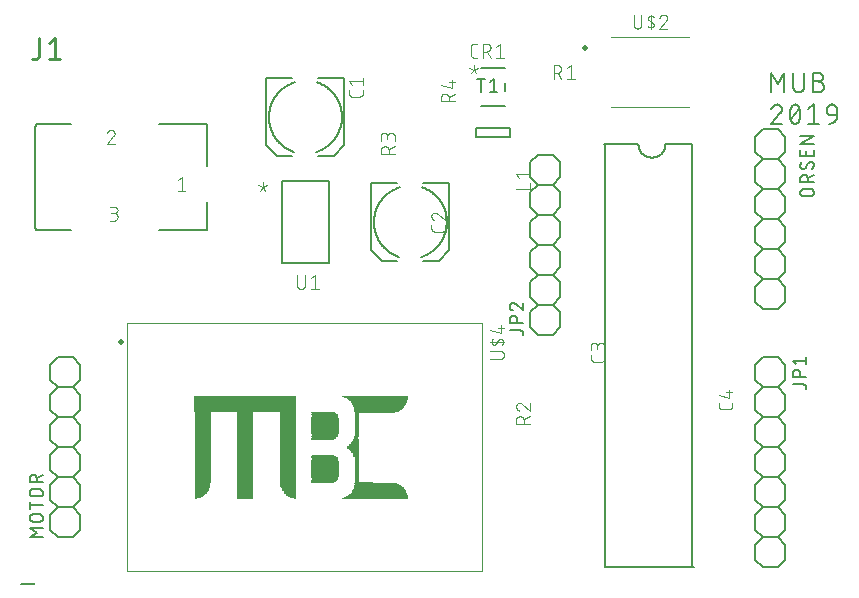
<source format=gbr>
G04 EAGLE Gerber RS-274X export*
G75*
%MOMM*%
%FSLAX34Y34*%
%LPD*%
%INSilkscreen Top*%
%IPPOS*%
%AMOC8*
5,1,8,0,0,1.08239X$1,22.5*%
G01*
%ADD10C,0.152400*%
%ADD11R,0.635000X0.025400*%
%ADD12R,0.152400X0.025400*%
%ADD13R,1.295400X0.025400*%
%ADD14R,0.177800X0.025400*%
%ADD15R,5.511800X0.025400*%
%ADD16R,0.254000X0.025400*%
%ADD17R,0.279400X0.025400*%
%ADD18R,5.384800X0.025400*%
%ADD19R,0.355600X0.025400*%
%ADD20R,0.406400X0.025400*%
%ADD21R,5.308600X0.025400*%
%ADD22R,0.431800X0.025400*%
%ADD23R,0.482600X0.025400*%
%ADD24R,5.257800X0.025400*%
%ADD25R,0.533400X0.025400*%
%ADD26R,5.207000X0.025400*%
%ADD27R,0.584200X0.025400*%
%ADD28R,5.156200X0.025400*%
%ADD29R,5.080000X0.025400*%
%ADD30R,0.685800X0.025400*%
%ADD31R,5.029200X0.025400*%
%ADD32R,0.736600X0.025400*%
%ADD33R,5.003800X0.025400*%
%ADD34R,0.762000X0.025400*%
%ADD35R,4.978400X0.025400*%
%ADD36R,0.812800X0.025400*%
%ADD37R,4.927600X0.025400*%
%ADD38R,0.838200X0.025400*%
%ADD39R,4.902200X0.025400*%
%ADD40R,0.863600X0.025400*%
%ADD41R,4.876800X0.025400*%
%ADD42R,0.889000X0.025400*%
%ADD43R,4.826000X0.025400*%
%ADD44R,0.914400X0.025400*%
%ADD45R,4.800600X0.025400*%
%ADD46R,0.939800X0.025400*%
%ADD47R,4.749800X0.025400*%
%ADD48R,0.965200X0.025400*%
%ADD49R,4.724400X0.025400*%
%ADD50R,0.990600X0.025400*%
%ADD51R,4.699000X0.025400*%
%ADD52R,1.016000X0.025400*%
%ADD53R,4.648200X0.025400*%
%ADD54R,4.622800X0.025400*%
%ADD55R,1.041400X0.025400*%
%ADD56R,4.597400X0.025400*%
%ADD57R,1.066800X0.025400*%
%ADD58R,4.572000X0.025400*%
%ADD59R,4.546600X0.025400*%
%ADD60R,1.092200X0.025400*%
%ADD61R,4.521200X0.025400*%
%ADD62R,4.495800X0.025400*%
%ADD63R,1.117600X0.025400*%
%ADD64R,4.470400X0.025400*%
%ADD65R,4.445000X0.025400*%
%ADD66R,1.143000X0.025400*%
%ADD67R,4.419600X0.025400*%
%ADD68R,4.394200X0.025400*%
%ADD69R,1.168400X0.025400*%
%ADD70R,4.343400X0.025400*%
%ADD71R,4.292600X0.025400*%
%ADD72R,1.193800X0.025400*%
%ADD73R,4.241800X0.025400*%
%ADD74R,1.219200X0.025400*%
%ADD75R,4.216400X0.025400*%
%ADD76R,1.244600X0.025400*%
%ADD77R,4.165600X0.025400*%
%ADD78R,4.140200X0.025400*%
%ADD79R,1.270000X0.025400*%
%ADD80R,4.089400X0.025400*%
%ADD81R,4.064000X0.025400*%
%ADD82R,4.038600X0.025400*%
%ADD83R,3.962400X0.025400*%
%ADD84R,3.937000X0.025400*%
%ADD85R,3.886200X0.025400*%
%ADD86R,3.860800X0.025400*%
%ADD87R,3.784600X0.025400*%
%ADD88R,3.733800X0.025400*%
%ADD89R,3.683000X0.025400*%
%ADD90R,3.632200X0.025400*%
%ADD91R,3.556000X0.025400*%
%ADD92R,3.429000X0.025400*%
%ADD93R,3.327400X0.025400*%
%ADD94R,1.473200X0.025400*%
%ADD95R,1.778000X0.025400*%
%ADD96R,1.905000X0.025400*%
%ADD97R,1.955800X0.025400*%
%ADD98R,2.006600X0.025400*%
%ADD99R,2.057400X0.025400*%
%ADD100R,2.082800X0.025400*%
%ADD101R,2.108200X0.025400*%
%ADD102R,2.133600X0.025400*%
%ADD103R,2.159000X0.025400*%
%ADD104R,2.184400X0.025400*%
%ADD105R,2.209800X0.025400*%
%ADD106R,2.235200X0.025400*%
%ADD107R,2.260600X0.025400*%
%ADD108R,2.286000X0.025400*%
%ADD109R,2.311400X0.025400*%
%ADD110R,0.381000X0.025400*%
%ADD111R,1.854200X0.025400*%
%ADD112R,0.457200X0.025400*%
%ADD113R,0.508000X0.025400*%
%ADD114R,0.558800X0.025400*%
%ADD115R,0.609600X0.025400*%
%ADD116R,0.660400X0.025400*%
%ADD117R,0.711200X0.025400*%
%ADD118R,0.787400X0.025400*%
%ADD119R,1.930400X0.025400*%
%ADD120R,1.981200X0.025400*%
%ADD121R,2.032000X0.025400*%
%ADD122R,0.330200X0.025400*%
%ADD123R,8.559800X0.025400*%
%ADD124R,3.657600X0.025400*%
%ADD125R,3.708400X0.025400*%
%ADD126R,3.835400X0.025400*%
%ADD127R,3.911600X0.025400*%
%ADD128R,3.987800X0.025400*%
%ADD129R,4.013200X0.025400*%
%ADD130R,4.191000X0.025400*%
%ADD131R,4.267200X0.025400*%
%ADD132R,4.318000X0.025400*%
%ADD133R,4.673600X0.025400*%
%ADD134R,4.775200X0.025400*%
%ADD135R,4.953000X0.025400*%
%ADD136R,5.054600X0.025400*%
%ADD137R,5.105400X0.025400*%
%ADD138R,5.130800X0.025400*%
%ADD139R,5.181600X0.025400*%
%ADD140R,5.232400X0.025400*%
%ADD141R,5.435600X0.025400*%
%ADD142C,0.000000*%
%ADD143C,0.203200*%
%ADD144C,0.101600*%
%ADD145C,0.127000*%
%ADD146C,0.254000*%
%ADD147C,0.500000*%
%ADD148C,0.120000*%
%ADD149C,0.076200*%


D10*
X635762Y414782D02*
X635762Y431038D01*
X641181Y422007D01*
X646599Y431038D01*
X646599Y414782D01*
X654381Y419298D02*
X654381Y431038D01*
X654380Y419298D02*
X654382Y419165D01*
X654388Y419033D01*
X654398Y418901D01*
X654411Y418769D01*
X654429Y418637D01*
X654450Y418507D01*
X654475Y418376D01*
X654504Y418247D01*
X654537Y418119D01*
X654573Y417991D01*
X654613Y417865D01*
X654657Y417740D01*
X654705Y417616D01*
X654756Y417494D01*
X654811Y417373D01*
X654869Y417254D01*
X654931Y417136D01*
X654996Y417021D01*
X655065Y416907D01*
X655136Y416796D01*
X655212Y416687D01*
X655290Y416580D01*
X655371Y416475D01*
X655456Y416373D01*
X655543Y416273D01*
X655633Y416176D01*
X655726Y416081D01*
X655822Y415990D01*
X655920Y415901D01*
X656021Y415815D01*
X656125Y415732D01*
X656231Y415652D01*
X656339Y415576D01*
X656449Y415502D01*
X656562Y415432D01*
X656676Y415365D01*
X656793Y415302D01*
X656911Y415242D01*
X657031Y415185D01*
X657153Y415132D01*
X657276Y415083D01*
X657400Y415037D01*
X657526Y414995D01*
X657653Y414957D01*
X657781Y414922D01*
X657910Y414891D01*
X658039Y414864D01*
X658170Y414841D01*
X658301Y414821D01*
X658433Y414806D01*
X658565Y414794D01*
X658697Y414786D01*
X658830Y414782D01*
X658962Y414782D01*
X659095Y414786D01*
X659227Y414794D01*
X659359Y414806D01*
X659491Y414821D01*
X659622Y414841D01*
X659753Y414864D01*
X659882Y414891D01*
X660011Y414922D01*
X660139Y414957D01*
X660266Y414995D01*
X660392Y415037D01*
X660516Y415083D01*
X660639Y415132D01*
X660761Y415185D01*
X660881Y415242D01*
X660999Y415302D01*
X661116Y415365D01*
X661230Y415432D01*
X661343Y415502D01*
X661453Y415576D01*
X661561Y415652D01*
X661667Y415732D01*
X661771Y415815D01*
X661872Y415901D01*
X661970Y415990D01*
X662066Y416081D01*
X662159Y416176D01*
X662249Y416273D01*
X662336Y416373D01*
X662421Y416475D01*
X662502Y416580D01*
X662580Y416687D01*
X662656Y416796D01*
X662727Y416907D01*
X662796Y417021D01*
X662861Y417136D01*
X662923Y417254D01*
X662981Y417373D01*
X663036Y417494D01*
X663087Y417616D01*
X663135Y417740D01*
X663179Y417865D01*
X663219Y417991D01*
X663255Y418119D01*
X663288Y418247D01*
X663317Y418376D01*
X663342Y418507D01*
X663363Y418637D01*
X663381Y418769D01*
X663394Y418901D01*
X663404Y419033D01*
X663410Y419165D01*
X663412Y419298D01*
X663412Y431038D01*
X671265Y423813D02*
X675780Y423813D01*
X675780Y423814D02*
X675913Y423812D01*
X676045Y423806D01*
X676177Y423796D01*
X676309Y423783D01*
X676441Y423765D01*
X676571Y423744D01*
X676702Y423719D01*
X676831Y423690D01*
X676959Y423657D01*
X677087Y423621D01*
X677213Y423581D01*
X677338Y423537D01*
X677462Y423489D01*
X677584Y423438D01*
X677705Y423383D01*
X677824Y423325D01*
X677942Y423263D01*
X678057Y423198D01*
X678171Y423129D01*
X678282Y423058D01*
X678391Y422982D01*
X678498Y422904D01*
X678603Y422823D01*
X678705Y422738D01*
X678805Y422651D01*
X678902Y422561D01*
X678997Y422468D01*
X679088Y422372D01*
X679177Y422274D01*
X679263Y422173D01*
X679346Y422069D01*
X679426Y421963D01*
X679502Y421855D01*
X679576Y421745D01*
X679646Y421632D01*
X679713Y421518D01*
X679776Y421401D01*
X679836Y421283D01*
X679893Y421163D01*
X679946Y421041D01*
X679995Y420918D01*
X680041Y420794D01*
X680083Y420668D01*
X680121Y420541D01*
X680156Y420413D01*
X680187Y420284D01*
X680214Y420155D01*
X680237Y420024D01*
X680257Y419893D01*
X680272Y419761D01*
X680284Y419629D01*
X680292Y419497D01*
X680296Y419364D01*
X680296Y419232D01*
X680292Y419099D01*
X680284Y418967D01*
X680272Y418835D01*
X680257Y418703D01*
X680237Y418572D01*
X680214Y418441D01*
X680187Y418312D01*
X680156Y418183D01*
X680121Y418055D01*
X680083Y417928D01*
X680041Y417802D01*
X679995Y417678D01*
X679946Y417555D01*
X679893Y417433D01*
X679836Y417313D01*
X679776Y417195D01*
X679713Y417078D01*
X679646Y416964D01*
X679576Y416851D01*
X679502Y416741D01*
X679426Y416633D01*
X679346Y416527D01*
X679263Y416423D01*
X679177Y416322D01*
X679088Y416224D01*
X678997Y416128D01*
X678902Y416035D01*
X678805Y415945D01*
X678705Y415858D01*
X678603Y415773D01*
X678498Y415692D01*
X678391Y415614D01*
X678282Y415538D01*
X678171Y415467D01*
X678057Y415398D01*
X677942Y415333D01*
X677824Y415271D01*
X677705Y415213D01*
X677584Y415158D01*
X677462Y415107D01*
X677338Y415059D01*
X677213Y415015D01*
X677087Y414975D01*
X676959Y414939D01*
X676831Y414906D01*
X676702Y414877D01*
X676571Y414852D01*
X676441Y414831D01*
X676309Y414813D01*
X676177Y414800D01*
X676045Y414790D01*
X675913Y414784D01*
X675780Y414782D01*
X671265Y414782D01*
X671265Y431038D01*
X675780Y431038D01*
X675899Y431036D01*
X676019Y431030D01*
X676138Y431020D01*
X676256Y431006D01*
X676375Y430989D01*
X676492Y430967D01*
X676609Y430942D01*
X676724Y430912D01*
X676839Y430879D01*
X676953Y430842D01*
X677065Y430802D01*
X677176Y430757D01*
X677285Y430709D01*
X677393Y430658D01*
X677499Y430603D01*
X677603Y430544D01*
X677705Y430482D01*
X677805Y430417D01*
X677903Y430348D01*
X677999Y430276D01*
X678092Y430201D01*
X678182Y430124D01*
X678270Y430043D01*
X678355Y429959D01*
X678437Y429872D01*
X678517Y429783D01*
X678593Y429691D01*
X678667Y429597D01*
X678737Y429500D01*
X678804Y429402D01*
X678868Y429301D01*
X678928Y429197D01*
X678985Y429092D01*
X679038Y428985D01*
X679088Y428877D01*
X679134Y428767D01*
X679176Y428655D01*
X679215Y428542D01*
X679250Y428428D01*
X679281Y428313D01*
X679309Y428196D01*
X679332Y428079D01*
X679352Y427962D01*
X679368Y427843D01*
X679380Y427724D01*
X679388Y427605D01*
X679392Y427486D01*
X679392Y427366D01*
X679388Y427247D01*
X679380Y427128D01*
X679368Y427009D01*
X679352Y426890D01*
X679332Y426773D01*
X679309Y426656D01*
X679281Y426539D01*
X679250Y426424D01*
X679215Y426310D01*
X679176Y426197D01*
X679134Y426085D01*
X679088Y425975D01*
X679038Y425867D01*
X678985Y425760D01*
X678928Y425655D01*
X678868Y425551D01*
X678804Y425450D01*
X678737Y425352D01*
X678667Y425255D01*
X678593Y425161D01*
X678517Y425069D01*
X678437Y424980D01*
X678355Y424893D01*
X678270Y424809D01*
X678182Y424728D01*
X678092Y424651D01*
X677999Y424576D01*
X677903Y424504D01*
X677805Y424435D01*
X677705Y424370D01*
X677603Y424308D01*
X677499Y424249D01*
X677393Y424194D01*
X677285Y424143D01*
X677176Y424095D01*
X677065Y424050D01*
X676953Y424010D01*
X676839Y423973D01*
X676724Y423940D01*
X676609Y423910D01*
X676492Y423885D01*
X676375Y423863D01*
X676256Y423846D01*
X676138Y423832D01*
X676019Y423822D01*
X675899Y423816D01*
X675780Y423814D01*
X644793Y400304D02*
X644791Y400429D01*
X644785Y400554D01*
X644776Y400679D01*
X644762Y400803D01*
X644745Y400927D01*
X644724Y401051D01*
X644699Y401173D01*
X644670Y401295D01*
X644638Y401416D01*
X644602Y401536D01*
X644562Y401655D01*
X644519Y401772D01*
X644472Y401888D01*
X644421Y402003D01*
X644367Y402115D01*
X644309Y402227D01*
X644249Y402336D01*
X644184Y402443D01*
X644117Y402549D01*
X644046Y402652D01*
X643972Y402753D01*
X643895Y402852D01*
X643815Y402948D01*
X643732Y403042D01*
X643647Y403133D01*
X643558Y403222D01*
X643467Y403307D01*
X643373Y403390D01*
X643277Y403470D01*
X643178Y403547D01*
X643077Y403621D01*
X642974Y403692D01*
X642868Y403759D01*
X642761Y403824D01*
X642652Y403884D01*
X642540Y403942D01*
X642428Y403996D01*
X642313Y404047D01*
X642197Y404094D01*
X642080Y404137D01*
X641961Y404177D01*
X641841Y404213D01*
X641720Y404245D01*
X641598Y404274D01*
X641476Y404299D01*
X641352Y404320D01*
X641228Y404337D01*
X641104Y404351D01*
X640979Y404360D01*
X640854Y404366D01*
X640729Y404368D01*
X640586Y404366D01*
X640444Y404360D01*
X640301Y404350D01*
X640159Y404337D01*
X640018Y404319D01*
X639876Y404298D01*
X639736Y404273D01*
X639596Y404244D01*
X639457Y404211D01*
X639319Y404174D01*
X639182Y404134D01*
X639047Y404090D01*
X638912Y404042D01*
X638779Y403990D01*
X638647Y403935D01*
X638517Y403876D01*
X638389Y403814D01*
X638262Y403748D01*
X638137Y403679D01*
X638014Y403607D01*
X637894Y403531D01*
X637775Y403452D01*
X637658Y403369D01*
X637544Y403284D01*
X637432Y403195D01*
X637323Y403104D01*
X637216Y403009D01*
X637111Y402912D01*
X637010Y402811D01*
X636911Y402708D01*
X636815Y402603D01*
X636722Y402494D01*
X636632Y402383D01*
X636545Y402270D01*
X636461Y402155D01*
X636381Y402037D01*
X636303Y401917D01*
X636229Y401795D01*
X636159Y401671D01*
X636091Y401545D01*
X636028Y401417D01*
X635967Y401288D01*
X635910Y401157D01*
X635857Y401025D01*
X635808Y400891D01*
X635762Y400756D01*
X643438Y397143D02*
X643532Y397235D01*
X643622Y397329D01*
X643710Y397426D01*
X643795Y397526D01*
X643877Y397628D01*
X643956Y397733D01*
X644031Y397840D01*
X644103Y397949D01*
X644172Y398060D01*
X644238Y398174D01*
X644300Y398289D01*
X644359Y398406D01*
X644414Y398525D01*
X644465Y398645D01*
X644513Y398767D01*
X644558Y398890D01*
X644598Y399014D01*
X644635Y399140D01*
X644668Y399267D01*
X644697Y399394D01*
X644723Y399523D01*
X644744Y399652D01*
X644762Y399782D01*
X644775Y399912D01*
X644785Y400042D01*
X644791Y400173D01*
X644793Y400304D01*
X643438Y397143D02*
X635762Y388112D01*
X644793Y388112D01*
X651393Y396240D02*
X651397Y396560D01*
X651408Y396879D01*
X651427Y397199D01*
X651454Y397517D01*
X651488Y397835D01*
X651530Y398152D01*
X651580Y398468D01*
X651637Y398783D01*
X651701Y399096D01*
X651773Y399408D01*
X651852Y399718D01*
X651939Y400025D01*
X652033Y400331D01*
X652134Y400634D01*
X652243Y400935D01*
X652358Y401233D01*
X652481Y401529D01*
X652611Y401821D01*
X652748Y402110D01*
X652748Y402111D02*
X652787Y402219D01*
X652830Y402326D01*
X652876Y402431D01*
X652927Y402535D01*
X652980Y402637D01*
X653037Y402737D01*
X653098Y402835D01*
X653162Y402930D01*
X653229Y403024D01*
X653300Y403115D01*
X653373Y403204D01*
X653450Y403290D01*
X653529Y403373D01*
X653611Y403454D01*
X653696Y403532D01*
X653784Y403606D01*
X653874Y403678D01*
X653966Y403746D01*
X654061Y403812D01*
X654158Y403874D01*
X654257Y403932D01*
X654359Y403988D01*
X654461Y404039D01*
X654566Y404087D01*
X654672Y404132D01*
X654780Y404173D01*
X654889Y404210D01*
X654999Y404243D01*
X655111Y404272D01*
X655223Y404298D01*
X655336Y404320D01*
X655450Y404337D01*
X655564Y404351D01*
X655679Y404361D01*
X655794Y404367D01*
X655909Y404369D01*
X655909Y404368D02*
X656024Y404366D01*
X656139Y404360D01*
X656254Y404350D01*
X656368Y404336D01*
X656482Y404319D01*
X656595Y404297D01*
X656707Y404271D01*
X656819Y404242D01*
X656929Y404209D01*
X657038Y404172D01*
X657146Y404131D01*
X657252Y404086D01*
X657357Y404038D01*
X657459Y403987D01*
X657560Y403931D01*
X657660Y403873D01*
X657757Y403811D01*
X657851Y403746D01*
X657944Y403677D01*
X658034Y403605D01*
X658122Y403531D01*
X658207Y403453D01*
X658289Y403372D01*
X658368Y403289D01*
X658445Y403203D01*
X658518Y403114D01*
X658589Y403023D01*
X658656Y402929D01*
X658720Y402834D01*
X658781Y402736D01*
X658838Y402636D01*
X658891Y402534D01*
X658942Y402430D01*
X658988Y402325D01*
X659031Y402218D01*
X659070Y402110D01*
X659069Y402110D02*
X659206Y401821D01*
X659336Y401529D01*
X659459Y401233D01*
X659574Y400935D01*
X659683Y400634D01*
X659784Y400331D01*
X659878Y400025D01*
X659965Y399718D01*
X660044Y399408D01*
X660116Y399096D01*
X660180Y398783D01*
X660237Y398468D01*
X660287Y398152D01*
X660329Y397835D01*
X660363Y397517D01*
X660390Y397199D01*
X660409Y396879D01*
X660420Y396560D01*
X660424Y396240D01*
X651394Y396240D02*
X651398Y395920D01*
X651409Y395601D01*
X651428Y395281D01*
X651455Y394963D01*
X651489Y394645D01*
X651531Y394328D01*
X651581Y394012D01*
X651638Y393697D01*
X651702Y393384D01*
X651774Y393072D01*
X651853Y392762D01*
X651940Y392455D01*
X652034Y392149D01*
X652135Y391846D01*
X652244Y391545D01*
X652359Y391247D01*
X652482Y390951D01*
X652612Y390659D01*
X652749Y390370D01*
X652748Y390370D02*
X652787Y390262D01*
X652830Y390155D01*
X652876Y390050D01*
X652927Y389946D01*
X652980Y389844D01*
X653037Y389744D01*
X653098Y389646D01*
X653162Y389551D01*
X653229Y389457D01*
X653300Y389366D01*
X653373Y389277D01*
X653450Y389191D01*
X653529Y389108D01*
X653611Y389027D01*
X653696Y388949D01*
X653784Y388875D01*
X653874Y388803D01*
X653967Y388734D01*
X654061Y388669D01*
X654158Y388607D01*
X654258Y388549D01*
X654359Y388493D01*
X654461Y388442D01*
X654566Y388394D01*
X654672Y388349D01*
X654780Y388308D01*
X654889Y388271D01*
X654999Y388238D01*
X655111Y388209D01*
X655223Y388183D01*
X655336Y388161D01*
X655450Y388144D01*
X655564Y388130D01*
X655679Y388120D01*
X655794Y388114D01*
X655909Y388112D01*
X659069Y390370D02*
X659206Y390659D01*
X659336Y390951D01*
X659459Y391247D01*
X659574Y391545D01*
X659683Y391846D01*
X659784Y392149D01*
X659878Y392455D01*
X659965Y392762D01*
X660044Y393072D01*
X660116Y393384D01*
X660180Y393697D01*
X660237Y394012D01*
X660287Y394328D01*
X660329Y394645D01*
X660363Y394963D01*
X660390Y395281D01*
X660409Y395601D01*
X660420Y395920D01*
X660424Y396240D01*
X659070Y390370D02*
X659031Y390262D01*
X658988Y390155D01*
X658942Y390050D01*
X658891Y389946D01*
X658838Y389844D01*
X658781Y389744D01*
X658720Y389646D01*
X658656Y389551D01*
X658589Y389457D01*
X658518Y389366D01*
X658445Y389277D01*
X658368Y389191D01*
X658289Y389108D01*
X658207Y389027D01*
X658122Y388949D01*
X658034Y388875D01*
X657944Y388803D01*
X657851Y388734D01*
X657757Y388669D01*
X657660Y388607D01*
X657560Y388549D01*
X657459Y388493D01*
X657356Y388442D01*
X657252Y388394D01*
X657146Y388349D01*
X657038Y388308D01*
X656929Y388271D01*
X656819Y388238D01*
X656707Y388209D01*
X656595Y388183D01*
X656482Y388161D01*
X656368Y388144D01*
X656254Y388130D01*
X656139Y388120D01*
X656024Y388114D01*
X655909Y388112D01*
X652296Y391724D02*
X659521Y400756D01*
X667024Y400756D02*
X671540Y404368D01*
X671540Y388112D01*
X667024Y388112D02*
X676056Y388112D01*
X686268Y395337D02*
X691687Y395337D01*
X686268Y395337D02*
X686150Y395339D01*
X686032Y395345D01*
X685914Y395354D01*
X685797Y395368D01*
X685680Y395385D01*
X685563Y395406D01*
X685448Y395431D01*
X685333Y395460D01*
X685219Y395493D01*
X685107Y395529D01*
X684996Y395569D01*
X684886Y395612D01*
X684777Y395659D01*
X684670Y395709D01*
X684565Y395764D01*
X684462Y395821D01*
X684361Y395882D01*
X684261Y395946D01*
X684164Y396013D01*
X684069Y396083D01*
X683977Y396157D01*
X683886Y396233D01*
X683799Y396313D01*
X683714Y396395D01*
X683632Y396480D01*
X683552Y396567D01*
X683476Y396658D01*
X683402Y396750D01*
X683332Y396845D01*
X683265Y396942D01*
X683201Y397042D01*
X683140Y397143D01*
X683083Y397246D01*
X683028Y397351D01*
X682978Y397458D01*
X682931Y397567D01*
X682888Y397677D01*
X682848Y397788D01*
X682812Y397900D01*
X682779Y398014D01*
X682750Y398129D01*
X682725Y398244D01*
X682704Y398361D01*
X682687Y398478D01*
X682673Y398595D01*
X682664Y398713D01*
X682658Y398831D01*
X682656Y398949D01*
X682656Y399852D01*
X682655Y399852D02*
X682657Y399985D01*
X682663Y400117D01*
X682673Y400249D01*
X682686Y400381D01*
X682704Y400513D01*
X682725Y400643D01*
X682750Y400774D01*
X682779Y400903D01*
X682812Y401031D01*
X682848Y401159D01*
X682888Y401285D01*
X682932Y401410D01*
X682980Y401534D01*
X683031Y401656D01*
X683086Y401777D01*
X683144Y401896D01*
X683206Y402014D01*
X683271Y402129D01*
X683340Y402243D01*
X683411Y402354D01*
X683487Y402463D01*
X683565Y402570D01*
X683646Y402675D01*
X683731Y402777D01*
X683818Y402877D01*
X683908Y402974D01*
X684001Y403069D01*
X684097Y403160D01*
X684195Y403249D01*
X684296Y403335D01*
X684400Y403418D01*
X684506Y403498D01*
X684614Y403574D01*
X684724Y403648D01*
X684837Y403718D01*
X684951Y403785D01*
X685068Y403848D01*
X685186Y403908D01*
X685306Y403965D01*
X685428Y404018D01*
X685551Y404067D01*
X685675Y404113D01*
X685801Y404155D01*
X685928Y404193D01*
X686056Y404228D01*
X686185Y404259D01*
X686314Y404286D01*
X686445Y404309D01*
X686576Y404329D01*
X686708Y404344D01*
X686840Y404356D01*
X686972Y404364D01*
X687105Y404368D01*
X687237Y404368D01*
X687370Y404364D01*
X687502Y404356D01*
X687634Y404344D01*
X687766Y404329D01*
X687897Y404309D01*
X688028Y404286D01*
X688157Y404259D01*
X688286Y404228D01*
X688414Y404193D01*
X688541Y404155D01*
X688667Y404113D01*
X688791Y404067D01*
X688914Y404018D01*
X689036Y403965D01*
X689156Y403908D01*
X689274Y403848D01*
X689391Y403785D01*
X689505Y403718D01*
X689618Y403648D01*
X689728Y403574D01*
X689836Y403498D01*
X689942Y403418D01*
X690046Y403335D01*
X690147Y403249D01*
X690245Y403160D01*
X690341Y403069D01*
X690434Y402974D01*
X690524Y402877D01*
X690611Y402777D01*
X690696Y402675D01*
X690777Y402570D01*
X690855Y402463D01*
X690931Y402354D01*
X691002Y402243D01*
X691071Y402129D01*
X691136Y402014D01*
X691198Y401896D01*
X691256Y401777D01*
X691311Y401656D01*
X691362Y401534D01*
X691410Y401410D01*
X691454Y401285D01*
X691494Y401159D01*
X691530Y401031D01*
X691563Y400903D01*
X691592Y400774D01*
X691617Y400643D01*
X691638Y400513D01*
X691656Y400381D01*
X691669Y400249D01*
X691679Y400117D01*
X691685Y399985D01*
X691687Y399852D01*
X691687Y395337D01*
X691685Y395162D01*
X691679Y394988D01*
X691668Y394814D01*
X691653Y394640D01*
X691634Y394466D01*
X691611Y394293D01*
X691584Y394121D01*
X691552Y393949D01*
X691517Y393778D01*
X691477Y393608D01*
X691433Y393439D01*
X691385Y393271D01*
X691333Y393104D01*
X691277Y392939D01*
X691217Y392775D01*
X691154Y392612D01*
X691086Y392452D01*
X691014Y392292D01*
X690939Y392135D01*
X690859Y391979D01*
X690776Y391826D01*
X690690Y391674D01*
X690599Y391525D01*
X690505Y391378D01*
X690408Y391233D01*
X690307Y391090D01*
X690203Y390950D01*
X690095Y390813D01*
X689984Y390678D01*
X689870Y390546D01*
X689753Y390417D01*
X689632Y390290D01*
X689509Y390167D01*
X689382Y390046D01*
X689253Y389929D01*
X689121Y389815D01*
X688986Y389704D01*
X688849Y389596D01*
X688709Y389492D01*
X688566Y389391D01*
X688421Y389294D01*
X688274Y389200D01*
X688125Y389109D01*
X687973Y389023D01*
X687820Y388940D01*
X687664Y388860D01*
X687507Y388785D01*
X687347Y388713D01*
X687187Y388645D01*
X687024Y388582D01*
X686860Y388522D01*
X686695Y388466D01*
X686528Y388414D01*
X686360Y388366D01*
X686191Y388322D01*
X686021Y388282D01*
X685850Y388247D01*
X685678Y388215D01*
X685506Y388188D01*
X685333Y388165D01*
X685159Y388146D01*
X684985Y388131D01*
X684811Y388120D01*
X684637Y388114D01*
X684462Y388112D01*
D11*
X187198Y70358D03*
X193802Y70358D03*
D12*
X148717Y70612D03*
D13*
X190500Y70612D03*
D14*
X232410Y70612D03*
D15*
X300228Y70612D03*
D16*
X149225Y70866D03*
D13*
X190500Y70866D03*
D17*
X231902Y70866D03*
D18*
X300863Y70866D03*
D19*
X149733Y71120D03*
D13*
X190500Y71120D03*
D20*
X231267Y71120D03*
D21*
X301244Y71120D03*
D22*
X150114Y71374D03*
D13*
X190500Y71374D03*
D23*
X230886Y71374D03*
D24*
X301498Y71374D03*
D23*
X150368Y71628D03*
D13*
X190500Y71628D03*
D25*
X230632Y71628D03*
D26*
X301752Y71628D03*
D25*
X150622Y71882D03*
D13*
X190500Y71882D03*
D27*
X230378Y71882D03*
D28*
X302006Y71882D03*
D27*
X150876Y72136D03*
D13*
X190500Y72136D03*
D11*
X230124Y72136D03*
D29*
X302133Y72136D03*
D11*
X151130Y72390D03*
D13*
X190500Y72390D03*
D30*
X229870Y72390D03*
D31*
X302387Y72390D03*
D30*
X151384Y72644D03*
D13*
X190500Y72644D03*
D32*
X229616Y72644D03*
D33*
X302514Y72644D03*
D32*
X151638Y72898D03*
D13*
X190500Y72898D03*
D34*
X229489Y72898D03*
D35*
X302641Y72898D03*
D34*
X151765Y73152D03*
D13*
X190500Y73152D03*
D36*
X229235Y73152D03*
D37*
X302641Y73152D03*
D36*
X152019Y73406D03*
D13*
X190500Y73406D03*
D38*
X229108Y73406D03*
D39*
X302768Y73406D03*
D38*
X152146Y73660D03*
D13*
X190500Y73660D03*
D40*
X228981Y73660D03*
D41*
X302895Y73660D03*
D40*
X152273Y73914D03*
D13*
X190500Y73914D03*
D42*
X228854Y73914D03*
D43*
X303149Y73914D03*
D42*
X152400Y74168D03*
D13*
X190500Y74168D03*
D44*
X228727Y74168D03*
D45*
X303276Y74168D03*
D44*
X152527Y74422D03*
D13*
X190500Y74422D03*
D46*
X228600Y74422D03*
D47*
X303276Y74422D03*
D46*
X152654Y74676D03*
D13*
X190500Y74676D03*
D48*
X228473Y74676D03*
D49*
X303403Y74676D03*
D48*
X152781Y74930D03*
D13*
X190500Y74930D03*
D50*
X228346Y74930D03*
D51*
X303530Y74930D03*
D50*
X152908Y75184D03*
D13*
X190500Y75184D03*
D52*
X228219Y75184D03*
D53*
X303530Y75184D03*
D52*
X153035Y75438D03*
D13*
X190500Y75438D03*
D52*
X228219Y75438D03*
D54*
X303657Y75438D03*
D52*
X153035Y75692D03*
D13*
X190500Y75692D03*
D55*
X228092Y75692D03*
D56*
X303530Y75692D03*
D55*
X153162Y75946D03*
D13*
X190500Y75946D03*
D57*
X227965Y75946D03*
D58*
X303657Y75946D03*
D57*
X153289Y76200D03*
D13*
X190500Y76200D03*
D57*
X227965Y76200D03*
D59*
X303530Y76200D03*
D57*
X153289Y76454D03*
D13*
X190500Y76454D03*
D60*
X227838Y76454D03*
D61*
X303657Y76454D03*
D60*
X153416Y76708D03*
D13*
X190500Y76708D03*
D60*
X227838Y76708D03*
D62*
X303530Y76708D03*
D60*
X153416Y76962D03*
D13*
X190500Y76962D03*
D63*
X227711Y76962D03*
D64*
X303657Y76962D03*
D63*
X153543Y77216D03*
D13*
X190500Y77216D03*
D63*
X227711Y77216D03*
D65*
X303530Y77216D03*
D66*
X153670Y77470D03*
D13*
X190500Y77470D03*
D66*
X227584Y77470D03*
D67*
X303657Y77470D03*
D66*
X153670Y77724D03*
D13*
X190500Y77724D03*
D66*
X227584Y77724D03*
D68*
X303530Y77724D03*
D69*
X153797Y77978D03*
D13*
X190500Y77978D03*
D69*
X227457Y77978D03*
D70*
X303530Y77978D03*
D69*
X153797Y78232D03*
D13*
X190500Y78232D03*
D69*
X227457Y78232D03*
D71*
X303530Y78232D03*
D72*
X153924Y78486D03*
D13*
X190500Y78486D03*
D72*
X227330Y78486D03*
D71*
X303530Y78486D03*
D72*
X153924Y78740D03*
D13*
X190500Y78740D03*
D72*
X227330Y78740D03*
D73*
X303530Y78740D03*
D72*
X153924Y78994D03*
D13*
X190500Y78994D03*
D74*
X227203Y78994D03*
D75*
X303403Y78994D03*
D74*
X154051Y79248D03*
D13*
X190500Y79248D03*
D74*
X227203Y79248D03*
D75*
X303403Y79248D03*
D74*
X154051Y79502D03*
D13*
X190500Y79502D03*
D76*
X227076Y79502D03*
D77*
X303403Y79502D03*
D76*
X154178Y79756D03*
D13*
X190500Y79756D03*
D76*
X227076Y79756D03*
D78*
X303276Y79756D03*
D76*
X154178Y80010D03*
D13*
X190500Y80010D03*
D79*
X226949Y80010D03*
D80*
X303022Y80010D03*
D76*
X154178Y80264D03*
D13*
X190500Y80264D03*
D79*
X226949Y80264D03*
D81*
X302895Y80264D03*
D76*
X154178Y80518D03*
D13*
X190500Y80518D03*
D79*
X226949Y80518D03*
D82*
X302768Y80518D03*
D79*
X154305Y80772D03*
D13*
X190500Y80772D03*
X226822Y80772D03*
D83*
X302641Y80772D03*
D79*
X154305Y81026D03*
D13*
X190500Y81026D03*
X226822Y81026D03*
D84*
X302514Y81026D03*
D79*
X154305Y81280D03*
D13*
X190500Y81280D03*
X226822Y81280D03*
D85*
X302260Y81280D03*
D79*
X154305Y81534D03*
D13*
X190500Y81534D03*
X226822Y81534D03*
D86*
X302133Y81534D03*
D79*
X154305Y81788D03*
D13*
X190500Y81788D03*
X226822Y81788D03*
D87*
X302006Y81788D03*
D79*
X154305Y82042D03*
D13*
X190500Y82042D03*
X226822Y82042D03*
D88*
X301752Y82042D03*
D79*
X154305Y82296D03*
D13*
X190500Y82296D03*
X226822Y82296D03*
D89*
X301498Y82296D03*
D79*
X154305Y82550D03*
D13*
X190500Y82550D03*
X226822Y82550D03*
D90*
X301244Y82550D03*
D79*
X154305Y82804D03*
D13*
X190500Y82804D03*
X226822Y82804D03*
D91*
X300863Y82804D03*
D79*
X154305Y83058D03*
D13*
X190500Y83058D03*
X226822Y83058D03*
D92*
X300228Y83058D03*
D79*
X154305Y83312D03*
D13*
X190500Y83312D03*
X226822Y83312D03*
D93*
X299720Y83312D03*
D79*
X154305Y83566D03*
D13*
X190500Y83566D03*
X226822Y83566D03*
D94*
X290449Y83566D03*
D13*
X154178Y83820D03*
X190500Y83820D03*
X226822Y83820D03*
D95*
X255397Y83820D03*
D19*
X284861Y83820D03*
D13*
X154178Y84074D03*
X190500Y84074D03*
X226822Y84074D03*
D96*
X256032Y84074D03*
D19*
X284861Y84074D03*
D13*
X154178Y84328D03*
X190500Y84328D03*
X226822Y84328D03*
D97*
X256286Y84328D03*
D19*
X284861Y84328D03*
D13*
X154178Y84582D03*
X190500Y84582D03*
X226822Y84582D03*
D98*
X256540Y84582D03*
D19*
X284861Y84582D03*
D13*
X154178Y84836D03*
X190500Y84836D03*
X226822Y84836D03*
D99*
X256794Y84836D03*
D19*
X284861Y84836D03*
D13*
X154178Y85090D03*
X190500Y85090D03*
X226822Y85090D03*
D100*
X256921Y85090D03*
D19*
X284861Y85090D03*
D13*
X154178Y85344D03*
X190500Y85344D03*
X226822Y85344D03*
D101*
X257048Y85344D03*
D19*
X284861Y85344D03*
D13*
X154178Y85598D03*
X190500Y85598D03*
X226822Y85598D03*
D102*
X257175Y85598D03*
D19*
X284861Y85598D03*
D13*
X154178Y85852D03*
X190500Y85852D03*
X226822Y85852D03*
D103*
X257302Y85852D03*
D19*
X284861Y85852D03*
D13*
X154178Y86106D03*
X190500Y86106D03*
X226822Y86106D03*
D104*
X257429Y86106D03*
D19*
X284861Y86106D03*
D13*
X154178Y86360D03*
X190500Y86360D03*
X226822Y86360D03*
D105*
X257556Y86360D03*
D19*
X284861Y86360D03*
D13*
X154178Y86614D03*
X190500Y86614D03*
X226822Y86614D03*
D105*
X257556Y86614D03*
D19*
X284861Y86614D03*
D13*
X154178Y86868D03*
X190500Y86868D03*
X226822Y86868D03*
D106*
X257683Y86868D03*
D19*
X284861Y86868D03*
D13*
X154178Y87122D03*
X190500Y87122D03*
X226822Y87122D03*
D106*
X257683Y87122D03*
D19*
X284861Y87122D03*
D13*
X154178Y87376D03*
X190500Y87376D03*
X226822Y87376D03*
D106*
X257683Y87376D03*
D19*
X284861Y87376D03*
D13*
X154178Y87630D03*
X190500Y87630D03*
X226822Y87630D03*
D107*
X257810Y87630D03*
D19*
X284861Y87630D03*
D13*
X154178Y87884D03*
X190500Y87884D03*
X226822Y87884D03*
D107*
X257810Y87884D03*
D19*
X284861Y87884D03*
D13*
X154178Y88138D03*
X190500Y88138D03*
X226822Y88138D03*
D107*
X257810Y88138D03*
D19*
X284861Y88138D03*
D13*
X154178Y88392D03*
X190500Y88392D03*
X226822Y88392D03*
D108*
X257937Y88392D03*
D19*
X284861Y88392D03*
D13*
X154178Y88646D03*
X190500Y88646D03*
X226822Y88646D03*
D108*
X257937Y88646D03*
D19*
X284861Y88646D03*
D13*
X154178Y88900D03*
X190500Y88900D03*
X226822Y88900D03*
D108*
X257937Y88900D03*
D19*
X284861Y88900D03*
D13*
X154178Y89154D03*
X190500Y89154D03*
X226822Y89154D03*
D109*
X258064Y89154D03*
D19*
X284861Y89154D03*
D13*
X154178Y89408D03*
X190500Y89408D03*
X226822Y89408D03*
D109*
X258064Y89408D03*
D19*
X284861Y89408D03*
D13*
X154178Y89662D03*
X190500Y89662D03*
X226822Y89662D03*
D109*
X258064Y89662D03*
D19*
X284861Y89662D03*
D13*
X154178Y89916D03*
X190500Y89916D03*
X226822Y89916D03*
D109*
X258064Y89916D03*
D19*
X284861Y89916D03*
D13*
X154178Y90170D03*
X190500Y90170D03*
X226822Y90170D03*
D109*
X258064Y90170D03*
D19*
X284861Y90170D03*
D13*
X154178Y90424D03*
X190500Y90424D03*
X226822Y90424D03*
D109*
X258064Y90424D03*
D19*
X284861Y90424D03*
D13*
X154178Y90678D03*
X190500Y90678D03*
X226822Y90678D03*
D109*
X258064Y90678D03*
D19*
X284861Y90678D03*
D13*
X154178Y90932D03*
X190500Y90932D03*
X226822Y90932D03*
D109*
X258064Y90932D03*
D19*
X284861Y90932D03*
D13*
X154178Y91186D03*
X190500Y91186D03*
X226822Y91186D03*
D109*
X258064Y91186D03*
D19*
X284861Y91186D03*
D13*
X154178Y91440D03*
X190500Y91440D03*
X226822Y91440D03*
D109*
X258064Y91440D03*
D19*
X284861Y91440D03*
D13*
X154178Y91694D03*
X190500Y91694D03*
X226822Y91694D03*
D109*
X258064Y91694D03*
D19*
X284861Y91694D03*
D13*
X154178Y91948D03*
X190500Y91948D03*
X226822Y91948D03*
D109*
X258064Y91948D03*
D19*
X284861Y91948D03*
D13*
X154178Y92202D03*
X190500Y92202D03*
X226822Y92202D03*
D109*
X258064Y92202D03*
D19*
X284861Y92202D03*
D13*
X154178Y92456D03*
X190500Y92456D03*
X226822Y92456D03*
D109*
X258064Y92456D03*
D19*
X284861Y92456D03*
D13*
X154178Y92710D03*
X190500Y92710D03*
X226822Y92710D03*
D109*
X258064Y92710D03*
D19*
X284861Y92710D03*
D13*
X154178Y92964D03*
X190500Y92964D03*
X226822Y92964D03*
D109*
X258064Y92964D03*
D19*
X284861Y92964D03*
D13*
X154178Y93218D03*
X190500Y93218D03*
X226822Y93218D03*
D109*
X258064Y93218D03*
D19*
X284861Y93218D03*
D13*
X154178Y93472D03*
X190500Y93472D03*
X226822Y93472D03*
D109*
X258064Y93472D03*
D19*
X284861Y93472D03*
D13*
X154178Y93726D03*
X190500Y93726D03*
X226822Y93726D03*
D109*
X258064Y93726D03*
D19*
X284861Y93726D03*
D13*
X154178Y93980D03*
X190500Y93980D03*
X226822Y93980D03*
D109*
X258064Y93980D03*
D19*
X284861Y93980D03*
D13*
X154178Y94234D03*
X190500Y94234D03*
X226822Y94234D03*
D109*
X258064Y94234D03*
D19*
X284861Y94234D03*
D13*
X154178Y94488D03*
X190500Y94488D03*
X226822Y94488D03*
D109*
X258064Y94488D03*
D19*
X284861Y94488D03*
D13*
X154178Y94742D03*
X190500Y94742D03*
X226822Y94742D03*
D109*
X258064Y94742D03*
D19*
X284861Y94742D03*
D13*
X154178Y94996D03*
X190500Y94996D03*
X226822Y94996D03*
D109*
X258064Y94996D03*
D19*
X284861Y94996D03*
D13*
X154178Y95250D03*
X190500Y95250D03*
X226822Y95250D03*
D109*
X258064Y95250D03*
D19*
X284861Y95250D03*
D13*
X154178Y95504D03*
X190500Y95504D03*
X226822Y95504D03*
D109*
X258064Y95504D03*
D19*
X284861Y95504D03*
D13*
X154178Y95758D03*
X190500Y95758D03*
X226822Y95758D03*
D109*
X258064Y95758D03*
D19*
X284861Y95758D03*
D13*
X154178Y96012D03*
X190500Y96012D03*
X226822Y96012D03*
D109*
X258064Y96012D03*
D19*
X284861Y96012D03*
D13*
X154178Y96266D03*
X190500Y96266D03*
X226822Y96266D03*
D109*
X258064Y96266D03*
D19*
X284861Y96266D03*
D13*
X154178Y96520D03*
X190500Y96520D03*
X226822Y96520D03*
D109*
X258064Y96520D03*
D19*
X284861Y96520D03*
D13*
X154178Y96774D03*
X190500Y96774D03*
X226822Y96774D03*
D109*
X258064Y96774D03*
D19*
X284861Y96774D03*
D13*
X154178Y97028D03*
X190500Y97028D03*
X226822Y97028D03*
D109*
X258064Y97028D03*
D19*
X284861Y97028D03*
D13*
X154178Y97282D03*
X190500Y97282D03*
X226822Y97282D03*
D109*
X258064Y97282D03*
D19*
X284861Y97282D03*
D13*
X154178Y97536D03*
X190500Y97536D03*
X226822Y97536D03*
D109*
X258064Y97536D03*
D19*
X284861Y97536D03*
D13*
X154178Y97790D03*
X190500Y97790D03*
X226822Y97790D03*
D109*
X258064Y97790D03*
D19*
X284861Y97790D03*
D13*
X154178Y98044D03*
X190500Y98044D03*
X226822Y98044D03*
D109*
X258064Y98044D03*
D19*
X284861Y98044D03*
D13*
X154178Y98298D03*
X190500Y98298D03*
X226822Y98298D03*
D109*
X258064Y98298D03*
D19*
X284861Y98298D03*
D13*
X154178Y98552D03*
X190500Y98552D03*
X226822Y98552D03*
D109*
X258064Y98552D03*
D19*
X284861Y98552D03*
D13*
X154178Y98806D03*
X190500Y98806D03*
X226822Y98806D03*
D109*
X258064Y98806D03*
D19*
X284861Y98806D03*
D13*
X154178Y99060D03*
X190500Y99060D03*
X226822Y99060D03*
D109*
X258064Y99060D03*
D19*
X284861Y99060D03*
D13*
X154178Y99314D03*
X190500Y99314D03*
X226822Y99314D03*
D109*
X258064Y99314D03*
D19*
X284861Y99314D03*
D13*
X154178Y99568D03*
X190500Y99568D03*
X226822Y99568D03*
D109*
X258064Y99568D03*
D19*
X284861Y99568D03*
D13*
X154178Y99822D03*
X190500Y99822D03*
X226822Y99822D03*
D109*
X258064Y99822D03*
D19*
X284861Y99822D03*
D13*
X154178Y100076D03*
X190500Y100076D03*
X226822Y100076D03*
D109*
X258064Y100076D03*
D19*
X284861Y100076D03*
D13*
X154178Y100330D03*
X190500Y100330D03*
X226822Y100330D03*
D109*
X258064Y100330D03*
D19*
X284861Y100330D03*
D13*
X154178Y100584D03*
X190500Y100584D03*
X226822Y100584D03*
D109*
X258064Y100584D03*
D19*
X284861Y100584D03*
D13*
X154178Y100838D03*
X190500Y100838D03*
X226822Y100838D03*
D109*
X258064Y100838D03*
D19*
X284861Y100838D03*
D13*
X154178Y101092D03*
X190500Y101092D03*
X226822Y101092D03*
D109*
X258064Y101092D03*
D19*
X284861Y101092D03*
D13*
X154178Y101346D03*
X190500Y101346D03*
X226822Y101346D03*
D109*
X258064Y101346D03*
D19*
X284861Y101346D03*
D13*
X154178Y101600D03*
X190500Y101600D03*
X226822Y101600D03*
D109*
X258064Y101600D03*
D19*
X284861Y101600D03*
D13*
X154178Y101854D03*
X190500Y101854D03*
X226822Y101854D03*
D108*
X257937Y101854D03*
D19*
X284861Y101854D03*
D13*
X154178Y102108D03*
X190500Y102108D03*
X226822Y102108D03*
D108*
X257937Y102108D03*
D19*
X284861Y102108D03*
D13*
X154178Y102362D03*
X190500Y102362D03*
X226822Y102362D03*
D108*
X257937Y102362D03*
D19*
X284861Y102362D03*
D13*
X154178Y102616D03*
X190500Y102616D03*
X226822Y102616D03*
D107*
X257810Y102616D03*
D19*
X284861Y102616D03*
D13*
X154178Y102870D03*
X190500Y102870D03*
X226822Y102870D03*
D107*
X257810Y102870D03*
D19*
X284861Y102870D03*
D13*
X154178Y103124D03*
X190500Y103124D03*
X226822Y103124D03*
D106*
X257683Y103124D03*
D19*
X284861Y103124D03*
D13*
X154178Y103378D03*
X190500Y103378D03*
X226822Y103378D03*
D106*
X257683Y103378D03*
D110*
X284734Y103378D03*
D13*
X154178Y103632D03*
X190500Y103632D03*
X226822Y103632D03*
D106*
X257683Y103632D03*
D110*
X284734Y103632D03*
D13*
X154178Y103886D03*
X190500Y103886D03*
X226822Y103886D03*
D105*
X257556Y103886D03*
D110*
X284734Y103886D03*
D13*
X154178Y104140D03*
X190500Y104140D03*
X226822Y104140D03*
D105*
X257556Y104140D03*
D110*
X284734Y104140D03*
D13*
X154178Y104394D03*
X190500Y104394D03*
X226822Y104394D03*
D104*
X257429Y104394D03*
D110*
X284734Y104394D03*
D13*
X154178Y104648D03*
X190500Y104648D03*
X226822Y104648D03*
D104*
X257429Y104648D03*
D20*
X284607Y104648D03*
D13*
X154178Y104902D03*
X190500Y104902D03*
X226822Y104902D03*
D102*
X257175Y104902D03*
D20*
X284607Y104902D03*
D13*
X154178Y105156D03*
X190500Y105156D03*
X226822Y105156D03*
D101*
X257048Y105156D03*
D20*
X284607Y105156D03*
D13*
X154178Y105410D03*
X190500Y105410D03*
X226822Y105410D03*
D100*
X256921Y105410D03*
D20*
X284607Y105410D03*
D13*
X154178Y105664D03*
X190500Y105664D03*
X226822Y105664D03*
D99*
X256794Y105664D03*
D22*
X284480Y105664D03*
D13*
X154178Y105918D03*
X190500Y105918D03*
X226822Y105918D03*
D98*
X256540Y105918D03*
D22*
X284480Y105918D03*
D13*
X154178Y106172D03*
X190500Y106172D03*
X226822Y106172D03*
D97*
X256286Y106172D03*
D22*
X284480Y106172D03*
D13*
X154178Y106426D03*
X190500Y106426D03*
X226822Y106426D03*
D96*
X256032Y106426D03*
D22*
X284480Y106426D03*
D13*
X154178Y106680D03*
X190500Y106680D03*
X226822Y106680D03*
D111*
X255778Y106680D03*
D112*
X284353Y106680D03*
D13*
X154178Y106934D03*
X190500Y106934D03*
D79*
X226695Y106934D03*
D112*
X284353Y106934D03*
D13*
X154178Y107188D03*
X190500Y107188D03*
X226822Y107188D03*
D23*
X284226Y107188D03*
D13*
X154178Y107442D03*
X190500Y107442D03*
X226822Y107442D03*
D113*
X284099Y107442D03*
D13*
X154178Y107696D03*
X190500Y107696D03*
X226822Y107696D03*
D113*
X284099Y107696D03*
D13*
X154178Y107950D03*
X190500Y107950D03*
X226822Y107950D03*
D25*
X283972Y107950D03*
D13*
X154178Y108204D03*
X190500Y108204D03*
X226822Y108204D03*
D25*
X283972Y108204D03*
D13*
X154178Y108458D03*
X190500Y108458D03*
X226822Y108458D03*
D114*
X283845Y108458D03*
D13*
X154178Y108712D03*
X190500Y108712D03*
X226822Y108712D03*
D114*
X283845Y108712D03*
D13*
X154178Y108966D03*
X190500Y108966D03*
X226822Y108966D03*
D27*
X283718Y108966D03*
D13*
X154178Y109220D03*
X190500Y109220D03*
X226822Y109220D03*
D27*
X283718Y109220D03*
D13*
X154178Y109474D03*
X190500Y109474D03*
X226822Y109474D03*
D115*
X283591Y109474D03*
D13*
X154178Y109728D03*
X190500Y109728D03*
X226822Y109728D03*
D11*
X283464Y109728D03*
D13*
X154178Y109982D03*
X190500Y109982D03*
X226822Y109982D03*
D116*
X283337Y109982D03*
D13*
X154178Y110236D03*
X190500Y110236D03*
X226822Y110236D03*
D30*
X283210Y110236D03*
D13*
X154178Y110490D03*
X190500Y110490D03*
X226822Y110490D03*
D117*
X283083Y110490D03*
D13*
X154178Y110744D03*
X190500Y110744D03*
X226822Y110744D03*
D117*
X283083Y110744D03*
D13*
X154178Y110998D03*
X190500Y110998D03*
X226822Y110998D03*
D32*
X282956Y110998D03*
D13*
X154178Y111252D03*
X190500Y111252D03*
X226822Y111252D03*
D34*
X282829Y111252D03*
D13*
X154178Y111506D03*
X190500Y111506D03*
X226822Y111506D03*
D118*
X282702Y111506D03*
D13*
X154178Y111760D03*
X190500Y111760D03*
X226822Y111760D03*
D36*
X282575Y111760D03*
D13*
X154178Y112014D03*
X190500Y112014D03*
X226822Y112014D03*
D38*
X282448Y112014D03*
D13*
X154178Y112268D03*
X190500Y112268D03*
X226822Y112268D03*
D40*
X282321Y112268D03*
D13*
X154178Y112522D03*
X190500Y112522D03*
X226822Y112522D03*
D44*
X282067Y112522D03*
D13*
X154178Y112776D03*
X190500Y112776D03*
X226822Y112776D03*
D46*
X281940Y112776D03*
D13*
X154178Y113030D03*
X190500Y113030D03*
X226822Y113030D03*
D48*
X281813Y113030D03*
D13*
X154178Y113284D03*
X190500Y113284D03*
X226822Y113284D03*
D50*
X281686Y113284D03*
D13*
X154178Y113538D03*
X190500Y113538D03*
X226822Y113538D03*
D50*
X281432Y113538D03*
D13*
X154178Y113792D03*
X190500Y113792D03*
X226822Y113792D03*
D48*
X281559Y113792D03*
D13*
X154178Y114046D03*
X190500Y114046D03*
X226822Y114046D03*
D46*
X281686Y114046D03*
D13*
X154178Y114300D03*
X190500Y114300D03*
X226822Y114300D03*
D44*
X281813Y114300D03*
D13*
X154178Y114554D03*
X190500Y114554D03*
X226822Y114554D03*
D42*
X281940Y114554D03*
D13*
X154178Y114808D03*
X190500Y114808D03*
X226822Y114808D03*
D40*
X282067Y114808D03*
D13*
X154178Y115062D03*
X190500Y115062D03*
X226822Y115062D03*
D38*
X282194Y115062D03*
D13*
X154178Y115316D03*
X190500Y115316D03*
X226822Y115316D03*
D36*
X282321Y115316D03*
D13*
X154178Y115570D03*
X190500Y115570D03*
X226822Y115570D03*
D118*
X282448Y115570D03*
D13*
X154178Y115824D03*
X190500Y115824D03*
X226822Y115824D03*
D34*
X282575Y115824D03*
D13*
X154178Y116078D03*
X190500Y116078D03*
X226822Y116078D03*
D32*
X282702Y116078D03*
D13*
X154178Y116332D03*
X190500Y116332D03*
X226822Y116332D03*
D117*
X282829Y116332D03*
D13*
X154178Y116586D03*
X190500Y116586D03*
X226822Y116586D03*
D30*
X282956Y116586D03*
D13*
X154178Y116840D03*
X190500Y116840D03*
X226822Y116840D03*
D116*
X283083Y116840D03*
D13*
X154178Y117094D03*
X190500Y117094D03*
X226822Y117094D03*
D11*
X283210Y117094D03*
D13*
X154178Y117348D03*
X190500Y117348D03*
X226822Y117348D03*
D115*
X283337Y117348D03*
D13*
X154178Y117602D03*
X190500Y117602D03*
X226822Y117602D03*
D27*
X283464Y117602D03*
D13*
X154178Y117856D03*
X190500Y117856D03*
X226822Y117856D03*
D27*
X283464Y117856D03*
D13*
X154178Y118110D03*
X190500Y118110D03*
X226822Y118110D03*
D114*
X283591Y118110D03*
D13*
X154178Y118364D03*
X190500Y118364D03*
X226822Y118364D03*
D114*
X283591Y118364D03*
D13*
X154178Y118618D03*
X190500Y118618D03*
X226822Y118618D03*
D25*
X283718Y118618D03*
D13*
X154178Y118872D03*
X190500Y118872D03*
X226822Y118872D03*
D25*
X283718Y118872D03*
D13*
X154178Y119126D03*
X190500Y119126D03*
X226822Y119126D03*
D113*
X283845Y119126D03*
D13*
X154178Y119380D03*
X190500Y119380D03*
X226822Y119380D03*
D113*
X283845Y119380D03*
D13*
X154178Y119634D03*
X190500Y119634D03*
X226822Y119634D03*
D23*
X283972Y119634D03*
D13*
X154178Y119888D03*
X190500Y119888D03*
X226822Y119888D03*
D112*
X284099Y119888D03*
D13*
X154178Y120142D03*
X190500Y120142D03*
D79*
X226695Y120142D03*
D112*
X284099Y120142D03*
D13*
X154178Y120396D03*
X190500Y120396D03*
X226822Y120396D03*
D95*
X255397Y120396D03*
D22*
X284226Y120396D03*
D13*
X154178Y120650D03*
X190500Y120650D03*
X226822Y120650D03*
D111*
X255778Y120650D03*
D22*
X284226Y120650D03*
D13*
X154178Y120904D03*
X190500Y120904D03*
X226822Y120904D03*
D119*
X256159Y120904D03*
D20*
X284353Y120904D03*
D13*
X154178Y121158D03*
X190500Y121158D03*
X226822Y121158D03*
D120*
X256413Y121158D03*
D20*
X284353Y121158D03*
D13*
X154178Y121412D03*
X190500Y121412D03*
X226822Y121412D03*
D121*
X256667Y121412D03*
D20*
X284353Y121412D03*
D13*
X154178Y121666D03*
X190500Y121666D03*
X226822Y121666D03*
D99*
X256794Y121666D03*
D110*
X284480Y121666D03*
D13*
X154178Y121920D03*
X190500Y121920D03*
X226822Y121920D03*
D100*
X256921Y121920D03*
D110*
X284480Y121920D03*
D13*
X154178Y122174D03*
X190500Y122174D03*
X226822Y122174D03*
D101*
X257048Y122174D03*
D110*
X284480Y122174D03*
D13*
X154178Y122428D03*
X190500Y122428D03*
X226822Y122428D03*
D103*
X257302Y122428D03*
D110*
X284480Y122428D03*
D13*
X154178Y122682D03*
X190500Y122682D03*
X226822Y122682D03*
D104*
X257429Y122682D03*
D19*
X284607Y122682D03*
D13*
X154178Y122936D03*
X190500Y122936D03*
X226822Y122936D03*
D105*
X257556Y122936D03*
D19*
X284607Y122936D03*
D13*
X154178Y123190D03*
X190500Y123190D03*
X226822Y123190D03*
D105*
X257556Y123190D03*
D19*
X284607Y123190D03*
D13*
X154178Y123444D03*
X190500Y123444D03*
X226822Y123444D03*
D105*
X257556Y123444D03*
D19*
X284607Y123444D03*
D13*
X154178Y123698D03*
X190500Y123698D03*
X226822Y123698D03*
D106*
X257683Y123698D03*
D19*
X284607Y123698D03*
D13*
X154178Y123952D03*
X190500Y123952D03*
X226822Y123952D03*
D106*
X257683Y123952D03*
D122*
X284734Y123952D03*
D13*
X154178Y124206D03*
X190500Y124206D03*
X226822Y124206D03*
D107*
X257810Y124206D03*
D122*
X284734Y124206D03*
D13*
X154178Y124460D03*
X190500Y124460D03*
X226822Y124460D03*
D107*
X257810Y124460D03*
D122*
X284734Y124460D03*
D13*
X154178Y124714D03*
X190500Y124714D03*
X226822Y124714D03*
D107*
X257810Y124714D03*
D122*
X284734Y124714D03*
D13*
X154178Y124968D03*
X190500Y124968D03*
X226822Y124968D03*
D108*
X257937Y124968D03*
D122*
X284734Y124968D03*
D13*
X154178Y125222D03*
X190500Y125222D03*
X226822Y125222D03*
D108*
X257937Y125222D03*
D122*
X284734Y125222D03*
D13*
X154178Y125476D03*
X190500Y125476D03*
X226822Y125476D03*
D108*
X257937Y125476D03*
D122*
X284734Y125476D03*
D13*
X154178Y125730D03*
X190500Y125730D03*
X226822Y125730D03*
D109*
X258064Y125730D03*
D122*
X284734Y125730D03*
D13*
X154178Y125984D03*
X190500Y125984D03*
X226822Y125984D03*
D109*
X258064Y125984D03*
D122*
X284734Y125984D03*
D13*
X154178Y126238D03*
X190500Y126238D03*
X226822Y126238D03*
D109*
X258064Y126238D03*
D122*
X284734Y126238D03*
D13*
X154178Y126492D03*
X190500Y126492D03*
X226822Y126492D03*
D109*
X258064Y126492D03*
D122*
X284734Y126492D03*
D13*
X154178Y126746D03*
X190500Y126746D03*
X226822Y126746D03*
D109*
X258064Y126746D03*
D122*
X284734Y126746D03*
D13*
X154178Y127000D03*
X190500Y127000D03*
X226822Y127000D03*
D109*
X258064Y127000D03*
D122*
X284734Y127000D03*
D13*
X154178Y127254D03*
X190500Y127254D03*
X226822Y127254D03*
D109*
X258064Y127254D03*
D122*
X284734Y127254D03*
D13*
X154178Y127508D03*
X190500Y127508D03*
X226822Y127508D03*
D109*
X258064Y127508D03*
D122*
X284734Y127508D03*
D13*
X154178Y127762D03*
X190500Y127762D03*
X226822Y127762D03*
D109*
X258064Y127762D03*
D122*
X284734Y127762D03*
D13*
X154178Y128016D03*
X190500Y128016D03*
X226822Y128016D03*
D109*
X258064Y128016D03*
D122*
X284734Y128016D03*
D13*
X154178Y128270D03*
X190500Y128270D03*
X226822Y128270D03*
D109*
X258064Y128270D03*
D122*
X284734Y128270D03*
D13*
X154178Y128524D03*
X190500Y128524D03*
X226822Y128524D03*
D109*
X258064Y128524D03*
D122*
X284734Y128524D03*
D13*
X154178Y128778D03*
X190500Y128778D03*
X226822Y128778D03*
D109*
X258064Y128778D03*
D122*
X284734Y128778D03*
D13*
X154178Y129032D03*
X190500Y129032D03*
X226822Y129032D03*
D109*
X258064Y129032D03*
D122*
X284734Y129032D03*
D13*
X154178Y129286D03*
X190500Y129286D03*
X226822Y129286D03*
D109*
X258064Y129286D03*
D122*
X284734Y129286D03*
D13*
X154178Y129540D03*
X190500Y129540D03*
X226822Y129540D03*
D109*
X258064Y129540D03*
D122*
X284734Y129540D03*
D13*
X154178Y129794D03*
X190500Y129794D03*
X226822Y129794D03*
D109*
X258064Y129794D03*
D122*
X284734Y129794D03*
D13*
X154178Y130048D03*
X190500Y130048D03*
X226822Y130048D03*
D109*
X258064Y130048D03*
D122*
X284734Y130048D03*
D13*
X154178Y130302D03*
X190500Y130302D03*
X226822Y130302D03*
D109*
X258064Y130302D03*
D122*
X284734Y130302D03*
D13*
X154178Y130556D03*
X190500Y130556D03*
X226822Y130556D03*
D109*
X258064Y130556D03*
D122*
X284734Y130556D03*
D13*
X154178Y130810D03*
X190500Y130810D03*
X226822Y130810D03*
D109*
X258064Y130810D03*
D122*
X284734Y130810D03*
D13*
X154178Y131064D03*
X190500Y131064D03*
X226822Y131064D03*
D109*
X258064Y131064D03*
D122*
X284734Y131064D03*
D13*
X154178Y131318D03*
X190500Y131318D03*
X226822Y131318D03*
D109*
X258064Y131318D03*
D122*
X284734Y131318D03*
D13*
X154178Y131572D03*
X190500Y131572D03*
X226822Y131572D03*
D109*
X258064Y131572D03*
D122*
X284734Y131572D03*
D13*
X154178Y131826D03*
X190500Y131826D03*
X226822Y131826D03*
D109*
X258064Y131826D03*
D122*
X284734Y131826D03*
D13*
X154178Y132080D03*
X190500Y132080D03*
X226822Y132080D03*
D109*
X258064Y132080D03*
D122*
X284734Y132080D03*
D13*
X154178Y132334D03*
X190500Y132334D03*
X226822Y132334D03*
D109*
X258064Y132334D03*
D122*
X284734Y132334D03*
D13*
X154178Y132588D03*
X190500Y132588D03*
X226822Y132588D03*
D109*
X258064Y132588D03*
D122*
X284734Y132588D03*
D13*
X154178Y132842D03*
X190500Y132842D03*
X226822Y132842D03*
D109*
X258064Y132842D03*
D122*
X284734Y132842D03*
D13*
X154178Y133096D03*
X190500Y133096D03*
X226822Y133096D03*
D109*
X258064Y133096D03*
D122*
X284734Y133096D03*
D13*
X154178Y133350D03*
X190500Y133350D03*
X226822Y133350D03*
D109*
X258064Y133350D03*
D122*
X284734Y133350D03*
D13*
X154178Y133604D03*
X190500Y133604D03*
X226822Y133604D03*
D109*
X258064Y133604D03*
D122*
X284734Y133604D03*
D13*
X154178Y133858D03*
X190500Y133858D03*
X226822Y133858D03*
D109*
X258064Y133858D03*
D122*
X284734Y133858D03*
D13*
X154178Y134112D03*
X190500Y134112D03*
X226822Y134112D03*
D109*
X258064Y134112D03*
D122*
X284734Y134112D03*
D13*
X154178Y134366D03*
X190500Y134366D03*
X226822Y134366D03*
D109*
X258064Y134366D03*
D122*
X284734Y134366D03*
D13*
X154178Y134620D03*
X190500Y134620D03*
X226822Y134620D03*
D109*
X258064Y134620D03*
D122*
X284734Y134620D03*
D13*
X154178Y134874D03*
X190500Y134874D03*
X226822Y134874D03*
D109*
X258064Y134874D03*
D122*
X284734Y134874D03*
D13*
X154178Y135128D03*
X190500Y135128D03*
X226822Y135128D03*
D109*
X258064Y135128D03*
D122*
X284734Y135128D03*
D13*
X154178Y135382D03*
X190500Y135382D03*
X226822Y135382D03*
D109*
X258064Y135382D03*
D122*
X284734Y135382D03*
D13*
X154178Y135636D03*
X190500Y135636D03*
X226822Y135636D03*
D109*
X258064Y135636D03*
D122*
X284734Y135636D03*
D13*
X154178Y135890D03*
X190500Y135890D03*
X226822Y135890D03*
D109*
X258064Y135890D03*
D122*
X284734Y135890D03*
D13*
X154178Y136144D03*
X190500Y136144D03*
X226822Y136144D03*
D109*
X258064Y136144D03*
D122*
X284734Y136144D03*
D13*
X154178Y136398D03*
X190500Y136398D03*
X226822Y136398D03*
D109*
X258064Y136398D03*
D122*
X284734Y136398D03*
D13*
X154178Y136652D03*
X190500Y136652D03*
X226822Y136652D03*
D109*
X258064Y136652D03*
D122*
X284734Y136652D03*
D13*
X154178Y136906D03*
X190500Y136906D03*
X226822Y136906D03*
D109*
X258064Y136906D03*
D122*
X284734Y136906D03*
D13*
X154178Y137160D03*
X190500Y137160D03*
X226822Y137160D03*
D109*
X258064Y137160D03*
D122*
X284734Y137160D03*
D13*
X154178Y137414D03*
X190500Y137414D03*
X226822Y137414D03*
D109*
X258064Y137414D03*
D122*
X284734Y137414D03*
D13*
X154178Y137668D03*
X190500Y137668D03*
X226822Y137668D03*
D109*
X258064Y137668D03*
D122*
X284734Y137668D03*
D13*
X154178Y137922D03*
X190500Y137922D03*
X226822Y137922D03*
D109*
X258064Y137922D03*
D122*
X284734Y137922D03*
D13*
X154178Y138176D03*
X190500Y138176D03*
X226822Y138176D03*
D109*
X258064Y138176D03*
D122*
X284734Y138176D03*
D13*
X154178Y138430D03*
X190500Y138430D03*
X226822Y138430D03*
D108*
X257937Y138430D03*
D122*
X284734Y138430D03*
D13*
X154178Y138684D03*
X190500Y138684D03*
X226822Y138684D03*
D108*
X257937Y138684D03*
D122*
X284734Y138684D03*
D13*
X154178Y138938D03*
X190500Y138938D03*
X226822Y138938D03*
D108*
X257937Y138938D03*
D122*
X284734Y138938D03*
D13*
X154178Y139192D03*
X190500Y139192D03*
X226822Y139192D03*
D107*
X257810Y139192D03*
D122*
X284734Y139192D03*
D13*
X154178Y139446D03*
X190500Y139446D03*
X226822Y139446D03*
D107*
X257810Y139446D03*
D122*
X284734Y139446D03*
D13*
X154178Y139700D03*
X190500Y139700D03*
X226822Y139700D03*
D107*
X257810Y139700D03*
D122*
X284734Y139700D03*
D13*
X154178Y139954D03*
X190500Y139954D03*
X226822Y139954D03*
D106*
X257683Y139954D03*
D122*
X284734Y139954D03*
D13*
X154178Y140208D03*
X190500Y140208D03*
X226822Y140208D03*
D106*
X257683Y140208D03*
D122*
X284734Y140208D03*
D13*
X154178Y140462D03*
X190500Y140462D03*
X226822Y140462D03*
D106*
X257683Y140462D03*
D122*
X284734Y140462D03*
D13*
X154178Y140716D03*
X190500Y140716D03*
X226822Y140716D03*
D105*
X257556Y140716D03*
D122*
X284734Y140716D03*
D13*
X154178Y140970D03*
X190500Y140970D03*
X226822Y140970D03*
D105*
X257556Y140970D03*
D122*
X284734Y140970D03*
D13*
X154178Y141224D03*
X190500Y141224D03*
X226822Y141224D03*
D104*
X257429Y141224D03*
D122*
X284734Y141224D03*
D13*
X154178Y141478D03*
X190500Y141478D03*
X226822Y141478D03*
D103*
X257302Y141478D03*
D122*
X284734Y141478D03*
D13*
X154178Y141732D03*
X190500Y141732D03*
X226822Y141732D03*
D101*
X257048Y141732D03*
D122*
X284734Y141732D03*
D13*
X154178Y141986D03*
X190500Y141986D03*
X226822Y141986D03*
D100*
X256921Y141986D03*
D122*
X284734Y141986D03*
D13*
X154178Y142240D03*
X190500Y142240D03*
X226822Y142240D03*
D99*
X256794Y142240D03*
D122*
X284734Y142240D03*
D13*
X154178Y142494D03*
X190500Y142494D03*
X226822Y142494D03*
D121*
X256667Y142494D03*
D122*
X284734Y142494D03*
D13*
X154178Y142748D03*
X190500Y142748D03*
X226822Y142748D03*
D120*
X256413Y142748D03*
D122*
X284734Y142748D03*
D13*
X154178Y143002D03*
X190500Y143002D03*
X226822Y143002D03*
D119*
X256159Y143002D03*
D122*
X284734Y143002D03*
D13*
X154178Y143256D03*
X190500Y143256D03*
X226822Y143256D03*
D111*
X255778Y143256D03*
D122*
X284734Y143256D03*
D44*
X311785Y143256D03*
D13*
X154178Y143510D03*
X190500Y143510D03*
X226822Y143510D03*
D95*
X255397Y143510D03*
D92*
X300228Y143510D03*
D13*
X154178Y143764D03*
X190500Y143764D03*
X226822Y143764D03*
D91*
X300863Y143764D03*
D123*
X190500Y144018D03*
D124*
X301371Y144018D03*
D123*
X190500Y144272D03*
D125*
X301625Y144272D03*
D123*
X190500Y144526D03*
D88*
X301752Y144526D03*
D123*
X190500Y144780D03*
D87*
X302006Y144780D03*
D123*
X190500Y145034D03*
D126*
X302260Y145034D03*
D123*
X190500Y145288D03*
D127*
X302641Y145288D03*
D123*
X190500Y145542D03*
D83*
X302641Y145542D03*
D123*
X190500Y145796D03*
D128*
X302768Y145796D03*
D123*
X190500Y146050D03*
D129*
X302895Y146050D03*
D123*
X190500Y146304D03*
D82*
X303022Y146304D03*
D123*
X190500Y146558D03*
D81*
X303149Y146558D03*
D123*
X190500Y146812D03*
D78*
X303276Y146812D03*
D123*
X190500Y147066D03*
D77*
X303403Y147066D03*
D123*
X190500Y147320D03*
D130*
X303530Y147320D03*
D123*
X190500Y147574D03*
D75*
X303657Y147574D03*
D123*
X190500Y147828D03*
D131*
X303657Y147828D03*
D123*
X190500Y148082D03*
D131*
X303657Y148082D03*
D123*
X190500Y148336D03*
D71*
X303784Y148336D03*
D123*
X190500Y148590D03*
D132*
X303657Y148590D03*
D123*
X190500Y148844D03*
D70*
X303784Y148844D03*
D123*
X190500Y149098D03*
D68*
X303784Y149098D03*
D123*
X190500Y149352D03*
D68*
X303784Y149352D03*
D123*
X190500Y149606D03*
D65*
X303784Y149606D03*
D123*
X190500Y149860D03*
D65*
X303784Y149860D03*
D123*
X190500Y150114D03*
D62*
X303784Y150114D03*
D123*
X190500Y150368D03*
D62*
X303784Y150368D03*
D123*
X190500Y150622D03*
D59*
X303784Y150622D03*
D123*
X190500Y150876D03*
D59*
X303784Y150876D03*
D123*
X190500Y151130D03*
D56*
X303784Y151130D03*
D123*
X190500Y151384D03*
D54*
X303657Y151384D03*
D123*
X190500Y151638D03*
D133*
X303657Y151638D03*
D123*
X190500Y151892D03*
D133*
X303657Y151892D03*
D123*
X190500Y152146D03*
D49*
X303657Y152146D03*
D123*
X190500Y152400D03*
D47*
X303530Y152400D03*
D123*
X190500Y152654D03*
D134*
X303403Y152654D03*
D123*
X190500Y152908D03*
D45*
X303276Y152908D03*
D123*
X190500Y153162D03*
D43*
X303149Y153162D03*
D123*
X190500Y153416D03*
D39*
X303022Y153416D03*
D123*
X190500Y153670D03*
D37*
X302895Y153670D03*
D123*
X190500Y153924D03*
D135*
X302768Y153924D03*
D123*
X190500Y154178D03*
D35*
X302641Y154178D03*
D123*
X190500Y154432D03*
D33*
X302514Y154432D03*
D123*
X190500Y154686D03*
D136*
X302514Y154686D03*
D123*
X190500Y154940D03*
D137*
X302260Y154940D03*
D123*
X190500Y155194D03*
D138*
X302133Y155194D03*
D123*
X190500Y155448D03*
D139*
X301879Y155448D03*
D123*
X190500Y155702D03*
D140*
X301625Y155702D03*
D123*
X190500Y155956D03*
D21*
X301244Y155956D03*
D123*
X190500Y156210D03*
D18*
X300863Y156210D03*
D123*
X190500Y156464D03*
D141*
X300609Y156464D03*
D123*
X190500Y156718D03*
D15*
X300228Y156718D03*
D123*
X190500Y156972D03*
D142*
X226Y-706D02*
X0Y-1326D01*
X398Y-1129D02*
X398Y-762D01*
X399Y-1129D02*
X401Y-1151D01*
X406Y-1173D01*
X414Y-1193D01*
X426Y-1212D01*
X440Y-1229D01*
X457Y-1243D01*
X476Y-1255D01*
X496Y-1263D01*
X518Y-1268D01*
X540Y-1270D01*
X562Y-1268D01*
X584Y-1263D01*
X604Y-1255D01*
X623Y-1243D01*
X640Y-1229D01*
X654Y-1212D01*
X666Y-1193D01*
X674Y-1173D01*
X679Y-1151D01*
X681Y-1129D01*
X681Y-762D01*
X911Y-1072D02*
X1052Y-1129D01*
X911Y-1073D02*
X896Y-1065D01*
X883Y-1054D01*
X874Y-1040D01*
X868Y-1024D01*
X865Y-1007D01*
X866Y-991D01*
X872Y-975D01*
X880Y-960D01*
X892Y-948D01*
X906Y-939D01*
X922Y-934D01*
X939Y-932D01*
X972Y-934D01*
X1004Y-940D01*
X1036Y-948D01*
X1066Y-960D01*
X1052Y-1129D02*
X1067Y-1137D01*
X1080Y-1148D01*
X1089Y-1162D01*
X1095Y-1178D01*
X1098Y-1195D01*
X1097Y-1211D01*
X1091Y-1227D01*
X1083Y-1242D01*
X1071Y-1254D01*
X1057Y-1263D01*
X1041Y-1268D01*
X1024Y-1270D01*
X985Y-1268D01*
X945Y-1262D01*
X907Y-1254D01*
X869Y-1242D01*
X1350Y-1270D02*
X1491Y-1270D01*
X1350Y-1270D02*
X1333Y-1268D01*
X1317Y-1264D01*
X1303Y-1256D01*
X1290Y-1245D01*
X1279Y-1232D01*
X1271Y-1218D01*
X1267Y-1202D01*
X1265Y-1185D01*
X1265Y-1044D01*
X1267Y-1024D01*
X1272Y-1005D01*
X1280Y-987D01*
X1291Y-971D01*
X1305Y-957D01*
X1322Y-946D01*
X1339Y-938D01*
X1358Y-933D01*
X1378Y-931D01*
X1398Y-933D01*
X1417Y-938D01*
X1435Y-946D01*
X1451Y-957D01*
X1465Y-971D01*
X1476Y-988D01*
X1484Y-1005D01*
X1489Y-1024D01*
X1491Y-1044D01*
X1491Y-1101D01*
X1265Y-1101D01*
X1678Y-1270D02*
X1678Y-931D01*
X1847Y-931D01*
X1847Y-988D01*
X2023Y-1072D02*
X2165Y-1129D01*
X2024Y-1073D02*
X2009Y-1065D01*
X1996Y-1054D01*
X1987Y-1040D01*
X1981Y-1024D01*
X1978Y-1007D01*
X1979Y-991D01*
X1985Y-975D01*
X1993Y-960D01*
X2005Y-948D01*
X2019Y-939D01*
X2035Y-934D01*
X2052Y-932D01*
X2051Y-932D02*
X2084Y-934D01*
X2116Y-940D01*
X2148Y-948D01*
X2178Y-960D01*
X2164Y-1129D02*
X2179Y-1137D01*
X2192Y-1148D01*
X2201Y-1162D01*
X2207Y-1178D01*
X2210Y-1195D01*
X2209Y-1211D01*
X2203Y-1227D01*
X2195Y-1242D01*
X2183Y-1254D01*
X2169Y-1263D01*
X2153Y-1268D01*
X2136Y-1270D01*
X2097Y-1268D01*
X2057Y-1262D01*
X2019Y-1254D01*
X1981Y-1242D01*
X2362Y-1326D02*
X2588Y-706D01*
X2763Y-762D02*
X2763Y-1270D01*
X2932Y-1044D02*
X2763Y-762D01*
X2932Y-1044D02*
X3101Y-762D01*
X3101Y-1270D01*
X3292Y-1157D02*
X3292Y-1044D01*
X3294Y-1024D01*
X3299Y-1005D01*
X3307Y-987D01*
X3318Y-971D01*
X3332Y-957D01*
X3349Y-946D01*
X3366Y-938D01*
X3385Y-933D01*
X3405Y-931D01*
X3425Y-933D01*
X3444Y-938D01*
X3462Y-946D01*
X3478Y-957D01*
X3492Y-971D01*
X3503Y-988D01*
X3511Y-1005D01*
X3516Y-1024D01*
X3518Y-1044D01*
X3517Y-1044D02*
X3517Y-1157D01*
X3518Y-1157D02*
X3516Y-1177D01*
X3511Y-1196D01*
X3503Y-1214D01*
X3492Y-1230D01*
X3478Y-1244D01*
X3461Y-1255D01*
X3444Y-1263D01*
X3425Y-1268D01*
X3405Y-1270D01*
X3385Y-1268D01*
X3366Y-1263D01*
X3349Y-1255D01*
X3332Y-1244D01*
X3318Y-1230D01*
X3307Y-1214D01*
X3299Y-1196D01*
X3294Y-1177D01*
X3292Y-1157D01*
X3709Y-988D02*
X3850Y-988D01*
X3872Y-990D01*
X3894Y-995D01*
X3914Y-1003D01*
X3933Y-1015D01*
X3950Y-1029D01*
X3964Y-1046D01*
X3976Y-1065D01*
X3984Y-1085D01*
X3989Y-1107D01*
X3991Y-1129D01*
X3989Y-1151D01*
X3984Y-1173D01*
X3976Y-1193D01*
X3964Y-1212D01*
X3950Y-1229D01*
X3933Y-1243D01*
X3914Y-1255D01*
X3894Y-1263D01*
X3872Y-1268D01*
X3850Y-1270D01*
X3709Y-1270D01*
X3709Y-762D01*
X3850Y-762D01*
X3870Y-764D01*
X3889Y-769D01*
X3907Y-777D01*
X3923Y-788D01*
X3937Y-802D01*
X3948Y-819D01*
X3956Y-836D01*
X3961Y-855D01*
X3963Y-875D01*
X3961Y-895D01*
X3956Y-914D01*
X3948Y-932D01*
X3937Y-948D01*
X3923Y-962D01*
X3907Y-973D01*
X3889Y-981D01*
X3870Y-986D01*
X3850Y-988D01*
X4145Y-1044D02*
X4145Y-1157D01*
X4145Y-1044D02*
X4147Y-1024D01*
X4152Y-1005D01*
X4160Y-987D01*
X4171Y-971D01*
X4185Y-957D01*
X4202Y-946D01*
X4219Y-938D01*
X4238Y-933D01*
X4258Y-931D01*
X4278Y-933D01*
X4297Y-938D01*
X4315Y-946D01*
X4331Y-957D01*
X4345Y-971D01*
X4356Y-988D01*
X4364Y-1005D01*
X4369Y-1024D01*
X4371Y-1044D01*
X4371Y-1157D01*
X4369Y-1177D01*
X4364Y-1196D01*
X4356Y-1214D01*
X4345Y-1230D01*
X4331Y-1244D01*
X4315Y-1255D01*
X4297Y-1263D01*
X4278Y-1268D01*
X4258Y-1270D01*
X4238Y-1268D01*
X4219Y-1263D01*
X4202Y-1255D01*
X4185Y-1244D01*
X4171Y-1230D01*
X4160Y-1214D01*
X4152Y-1196D01*
X4147Y-1177D01*
X4145Y-1157D01*
X4526Y-1326D02*
X4752Y-706D01*
X4925Y-762D02*
X4925Y-1270D01*
X4925Y-762D02*
X5066Y-762D01*
X5088Y-764D01*
X5110Y-769D01*
X5130Y-777D01*
X5149Y-789D01*
X5166Y-803D01*
X5180Y-820D01*
X5192Y-839D01*
X5200Y-859D01*
X5205Y-881D01*
X5207Y-903D01*
X5207Y-1129D01*
X5205Y-1151D01*
X5200Y-1173D01*
X5192Y-1193D01*
X5180Y-1212D01*
X5166Y-1229D01*
X5149Y-1243D01*
X5130Y-1255D01*
X5110Y-1263D01*
X5088Y-1268D01*
X5066Y-1270D01*
X4925Y-1270D01*
X5395Y-1157D02*
X5395Y-1044D01*
X5397Y-1024D01*
X5402Y-1005D01*
X5410Y-987D01*
X5421Y-971D01*
X5435Y-957D01*
X5452Y-946D01*
X5469Y-938D01*
X5488Y-933D01*
X5508Y-931D01*
X5528Y-933D01*
X5547Y-938D01*
X5565Y-946D01*
X5581Y-957D01*
X5595Y-971D01*
X5606Y-988D01*
X5614Y-1005D01*
X5619Y-1024D01*
X5621Y-1044D01*
X5621Y-1157D01*
X5619Y-1177D01*
X5614Y-1196D01*
X5606Y-1214D01*
X5595Y-1230D01*
X5581Y-1244D01*
X5565Y-1255D01*
X5547Y-1263D01*
X5528Y-1268D01*
X5508Y-1270D01*
X5488Y-1268D01*
X5469Y-1263D01*
X5452Y-1255D01*
X5435Y-1244D01*
X5421Y-1230D01*
X5410Y-1214D01*
X5402Y-1196D01*
X5397Y-1177D01*
X5395Y-1157D01*
X5780Y-931D02*
X5865Y-1270D01*
X5950Y-1044D01*
X6034Y-1270D01*
X6119Y-931D01*
X6294Y-931D02*
X6294Y-1270D01*
X6294Y-931D02*
X6435Y-931D01*
X6452Y-933D01*
X6468Y-937D01*
X6482Y-945D01*
X6495Y-956D01*
X6506Y-969D01*
X6514Y-983D01*
X6518Y-999D01*
X6520Y-1016D01*
X6520Y-1270D01*
X6716Y-1185D02*
X6716Y-762D01*
X6716Y-1185D02*
X6718Y-1202D01*
X6722Y-1218D01*
X6730Y-1232D01*
X6741Y-1245D01*
X6754Y-1256D01*
X6768Y-1264D01*
X6784Y-1268D01*
X6801Y-1270D01*
X6949Y-1157D02*
X6949Y-1044D01*
X6951Y-1024D01*
X6956Y-1005D01*
X6964Y-987D01*
X6975Y-971D01*
X6989Y-957D01*
X7006Y-946D01*
X7023Y-938D01*
X7042Y-933D01*
X7062Y-931D01*
X7082Y-933D01*
X7101Y-938D01*
X7119Y-946D01*
X7135Y-957D01*
X7149Y-971D01*
X7160Y-988D01*
X7168Y-1005D01*
X7173Y-1024D01*
X7175Y-1044D01*
X7175Y-1157D01*
X7173Y-1177D01*
X7168Y-1196D01*
X7160Y-1214D01*
X7149Y-1230D01*
X7135Y-1244D01*
X7119Y-1255D01*
X7101Y-1263D01*
X7082Y-1268D01*
X7062Y-1270D01*
X7042Y-1268D01*
X7023Y-1263D01*
X7006Y-1255D01*
X6989Y-1244D01*
X6975Y-1230D01*
X6964Y-1214D01*
X6956Y-1196D01*
X6951Y-1177D01*
X6949Y-1157D01*
X7443Y-1072D02*
X7570Y-1072D01*
X7443Y-1072D02*
X7425Y-1074D01*
X7407Y-1079D01*
X7391Y-1087D01*
X7376Y-1098D01*
X7364Y-1111D01*
X7354Y-1127D01*
X7348Y-1144D01*
X7344Y-1162D01*
X7344Y-1180D01*
X7348Y-1198D01*
X7354Y-1215D01*
X7364Y-1231D01*
X7376Y-1244D01*
X7391Y-1255D01*
X7407Y-1263D01*
X7425Y-1268D01*
X7443Y-1270D01*
X7570Y-1270D01*
X7570Y-1016D01*
X7568Y-999D01*
X7564Y-983D01*
X7556Y-969D01*
X7545Y-956D01*
X7532Y-945D01*
X7518Y-937D01*
X7502Y-933D01*
X7485Y-931D01*
X7372Y-931D01*
X7981Y-762D02*
X7981Y-1270D01*
X7840Y-1270D01*
X7823Y-1268D01*
X7807Y-1264D01*
X7793Y-1256D01*
X7780Y-1245D01*
X7769Y-1232D01*
X7761Y-1218D01*
X7757Y-1202D01*
X7755Y-1185D01*
X7756Y-1185D02*
X7756Y-1016D01*
X7755Y-1016D02*
X7757Y-999D01*
X7761Y-983D01*
X7769Y-969D01*
X7780Y-956D01*
X7793Y-945D01*
X7807Y-937D01*
X7823Y-933D01*
X7840Y-931D01*
X7981Y-931D01*
X8211Y-1072D02*
X8352Y-1129D01*
X8211Y-1073D02*
X8196Y-1065D01*
X8183Y-1054D01*
X8174Y-1040D01*
X8168Y-1024D01*
X8165Y-1007D01*
X8166Y-991D01*
X8172Y-975D01*
X8180Y-960D01*
X8192Y-948D01*
X8206Y-939D01*
X8222Y-934D01*
X8239Y-932D01*
X8238Y-932D02*
X8271Y-934D01*
X8303Y-940D01*
X8335Y-948D01*
X8365Y-960D01*
X8352Y-1129D02*
X8367Y-1137D01*
X8380Y-1148D01*
X8389Y-1162D01*
X8395Y-1178D01*
X8398Y-1195D01*
X8397Y-1211D01*
X8391Y-1227D01*
X8383Y-1242D01*
X8371Y-1254D01*
X8357Y-1263D01*
X8341Y-1268D01*
X8324Y-1270D01*
X8323Y-1270D02*
X8284Y-1268D01*
X8244Y-1262D01*
X8206Y-1254D01*
X8168Y-1242D01*
X8549Y-1326D02*
X8775Y-706D01*
X8950Y-762D02*
X8950Y-1270D01*
X9119Y-1044D02*
X8950Y-762D01*
X9119Y-1044D02*
X9289Y-762D01*
X9289Y-1270D01*
X9500Y-988D02*
X9641Y-988D01*
X9663Y-990D01*
X9685Y-995D01*
X9705Y-1003D01*
X9724Y-1015D01*
X9741Y-1029D01*
X9755Y-1046D01*
X9767Y-1065D01*
X9775Y-1085D01*
X9780Y-1107D01*
X9782Y-1129D01*
X9780Y-1151D01*
X9775Y-1173D01*
X9767Y-1193D01*
X9755Y-1212D01*
X9741Y-1229D01*
X9724Y-1243D01*
X9705Y-1255D01*
X9685Y-1263D01*
X9663Y-1268D01*
X9641Y-1270D01*
X9500Y-1270D01*
X9500Y-762D01*
X9641Y-762D01*
X9661Y-764D01*
X9680Y-769D01*
X9698Y-777D01*
X9714Y-788D01*
X9728Y-802D01*
X9739Y-819D01*
X9747Y-836D01*
X9752Y-855D01*
X9754Y-875D01*
X9752Y-895D01*
X9747Y-914D01*
X9739Y-932D01*
X9728Y-948D01*
X9714Y-962D01*
X9698Y-973D01*
X9680Y-981D01*
X9661Y-986D01*
X9641Y-988D01*
X10051Y-1270D02*
X10163Y-1270D01*
X10051Y-1270D02*
X10031Y-1268D01*
X10012Y-1263D01*
X9995Y-1255D01*
X9978Y-1244D01*
X9964Y-1230D01*
X9953Y-1214D01*
X9945Y-1196D01*
X9940Y-1177D01*
X9938Y-1157D01*
X9938Y-875D01*
X9940Y-855D01*
X9945Y-836D01*
X9953Y-819D01*
X9964Y-802D01*
X9978Y-788D01*
X9994Y-777D01*
X10012Y-769D01*
X10031Y-764D01*
X10051Y-762D01*
X10163Y-762D01*
X10309Y-1242D02*
X10309Y-1270D01*
X10309Y-1242D02*
X10337Y-1242D01*
X10337Y-1270D01*
X10309Y-1270D01*
X10516Y-1270D02*
X10516Y-762D01*
X10516Y-1270D02*
X10657Y-1270D01*
X10674Y-1268D01*
X10690Y-1264D01*
X10704Y-1256D01*
X10717Y-1245D01*
X10728Y-1232D01*
X10736Y-1218D01*
X10740Y-1202D01*
X10742Y-1185D01*
X10742Y-1016D01*
X10740Y-999D01*
X10736Y-983D01*
X10728Y-969D01*
X10717Y-956D01*
X10704Y-945D01*
X10690Y-937D01*
X10674Y-933D01*
X10657Y-931D01*
X10516Y-931D01*
X10931Y-931D02*
X10931Y-1270D01*
X10931Y-931D02*
X11185Y-931D01*
X11202Y-933D01*
X11218Y-937D01*
X11232Y-945D01*
X11245Y-956D01*
X11256Y-969D01*
X11264Y-983D01*
X11268Y-999D01*
X11270Y-1016D01*
X11270Y-1270D01*
X11100Y-1270D02*
X11100Y-931D01*
X11476Y-931D02*
X11476Y-1439D01*
X11476Y-931D02*
X11617Y-931D01*
X11634Y-933D01*
X11650Y-937D01*
X11664Y-945D01*
X11677Y-956D01*
X11688Y-969D01*
X11696Y-983D01*
X11700Y-999D01*
X11702Y-1016D01*
X11702Y-1185D01*
X11700Y-1202D01*
X11696Y-1218D01*
X11688Y-1232D01*
X11677Y-1245D01*
X11664Y-1256D01*
X11650Y-1264D01*
X11634Y-1268D01*
X11617Y-1270D01*
X11476Y-1270D01*
D143*
X208300Y369700D02*
X208300Y426700D01*
X230300Y426700D01*
X252300Y426700D02*
X274300Y426700D01*
X274300Y369700D01*
X265300Y360700D02*
X252300Y360700D01*
X230300Y360700D02*
X217300Y360700D01*
X208300Y369700D01*
X265300Y360700D02*
X274300Y369700D01*
X231800Y364201D02*
X231086Y364441D01*
X230378Y364698D01*
X229677Y364973D01*
X228982Y365265D01*
X228295Y365573D01*
X227616Y365898D01*
X226944Y366240D01*
X226282Y366598D01*
X225628Y366972D01*
X224983Y367361D01*
X224348Y367767D01*
X223723Y368187D01*
X223109Y368623D01*
X222505Y369074D01*
X221913Y369539D01*
X221332Y370018D01*
X220763Y370512D01*
X220206Y371019D01*
X219661Y371540D01*
X219130Y372073D01*
X218611Y372620D01*
X218107Y373179D01*
X217615Y373750D01*
X217138Y374333D01*
X216676Y374927D01*
X216227Y375533D01*
X215794Y376149D01*
X215376Y376775D01*
X214973Y377412D01*
X214586Y378058D01*
X214215Y378713D01*
X213860Y379378D01*
X213521Y380050D01*
X213199Y380731D01*
X212893Y381420D01*
X212604Y382115D01*
X212332Y382818D01*
X212078Y383527D01*
X211840Y384242D01*
X211621Y384962D01*
X211418Y385688D01*
X211234Y386418D01*
X211067Y387153D01*
X210919Y387891D01*
X210788Y388633D01*
X210676Y389378D01*
X210581Y390125D01*
X210505Y390875D01*
X210448Y391626D01*
X210408Y392378D01*
X210387Y393131D01*
X210384Y393884D01*
X210400Y394637D01*
X210434Y395390D01*
X210486Y396141D01*
X210556Y396891D01*
X210645Y397639D01*
X210752Y398385D01*
X210877Y399127D01*
X211020Y399867D01*
X211181Y400603D01*
X211360Y401334D01*
X211557Y402062D01*
X211772Y402784D01*
X212004Y403500D01*
X212253Y404211D01*
X212520Y404916D01*
X212803Y405613D01*
X213104Y406304D01*
X213421Y406987D01*
X213755Y407662D01*
X214105Y408329D01*
X214472Y408987D01*
X214854Y409636D01*
X215252Y410276D01*
X215665Y410906D01*
X216094Y411525D01*
X216538Y412134D01*
X216996Y412732D01*
X217469Y413318D01*
X217956Y413893D01*
X218456Y414455D01*
X218971Y415006D01*
X219498Y415543D01*
X220039Y416068D01*
X220592Y416579D01*
X221157Y417077D01*
X221735Y417561D01*
X222324Y418030D01*
X222924Y418485D01*
X223535Y418926D01*
X224157Y419351D01*
X224789Y419761D01*
X225430Y420155D01*
X226082Y420534D01*
X226742Y420897D01*
X227411Y421243D01*
X228088Y421574D01*
X228772Y421887D01*
X229465Y422184D01*
X230164Y422464D01*
X230870Y422727D01*
X231582Y422972D01*
X232300Y423200D01*
X250800Y423199D02*
X251514Y422959D01*
X252222Y422702D01*
X252923Y422427D01*
X253618Y422135D01*
X254305Y421827D01*
X254984Y421502D01*
X255656Y421160D01*
X256318Y420802D01*
X256972Y420428D01*
X257617Y420039D01*
X258252Y419633D01*
X258877Y419213D01*
X259491Y418777D01*
X260095Y418326D01*
X260687Y417861D01*
X261268Y417382D01*
X261837Y416888D01*
X262394Y416381D01*
X262939Y415860D01*
X263470Y415327D01*
X263989Y414780D01*
X264493Y414221D01*
X264985Y413650D01*
X265462Y413067D01*
X265924Y412473D01*
X266373Y411867D01*
X266806Y411251D01*
X267224Y410625D01*
X267627Y409988D01*
X268014Y409342D01*
X268385Y408687D01*
X268740Y408022D01*
X269079Y407350D01*
X269401Y406669D01*
X269707Y405980D01*
X269996Y405285D01*
X270268Y404582D01*
X270522Y403873D01*
X270760Y403158D01*
X270979Y402438D01*
X271182Y401712D01*
X271366Y400982D01*
X271533Y400247D01*
X271681Y399509D01*
X271812Y398767D01*
X271924Y398022D01*
X272019Y397275D01*
X272095Y396525D01*
X272152Y395774D01*
X272192Y395022D01*
X272213Y394269D01*
X272216Y393516D01*
X272200Y392763D01*
X272166Y392010D01*
X272114Y391259D01*
X272044Y390509D01*
X271955Y389761D01*
X271848Y389015D01*
X271723Y388273D01*
X271580Y387533D01*
X271419Y386797D01*
X271240Y386066D01*
X271043Y385338D01*
X270828Y384616D01*
X270596Y383900D01*
X270347Y383189D01*
X270080Y382484D01*
X269797Y381787D01*
X269496Y381096D01*
X269179Y380413D01*
X268845Y379738D01*
X268495Y379071D01*
X268128Y378413D01*
X267746Y377764D01*
X267348Y377124D01*
X266935Y376494D01*
X266506Y375875D01*
X266062Y375266D01*
X265604Y374668D01*
X265131Y374082D01*
X264644Y373507D01*
X264144Y372945D01*
X263629Y372394D01*
X263102Y371857D01*
X262561Y371332D01*
X262008Y370821D01*
X261443Y370323D01*
X260865Y369839D01*
X260276Y369370D01*
X259676Y368915D01*
X259065Y368474D01*
X258443Y368049D01*
X257811Y367639D01*
X257170Y367245D01*
X256518Y366866D01*
X255858Y366503D01*
X255189Y366157D01*
X254512Y365826D01*
X253828Y365513D01*
X253135Y365216D01*
X252436Y364936D01*
X251730Y364673D01*
X251018Y364428D01*
X250300Y364200D01*
D144*
X289792Y413639D02*
X289792Y416236D01*
X289792Y413639D02*
X289790Y413540D01*
X289784Y413440D01*
X289775Y413341D01*
X289762Y413243D01*
X289745Y413145D01*
X289724Y413047D01*
X289699Y412951D01*
X289671Y412856D01*
X289639Y412762D01*
X289604Y412669D01*
X289565Y412577D01*
X289522Y412487D01*
X289477Y412399D01*
X289427Y412312D01*
X289375Y412228D01*
X289319Y412145D01*
X289261Y412065D01*
X289199Y411987D01*
X289134Y411912D01*
X289066Y411839D01*
X288996Y411769D01*
X288923Y411701D01*
X288848Y411636D01*
X288770Y411574D01*
X288690Y411516D01*
X288607Y411460D01*
X288523Y411408D01*
X288436Y411358D01*
X288348Y411313D01*
X288258Y411270D01*
X288166Y411231D01*
X288073Y411196D01*
X287979Y411164D01*
X287884Y411136D01*
X287788Y411111D01*
X287690Y411090D01*
X287592Y411073D01*
X287494Y411060D01*
X287395Y411051D01*
X287295Y411045D01*
X287196Y411043D01*
X280704Y411043D01*
X280704Y411042D02*
X280605Y411044D01*
X280505Y411050D01*
X280406Y411059D01*
X280308Y411072D01*
X280210Y411090D01*
X280112Y411110D01*
X280016Y411135D01*
X279920Y411163D01*
X279826Y411195D01*
X279733Y411230D01*
X279642Y411269D01*
X279552Y411312D01*
X279463Y411357D01*
X279377Y411407D01*
X279292Y411459D01*
X279210Y411515D01*
X279130Y411574D01*
X279052Y411635D01*
X278976Y411700D01*
X278903Y411768D01*
X278833Y411838D01*
X278765Y411911D01*
X278700Y411987D01*
X278639Y412065D01*
X278580Y412145D01*
X278524Y412227D01*
X278472Y412312D01*
X278423Y412398D01*
X278377Y412487D01*
X278334Y412577D01*
X278295Y412668D01*
X278260Y412761D01*
X278228Y412855D01*
X278200Y412951D01*
X278175Y413047D01*
X278155Y413145D01*
X278137Y413243D01*
X278124Y413341D01*
X278115Y413440D01*
X278109Y413539D01*
X278107Y413639D01*
X278108Y413639D02*
X278108Y416236D01*
X280704Y420601D02*
X278108Y423846D01*
X289792Y423846D01*
X289792Y420601D02*
X289792Y427092D01*
D143*
X297200Y337800D02*
X297200Y280800D01*
X297200Y337800D02*
X319200Y337800D01*
X341200Y337800D02*
X363200Y337800D01*
X363200Y280800D01*
X354200Y271800D02*
X341200Y271800D01*
X319200Y271800D02*
X306200Y271800D01*
X297200Y280800D01*
X354200Y271800D02*
X363200Y280800D01*
X320700Y275301D02*
X319986Y275541D01*
X319278Y275798D01*
X318577Y276073D01*
X317882Y276365D01*
X317195Y276673D01*
X316516Y276998D01*
X315844Y277340D01*
X315182Y277698D01*
X314528Y278072D01*
X313883Y278461D01*
X313248Y278867D01*
X312623Y279287D01*
X312009Y279723D01*
X311405Y280174D01*
X310813Y280639D01*
X310232Y281118D01*
X309663Y281612D01*
X309106Y282119D01*
X308561Y282640D01*
X308030Y283173D01*
X307511Y283720D01*
X307007Y284279D01*
X306515Y284850D01*
X306038Y285433D01*
X305576Y286027D01*
X305127Y286633D01*
X304694Y287249D01*
X304276Y287875D01*
X303873Y288512D01*
X303486Y289158D01*
X303115Y289813D01*
X302760Y290478D01*
X302421Y291150D01*
X302099Y291831D01*
X301793Y292520D01*
X301504Y293215D01*
X301232Y293918D01*
X300978Y294627D01*
X300740Y295342D01*
X300521Y296062D01*
X300318Y296788D01*
X300134Y297518D01*
X299967Y298253D01*
X299819Y298991D01*
X299688Y299733D01*
X299576Y300478D01*
X299481Y301225D01*
X299405Y301975D01*
X299348Y302726D01*
X299308Y303478D01*
X299287Y304231D01*
X299284Y304984D01*
X299300Y305737D01*
X299334Y306490D01*
X299386Y307241D01*
X299456Y307991D01*
X299545Y308739D01*
X299652Y309485D01*
X299777Y310227D01*
X299920Y310967D01*
X300081Y311703D01*
X300260Y312434D01*
X300457Y313162D01*
X300672Y313884D01*
X300904Y314600D01*
X301153Y315311D01*
X301420Y316016D01*
X301703Y316713D01*
X302004Y317404D01*
X302321Y318087D01*
X302655Y318762D01*
X303005Y319429D01*
X303372Y320087D01*
X303754Y320736D01*
X304152Y321376D01*
X304565Y322006D01*
X304994Y322625D01*
X305438Y323234D01*
X305896Y323832D01*
X306369Y324418D01*
X306856Y324993D01*
X307356Y325555D01*
X307871Y326106D01*
X308398Y326643D01*
X308939Y327168D01*
X309492Y327679D01*
X310057Y328177D01*
X310635Y328661D01*
X311224Y329130D01*
X311824Y329585D01*
X312435Y330026D01*
X313057Y330451D01*
X313689Y330861D01*
X314330Y331255D01*
X314982Y331634D01*
X315642Y331997D01*
X316311Y332343D01*
X316988Y332674D01*
X317672Y332987D01*
X318365Y333284D01*
X319064Y333564D01*
X319770Y333827D01*
X320482Y334072D01*
X321200Y334300D01*
X339700Y334299D02*
X340414Y334059D01*
X341122Y333802D01*
X341823Y333527D01*
X342518Y333235D01*
X343205Y332927D01*
X343884Y332602D01*
X344556Y332260D01*
X345218Y331902D01*
X345872Y331528D01*
X346517Y331139D01*
X347152Y330733D01*
X347777Y330313D01*
X348391Y329877D01*
X348995Y329426D01*
X349587Y328961D01*
X350168Y328482D01*
X350737Y327988D01*
X351294Y327481D01*
X351839Y326960D01*
X352370Y326427D01*
X352889Y325880D01*
X353393Y325321D01*
X353885Y324750D01*
X354362Y324167D01*
X354824Y323573D01*
X355273Y322967D01*
X355706Y322351D01*
X356124Y321725D01*
X356527Y321088D01*
X356914Y320442D01*
X357285Y319787D01*
X357640Y319122D01*
X357979Y318450D01*
X358301Y317769D01*
X358607Y317080D01*
X358896Y316385D01*
X359168Y315682D01*
X359422Y314973D01*
X359660Y314258D01*
X359879Y313538D01*
X360082Y312812D01*
X360266Y312082D01*
X360433Y311347D01*
X360581Y310609D01*
X360712Y309867D01*
X360824Y309122D01*
X360919Y308375D01*
X360995Y307625D01*
X361052Y306874D01*
X361092Y306122D01*
X361113Y305369D01*
X361116Y304616D01*
X361100Y303863D01*
X361066Y303110D01*
X361014Y302359D01*
X360944Y301609D01*
X360855Y300861D01*
X360748Y300115D01*
X360623Y299373D01*
X360480Y298633D01*
X360319Y297897D01*
X360140Y297166D01*
X359943Y296438D01*
X359728Y295716D01*
X359496Y295000D01*
X359247Y294289D01*
X358980Y293584D01*
X358697Y292887D01*
X358396Y292196D01*
X358079Y291513D01*
X357745Y290838D01*
X357395Y290171D01*
X357028Y289513D01*
X356646Y288864D01*
X356248Y288224D01*
X355835Y287594D01*
X355406Y286975D01*
X354962Y286366D01*
X354504Y285768D01*
X354031Y285182D01*
X353544Y284607D01*
X353044Y284045D01*
X352529Y283494D01*
X352002Y282957D01*
X351461Y282432D01*
X350908Y281921D01*
X350343Y281423D01*
X349765Y280939D01*
X349176Y280470D01*
X348576Y280015D01*
X347965Y279574D01*
X347343Y279149D01*
X346711Y278739D01*
X346070Y278345D01*
X345418Y277966D01*
X344758Y277603D01*
X344089Y277257D01*
X343412Y276926D01*
X342728Y276613D01*
X342035Y276316D01*
X341336Y276036D01*
X340630Y275773D01*
X339918Y275528D01*
X339200Y275300D01*
D144*
X359642Y299339D02*
X359642Y301936D01*
X359642Y299339D02*
X359640Y299240D01*
X359634Y299140D01*
X359625Y299041D01*
X359612Y298943D01*
X359595Y298845D01*
X359574Y298747D01*
X359549Y298651D01*
X359521Y298556D01*
X359489Y298462D01*
X359454Y298369D01*
X359415Y298277D01*
X359372Y298187D01*
X359327Y298099D01*
X359277Y298012D01*
X359225Y297928D01*
X359169Y297845D01*
X359111Y297765D01*
X359049Y297687D01*
X358984Y297612D01*
X358916Y297539D01*
X358846Y297469D01*
X358773Y297401D01*
X358698Y297336D01*
X358620Y297274D01*
X358540Y297216D01*
X358457Y297160D01*
X358373Y297108D01*
X358286Y297058D01*
X358198Y297013D01*
X358108Y296970D01*
X358016Y296931D01*
X357923Y296896D01*
X357829Y296864D01*
X357734Y296836D01*
X357638Y296811D01*
X357540Y296790D01*
X357442Y296773D01*
X357344Y296760D01*
X357245Y296751D01*
X357145Y296745D01*
X357046Y296743D01*
X350554Y296743D01*
X350554Y296742D02*
X350455Y296744D01*
X350355Y296750D01*
X350256Y296759D01*
X350158Y296772D01*
X350060Y296790D01*
X349962Y296810D01*
X349866Y296835D01*
X349770Y296863D01*
X349676Y296895D01*
X349583Y296930D01*
X349492Y296969D01*
X349402Y297012D01*
X349313Y297057D01*
X349227Y297107D01*
X349142Y297159D01*
X349060Y297215D01*
X348980Y297274D01*
X348902Y297335D01*
X348826Y297400D01*
X348753Y297468D01*
X348683Y297538D01*
X348615Y297611D01*
X348550Y297687D01*
X348489Y297765D01*
X348430Y297845D01*
X348374Y297927D01*
X348322Y298012D01*
X348273Y298098D01*
X348227Y298187D01*
X348184Y298277D01*
X348145Y298368D01*
X348110Y298461D01*
X348078Y298555D01*
X348050Y298651D01*
X348025Y298747D01*
X348005Y298845D01*
X347987Y298943D01*
X347974Y299041D01*
X347965Y299140D01*
X347959Y299239D01*
X347957Y299339D01*
X347958Y299339D02*
X347958Y301936D01*
X347958Y309871D02*
X347960Y309978D01*
X347966Y310084D01*
X347976Y310190D01*
X347989Y310296D01*
X348007Y310402D01*
X348028Y310506D01*
X348053Y310610D01*
X348082Y310713D01*
X348114Y310814D01*
X348151Y310914D01*
X348191Y311013D01*
X348234Y311111D01*
X348281Y311207D01*
X348332Y311301D01*
X348386Y311393D01*
X348443Y311483D01*
X348503Y311571D01*
X348567Y311656D01*
X348634Y311739D01*
X348704Y311820D01*
X348776Y311898D01*
X348852Y311974D01*
X348930Y312046D01*
X349011Y312116D01*
X349094Y312183D01*
X349179Y312247D01*
X349267Y312307D01*
X349357Y312364D01*
X349449Y312418D01*
X349543Y312469D01*
X349639Y312516D01*
X349737Y312559D01*
X349836Y312599D01*
X349936Y312636D01*
X350037Y312668D01*
X350140Y312697D01*
X350244Y312722D01*
X350348Y312743D01*
X350454Y312761D01*
X350560Y312774D01*
X350666Y312784D01*
X350772Y312790D01*
X350879Y312792D01*
X347958Y309871D02*
X347960Y309750D01*
X347966Y309629D01*
X347976Y309509D01*
X347989Y309388D01*
X348007Y309269D01*
X348028Y309149D01*
X348053Y309031D01*
X348082Y308914D01*
X348115Y308797D01*
X348151Y308682D01*
X348192Y308568D01*
X348235Y308455D01*
X348283Y308343D01*
X348334Y308234D01*
X348389Y308126D01*
X348447Y308019D01*
X348508Y307915D01*
X348573Y307813D01*
X348641Y307713D01*
X348712Y307615D01*
X348786Y307519D01*
X348863Y307426D01*
X348944Y307336D01*
X349027Y307248D01*
X349113Y307163D01*
X349202Y307080D01*
X349293Y307001D01*
X349387Y306924D01*
X349483Y306851D01*
X349581Y306781D01*
X349682Y306714D01*
X349785Y306650D01*
X349890Y306590D01*
X349997Y306532D01*
X350105Y306479D01*
X350215Y306429D01*
X350327Y306383D01*
X350440Y306340D01*
X350555Y306301D01*
X353151Y311818D02*
X353073Y311897D01*
X352993Y311973D01*
X352910Y312046D01*
X352824Y312116D01*
X352737Y312183D01*
X352646Y312247D01*
X352554Y312307D01*
X352460Y312365D01*
X352363Y312419D01*
X352265Y312469D01*
X352165Y312516D01*
X352064Y312560D01*
X351961Y312600D01*
X351856Y312636D01*
X351751Y312668D01*
X351644Y312697D01*
X351537Y312722D01*
X351428Y312744D01*
X351319Y312761D01*
X351210Y312775D01*
X351100Y312784D01*
X350989Y312790D01*
X350879Y312792D01*
X353151Y311818D02*
X359642Y306301D01*
X359642Y312792D01*
X494792Y191836D02*
X494792Y189239D01*
X494790Y189140D01*
X494784Y189040D01*
X494775Y188941D01*
X494762Y188843D01*
X494745Y188745D01*
X494724Y188647D01*
X494699Y188551D01*
X494671Y188456D01*
X494639Y188362D01*
X494604Y188269D01*
X494565Y188177D01*
X494522Y188087D01*
X494477Y187999D01*
X494427Y187912D01*
X494375Y187828D01*
X494319Y187745D01*
X494261Y187665D01*
X494199Y187587D01*
X494134Y187512D01*
X494066Y187439D01*
X493996Y187369D01*
X493923Y187301D01*
X493848Y187236D01*
X493770Y187174D01*
X493690Y187116D01*
X493607Y187060D01*
X493523Y187008D01*
X493436Y186958D01*
X493348Y186913D01*
X493258Y186870D01*
X493166Y186831D01*
X493073Y186796D01*
X492979Y186764D01*
X492884Y186736D01*
X492788Y186711D01*
X492690Y186690D01*
X492592Y186673D01*
X492494Y186660D01*
X492395Y186651D01*
X492295Y186645D01*
X492196Y186643D01*
X485704Y186643D01*
X485704Y186642D02*
X485605Y186644D01*
X485505Y186650D01*
X485406Y186659D01*
X485308Y186672D01*
X485210Y186690D01*
X485112Y186710D01*
X485016Y186735D01*
X484920Y186763D01*
X484826Y186795D01*
X484733Y186830D01*
X484642Y186869D01*
X484552Y186912D01*
X484463Y186957D01*
X484377Y187007D01*
X484292Y187059D01*
X484210Y187115D01*
X484130Y187174D01*
X484052Y187235D01*
X483976Y187300D01*
X483903Y187368D01*
X483833Y187438D01*
X483765Y187511D01*
X483700Y187587D01*
X483639Y187665D01*
X483580Y187745D01*
X483524Y187827D01*
X483472Y187912D01*
X483423Y187998D01*
X483377Y188087D01*
X483334Y188177D01*
X483295Y188268D01*
X483260Y188361D01*
X483228Y188455D01*
X483200Y188551D01*
X483175Y188647D01*
X483155Y188745D01*
X483137Y188843D01*
X483124Y188941D01*
X483115Y189040D01*
X483109Y189139D01*
X483107Y189239D01*
X483108Y189239D02*
X483108Y191836D01*
X494792Y196201D02*
X494792Y199446D01*
X494790Y199559D01*
X494784Y199672D01*
X494774Y199785D01*
X494760Y199898D01*
X494743Y200010D01*
X494721Y200121D01*
X494696Y200231D01*
X494666Y200341D01*
X494633Y200449D01*
X494596Y200556D01*
X494556Y200662D01*
X494511Y200766D01*
X494463Y200869D01*
X494412Y200970D01*
X494357Y201069D01*
X494299Y201166D01*
X494237Y201261D01*
X494172Y201354D01*
X494104Y201444D01*
X494033Y201532D01*
X493958Y201618D01*
X493881Y201701D01*
X493801Y201781D01*
X493718Y201858D01*
X493632Y201933D01*
X493544Y202004D01*
X493454Y202072D01*
X493361Y202137D01*
X493266Y202199D01*
X493169Y202257D01*
X493070Y202312D01*
X492969Y202363D01*
X492866Y202411D01*
X492762Y202456D01*
X492656Y202496D01*
X492549Y202533D01*
X492441Y202566D01*
X492331Y202596D01*
X492221Y202621D01*
X492110Y202643D01*
X491998Y202660D01*
X491885Y202674D01*
X491772Y202684D01*
X491659Y202690D01*
X491546Y202692D01*
X491433Y202690D01*
X491320Y202684D01*
X491207Y202674D01*
X491094Y202660D01*
X490982Y202643D01*
X490871Y202621D01*
X490761Y202596D01*
X490651Y202566D01*
X490543Y202533D01*
X490436Y202496D01*
X490330Y202456D01*
X490226Y202411D01*
X490123Y202363D01*
X490022Y202312D01*
X489923Y202257D01*
X489826Y202199D01*
X489731Y202137D01*
X489638Y202072D01*
X489548Y202004D01*
X489460Y201933D01*
X489374Y201858D01*
X489291Y201781D01*
X489211Y201701D01*
X489134Y201618D01*
X489059Y201532D01*
X488988Y201444D01*
X488920Y201354D01*
X488855Y201261D01*
X488793Y201166D01*
X488735Y201069D01*
X488680Y200970D01*
X488629Y200869D01*
X488581Y200766D01*
X488536Y200662D01*
X488496Y200556D01*
X488459Y200449D01*
X488426Y200341D01*
X488396Y200231D01*
X488371Y200121D01*
X488349Y200010D01*
X488332Y199898D01*
X488318Y199785D01*
X488308Y199672D01*
X488302Y199559D01*
X488300Y199446D01*
X483108Y200096D02*
X483108Y196201D01*
X483108Y200096D02*
X483110Y200197D01*
X483116Y200297D01*
X483126Y200397D01*
X483139Y200497D01*
X483157Y200596D01*
X483178Y200695D01*
X483203Y200792D01*
X483232Y200889D01*
X483265Y200984D01*
X483301Y201078D01*
X483341Y201170D01*
X483384Y201261D01*
X483431Y201350D01*
X483481Y201437D01*
X483535Y201523D01*
X483592Y201606D01*
X483652Y201686D01*
X483715Y201765D01*
X483782Y201841D01*
X483851Y201914D01*
X483923Y201984D01*
X483997Y202052D01*
X484074Y202117D01*
X484154Y202178D01*
X484236Y202237D01*
X484320Y202292D01*
X484406Y202344D01*
X484494Y202393D01*
X484584Y202438D01*
X484676Y202480D01*
X484769Y202518D01*
X484864Y202552D01*
X484959Y202583D01*
X485056Y202610D01*
X485154Y202633D01*
X485253Y202653D01*
X485353Y202668D01*
X485453Y202680D01*
X485553Y202688D01*
X485654Y202692D01*
X485754Y202692D01*
X485855Y202688D01*
X485955Y202680D01*
X486055Y202668D01*
X486155Y202653D01*
X486254Y202633D01*
X486352Y202610D01*
X486449Y202583D01*
X486544Y202552D01*
X486639Y202518D01*
X486732Y202480D01*
X486824Y202438D01*
X486914Y202393D01*
X487002Y202344D01*
X487088Y202292D01*
X487172Y202237D01*
X487254Y202178D01*
X487334Y202117D01*
X487411Y202052D01*
X487485Y201984D01*
X487557Y201914D01*
X487626Y201841D01*
X487693Y201765D01*
X487756Y201686D01*
X487816Y201606D01*
X487873Y201523D01*
X487927Y201437D01*
X487977Y201350D01*
X488024Y201261D01*
X488067Y201170D01*
X488107Y201078D01*
X488143Y200984D01*
X488176Y200889D01*
X488205Y200792D01*
X488230Y200695D01*
X488251Y200596D01*
X488269Y200497D01*
X488282Y200397D01*
X488292Y200297D01*
X488298Y200197D01*
X488300Y200096D01*
X488301Y200096D02*
X488301Y197499D01*
X602742Y151751D02*
X602742Y149154D01*
X602740Y149055D01*
X602734Y148955D01*
X602725Y148856D01*
X602712Y148758D01*
X602695Y148660D01*
X602674Y148562D01*
X602649Y148466D01*
X602621Y148371D01*
X602589Y148277D01*
X602554Y148184D01*
X602515Y148092D01*
X602472Y148002D01*
X602427Y147914D01*
X602377Y147827D01*
X602325Y147743D01*
X602269Y147660D01*
X602211Y147580D01*
X602149Y147502D01*
X602084Y147427D01*
X602016Y147354D01*
X601946Y147284D01*
X601873Y147216D01*
X601798Y147151D01*
X601720Y147089D01*
X601640Y147031D01*
X601557Y146975D01*
X601473Y146923D01*
X601386Y146873D01*
X601298Y146828D01*
X601208Y146785D01*
X601116Y146746D01*
X601023Y146711D01*
X600929Y146679D01*
X600834Y146651D01*
X600738Y146626D01*
X600640Y146605D01*
X600542Y146588D01*
X600444Y146575D01*
X600345Y146566D01*
X600245Y146560D01*
X600146Y146558D01*
X593654Y146558D01*
X593555Y146560D01*
X593455Y146566D01*
X593356Y146575D01*
X593258Y146588D01*
X593160Y146606D01*
X593062Y146626D01*
X592966Y146651D01*
X592870Y146679D01*
X592776Y146711D01*
X592683Y146746D01*
X592592Y146785D01*
X592502Y146828D01*
X592413Y146873D01*
X592327Y146923D01*
X592242Y146975D01*
X592160Y147031D01*
X592080Y147090D01*
X592002Y147151D01*
X591926Y147216D01*
X591853Y147284D01*
X591783Y147354D01*
X591715Y147427D01*
X591650Y147503D01*
X591589Y147581D01*
X591530Y147661D01*
X591474Y147743D01*
X591422Y147828D01*
X591373Y147914D01*
X591327Y148003D01*
X591284Y148093D01*
X591245Y148184D01*
X591210Y148277D01*
X591178Y148371D01*
X591150Y148467D01*
X591125Y148563D01*
X591105Y148661D01*
X591087Y148759D01*
X591074Y148857D01*
X591065Y148956D01*
X591059Y149055D01*
X591057Y149155D01*
X591058Y149154D02*
X591058Y151751D01*
X591058Y158713D02*
X600146Y156116D01*
X600146Y162607D01*
X597549Y160660D02*
X602742Y160660D01*
D145*
X14701Y297900D02*
X14615Y297896D01*
X14529Y297897D01*
X14442Y297901D01*
X14356Y297910D01*
X14271Y297922D01*
X14186Y297938D01*
X14102Y297958D01*
X14019Y297982D01*
X13937Y298010D01*
X13856Y298041D01*
X13778Y298077D01*
X13700Y298115D01*
X13625Y298157D01*
X13551Y298203D01*
X13480Y298252D01*
X13411Y298304D01*
X13345Y298359D01*
X13281Y298417D01*
X13220Y298478D01*
X13161Y298542D01*
X13106Y298609D01*
X13054Y298677D01*
X13005Y298749D01*
X12959Y298822D01*
X12917Y298897D01*
X12878Y298975D01*
X12843Y299053D01*
X12811Y299134D01*
X12783Y299216D01*
X12759Y299299D01*
X12739Y299383D01*
X12723Y299468D01*
X12710Y299553D01*
X12701Y299639D01*
X12697Y299725D01*
X12696Y299812D01*
X12700Y299898D01*
X12700Y385899D02*
X12696Y385985D01*
X12697Y386071D01*
X12701Y386158D01*
X12710Y386244D01*
X12722Y386329D01*
X12738Y386414D01*
X12758Y386498D01*
X12782Y386581D01*
X12810Y386663D01*
X12841Y386743D01*
X12877Y386822D01*
X12915Y386900D01*
X12957Y386975D01*
X13003Y387049D01*
X13052Y387120D01*
X13104Y387189D01*
X13159Y387255D01*
X13217Y387319D01*
X13278Y387380D01*
X13342Y387439D01*
X13409Y387494D01*
X13477Y387546D01*
X13549Y387595D01*
X13622Y387641D01*
X13697Y387683D01*
X13775Y387722D01*
X13853Y387757D01*
X13934Y387789D01*
X14016Y387817D01*
X14099Y387841D01*
X14183Y387861D01*
X14268Y387877D01*
X14353Y387890D01*
X14439Y387899D01*
X14525Y387903D01*
X14612Y387904D01*
X14698Y387900D01*
X12700Y386000D02*
X12700Y299500D01*
X14600Y387900D02*
X42700Y387900D01*
X117700Y387900D02*
X157700Y387900D01*
X42700Y297900D02*
X14600Y297900D01*
X117700Y297900D02*
X157700Y297900D01*
X157700Y351900D02*
X157700Y387900D01*
X157700Y321900D02*
X157700Y297900D01*
D144*
X79699Y379671D02*
X79697Y379778D01*
X79691Y379884D01*
X79681Y379990D01*
X79668Y380096D01*
X79650Y380202D01*
X79629Y380306D01*
X79604Y380410D01*
X79575Y380513D01*
X79543Y380614D01*
X79506Y380714D01*
X79466Y380813D01*
X79423Y380911D01*
X79376Y381007D01*
X79325Y381101D01*
X79271Y381193D01*
X79214Y381283D01*
X79154Y381371D01*
X79090Y381456D01*
X79023Y381539D01*
X78953Y381620D01*
X78881Y381698D01*
X78805Y381774D01*
X78727Y381846D01*
X78646Y381916D01*
X78563Y381983D01*
X78478Y382047D01*
X78390Y382107D01*
X78300Y382164D01*
X78208Y382218D01*
X78114Y382269D01*
X78018Y382316D01*
X77920Y382359D01*
X77821Y382399D01*
X77721Y382436D01*
X77620Y382468D01*
X77517Y382497D01*
X77413Y382522D01*
X77309Y382543D01*
X77203Y382561D01*
X77097Y382574D01*
X76991Y382584D01*
X76885Y382590D01*
X76778Y382592D01*
X76657Y382590D01*
X76536Y382584D01*
X76416Y382574D01*
X76295Y382561D01*
X76176Y382543D01*
X76056Y382522D01*
X75938Y382497D01*
X75821Y382468D01*
X75704Y382435D01*
X75589Y382399D01*
X75475Y382358D01*
X75362Y382315D01*
X75250Y382267D01*
X75141Y382216D01*
X75033Y382161D01*
X74926Y382103D01*
X74822Y382042D01*
X74720Y381977D01*
X74620Y381909D01*
X74522Y381838D01*
X74426Y381764D01*
X74333Y381687D01*
X74243Y381606D01*
X74155Y381523D01*
X74070Y381437D01*
X73987Y381348D01*
X73908Y381257D01*
X73831Y381163D01*
X73758Y381067D01*
X73688Y380969D01*
X73621Y380868D01*
X73557Y380765D01*
X73497Y380660D01*
X73440Y380553D01*
X73386Y380445D01*
X73336Y380335D01*
X73290Y380223D01*
X73247Y380110D01*
X73208Y379995D01*
X78726Y377399D02*
X78805Y377476D01*
X78881Y377557D01*
X78954Y377640D01*
X79024Y377725D01*
X79091Y377813D01*
X79155Y377903D01*
X79215Y377995D01*
X79272Y378090D01*
X79326Y378186D01*
X79377Y378284D01*
X79424Y378384D01*
X79468Y378486D01*
X79508Y378589D01*
X79544Y378693D01*
X79576Y378799D01*
X79605Y378905D01*
X79630Y379013D01*
X79652Y379121D01*
X79669Y379231D01*
X79683Y379340D01*
X79692Y379450D01*
X79698Y379561D01*
X79700Y379671D01*
X78725Y377399D02*
X73208Y370908D01*
X79699Y370908D01*
X133208Y339996D02*
X136454Y342592D01*
X136454Y330908D01*
X139699Y330908D02*
X133208Y330908D01*
X78954Y305908D02*
X75708Y305908D01*
X78954Y305908D02*
X79067Y305910D01*
X79180Y305916D01*
X79293Y305926D01*
X79406Y305940D01*
X79518Y305957D01*
X79629Y305979D01*
X79739Y306004D01*
X79849Y306034D01*
X79957Y306067D01*
X80064Y306104D01*
X80170Y306144D01*
X80274Y306189D01*
X80377Y306237D01*
X80478Y306288D01*
X80577Y306343D01*
X80674Y306401D01*
X80769Y306463D01*
X80862Y306528D01*
X80952Y306596D01*
X81040Y306667D01*
X81126Y306742D01*
X81209Y306819D01*
X81289Y306899D01*
X81366Y306982D01*
X81441Y307068D01*
X81512Y307156D01*
X81580Y307246D01*
X81645Y307339D01*
X81707Y307434D01*
X81765Y307531D01*
X81820Y307630D01*
X81871Y307731D01*
X81919Y307834D01*
X81964Y307938D01*
X82004Y308044D01*
X82041Y308151D01*
X82074Y308259D01*
X82104Y308369D01*
X82129Y308479D01*
X82151Y308590D01*
X82168Y308702D01*
X82182Y308815D01*
X82192Y308928D01*
X82198Y309041D01*
X82200Y309154D01*
X82198Y309267D01*
X82192Y309380D01*
X82182Y309493D01*
X82168Y309606D01*
X82151Y309718D01*
X82129Y309829D01*
X82104Y309939D01*
X82074Y310049D01*
X82041Y310157D01*
X82004Y310264D01*
X81964Y310370D01*
X81919Y310474D01*
X81871Y310577D01*
X81820Y310678D01*
X81765Y310777D01*
X81707Y310874D01*
X81645Y310969D01*
X81580Y311062D01*
X81512Y311152D01*
X81441Y311240D01*
X81366Y311326D01*
X81289Y311409D01*
X81209Y311489D01*
X81126Y311566D01*
X81040Y311641D01*
X80952Y311712D01*
X80862Y311780D01*
X80769Y311845D01*
X80674Y311907D01*
X80577Y311965D01*
X80478Y312020D01*
X80377Y312071D01*
X80274Y312119D01*
X80170Y312164D01*
X80064Y312204D01*
X79957Y312241D01*
X79849Y312274D01*
X79739Y312304D01*
X79629Y312329D01*
X79518Y312351D01*
X79406Y312368D01*
X79293Y312382D01*
X79180Y312392D01*
X79067Y312398D01*
X78954Y312400D01*
X79603Y317592D02*
X75708Y317592D01*
X79603Y317592D02*
X79704Y317590D01*
X79804Y317584D01*
X79904Y317574D01*
X80004Y317561D01*
X80103Y317543D01*
X80202Y317522D01*
X80299Y317497D01*
X80396Y317468D01*
X80491Y317435D01*
X80585Y317399D01*
X80677Y317359D01*
X80768Y317316D01*
X80857Y317269D01*
X80944Y317219D01*
X81030Y317165D01*
X81113Y317108D01*
X81193Y317048D01*
X81272Y316985D01*
X81348Y316918D01*
X81421Y316849D01*
X81491Y316777D01*
X81559Y316703D01*
X81624Y316626D01*
X81685Y316546D01*
X81744Y316464D01*
X81799Y316380D01*
X81851Y316294D01*
X81900Y316206D01*
X81945Y316116D01*
X81987Y316024D01*
X82025Y315931D01*
X82059Y315836D01*
X82090Y315741D01*
X82117Y315644D01*
X82140Y315546D01*
X82160Y315447D01*
X82175Y315347D01*
X82187Y315247D01*
X82195Y315147D01*
X82199Y315046D01*
X82199Y314946D01*
X82195Y314845D01*
X82187Y314745D01*
X82175Y314645D01*
X82160Y314545D01*
X82140Y314446D01*
X82117Y314348D01*
X82090Y314251D01*
X82059Y314156D01*
X82025Y314061D01*
X81987Y313968D01*
X81945Y313876D01*
X81900Y313786D01*
X81851Y313698D01*
X81799Y313612D01*
X81744Y313528D01*
X81685Y313446D01*
X81624Y313366D01*
X81559Y313289D01*
X81491Y313215D01*
X81421Y313143D01*
X81348Y313074D01*
X81272Y313007D01*
X81193Y312944D01*
X81113Y312884D01*
X81030Y312827D01*
X80944Y312773D01*
X80857Y312723D01*
X80768Y312676D01*
X80677Y312633D01*
X80585Y312593D01*
X80491Y312557D01*
X80396Y312524D01*
X80299Y312495D01*
X80202Y312470D01*
X80103Y312449D01*
X80004Y312431D01*
X79904Y312418D01*
X79804Y312408D01*
X79704Y312402D01*
X79603Y312400D01*
X79603Y312399D02*
X77006Y312399D01*
D146*
X15793Y446677D02*
X15793Y460506D01*
X15793Y446677D02*
X15791Y446553D01*
X15785Y446429D01*
X15775Y446305D01*
X15762Y446182D01*
X15744Y446059D01*
X15723Y445937D01*
X15698Y445815D01*
X15669Y445694D01*
X15636Y445575D01*
X15600Y445456D01*
X15559Y445339D01*
X15516Y445223D01*
X15468Y445108D01*
X15417Y444995D01*
X15362Y444883D01*
X15304Y444774D01*
X15243Y444666D01*
X15178Y444560D01*
X15110Y444456D01*
X15038Y444355D01*
X14964Y444255D01*
X14886Y444159D01*
X14806Y444064D01*
X14722Y443972D01*
X14636Y443883D01*
X14547Y443797D01*
X14455Y443713D01*
X14360Y443633D01*
X14264Y443555D01*
X14164Y443481D01*
X14063Y443409D01*
X13959Y443341D01*
X13853Y443276D01*
X13745Y443215D01*
X13636Y443157D01*
X13524Y443102D01*
X13411Y443051D01*
X13296Y443003D01*
X13180Y442960D01*
X13063Y442919D01*
X12944Y442883D01*
X12825Y442850D01*
X12704Y442821D01*
X12582Y442796D01*
X12460Y442775D01*
X12337Y442757D01*
X12214Y442744D01*
X12090Y442734D01*
X11966Y442728D01*
X11842Y442726D01*
X9866Y442726D01*
X23910Y456555D02*
X28849Y460506D01*
X28849Y442726D01*
X23910Y442726D02*
X33788Y442726D01*
D10*
X25400Y133350D02*
X25400Y120650D01*
X25400Y133350D02*
X31750Y139700D01*
X44450Y139700D01*
X50800Y133350D01*
X31750Y139700D02*
X25400Y146050D01*
X25400Y158750D01*
X31750Y165100D01*
X44450Y165100D01*
X50800Y158750D01*
X50800Y146050D01*
X44450Y139700D01*
X25400Y95250D02*
X31750Y88900D01*
X25400Y95250D02*
X25400Y107950D01*
X31750Y114300D01*
X44450Y114300D01*
X50800Y107950D01*
X50800Y95250D01*
X44450Y88900D01*
X31750Y114300D02*
X25400Y120650D01*
X44450Y114300D02*
X50800Y120650D01*
X50800Y133350D01*
X25400Y57150D02*
X25400Y44450D01*
X25400Y57150D02*
X31750Y63500D01*
X44450Y63500D01*
X50800Y57150D01*
X31750Y63500D02*
X25400Y69850D01*
X25400Y82550D01*
X31750Y88900D01*
X44450Y88900D01*
X50800Y82550D01*
X50800Y69850D01*
X44450Y63500D01*
X44450Y38100D02*
X31750Y38100D01*
X25400Y44450D01*
X44450Y38100D02*
X50800Y44450D01*
X50800Y57150D01*
X25400Y171450D02*
X25400Y184150D01*
X31750Y190500D01*
X44450Y190500D01*
X50800Y184150D01*
X31750Y165100D02*
X25400Y171450D01*
X44450Y165100D02*
X50800Y171450D01*
X50800Y184150D01*
D145*
X19177Y37973D02*
X7747Y37973D01*
X14097Y41783D01*
X7747Y45593D01*
X19177Y45593D01*
X16002Y51181D02*
X10922Y51181D01*
X10811Y51183D01*
X10701Y51189D01*
X10590Y51198D01*
X10480Y51212D01*
X10371Y51229D01*
X10262Y51250D01*
X10154Y51275D01*
X10047Y51304D01*
X9941Y51336D01*
X9836Y51372D01*
X9733Y51412D01*
X9631Y51455D01*
X9530Y51502D01*
X9431Y51553D01*
X9335Y51606D01*
X9240Y51663D01*
X9147Y51724D01*
X9056Y51787D01*
X8967Y51854D01*
X8881Y51924D01*
X8798Y51997D01*
X8716Y52072D01*
X8638Y52150D01*
X8563Y52232D01*
X8490Y52315D01*
X8420Y52401D01*
X8353Y52490D01*
X8290Y52581D01*
X8229Y52674D01*
X8172Y52768D01*
X8119Y52865D01*
X8068Y52964D01*
X8021Y53065D01*
X7978Y53167D01*
X7938Y53270D01*
X7902Y53375D01*
X7870Y53481D01*
X7841Y53588D01*
X7816Y53696D01*
X7795Y53805D01*
X7778Y53914D01*
X7764Y54024D01*
X7755Y54135D01*
X7749Y54245D01*
X7747Y54356D01*
X7749Y54467D01*
X7755Y54577D01*
X7764Y54688D01*
X7778Y54798D01*
X7795Y54907D01*
X7816Y55016D01*
X7841Y55124D01*
X7870Y55231D01*
X7902Y55337D01*
X7938Y55442D01*
X7978Y55545D01*
X8021Y55647D01*
X8068Y55748D01*
X8119Y55847D01*
X8172Y55943D01*
X8229Y56038D01*
X8290Y56131D01*
X8353Y56222D01*
X8420Y56311D01*
X8490Y56397D01*
X8563Y56480D01*
X8638Y56562D01*
X8716Y56640D01*
X8798Y56715D01*
X8881Y56788D01*
X8967Y56858D01*
X9056Y56925D01*
X9147Y56988D01*
X9240Y57049D01*
X9334Y57106D01*
X9431Y57159D01*
X9530Y57210D01*
X9631Y57257D01*
X9733Y57300D01*
X9836Y57340D01*
X9941Y57376D01*
X10047Y57408D01*
X10154Y57437D01*
X10262Y57462D01*
X10371Y57483D01*
X10480Y57500D01*
X10590Y57514D01*
X10701Y57523D01*
X10811Y57529D01*
X10922Y57531D01*
X16002Y57531D01*
X16113Y57529D01*
X16223Y57523D01*
X16334Y57514D01*
X16444Y57500D01*
X16553Y57483D01*
X16662Y57462D01*
X16770Y57437D01*
X16877Y57408D01*
X16983Y57376D01*
X17088Y57340D01*
X17191Y57300D01*
X17293Y57257D01*
X17394Y57210D01*
X17493Y57159D01*
X17590Y57106D01*
X17684Y57049D01*
X17777Y56988D01*
X17868Y56925D01*
X17957Y56858D01*
X18043Y56788D01*
X18126Y56715D01*
X18208Y56640D01*
X18286Y56562D01*
X18361Y56480D01*
X18434Y56397D01*
X18504Y56311D01*
X18571Y56222D01*
X18634Y56131D01*
X18695Y56038D01*
X18752Y55943D01*
X18805Y55847D01*
X18856Y55748D01*
X18903Y55647D01*
X18946Y55545D01*
X18986Y55442D01*
X19022Y55337D01*
X19054Y55231D01*
X19083Y55124D01*
X19108Y55016D01*
X19129Y54907D01*
X19146Y54798D01*
X19160Y54688D01*
X19169Y54577D01*
X19175Y54467D01*
X19177Y54356D01*
X19175Y54245D01*
X19169Y54135D01*
X19160Y54024D01*
X19146Y53914D01*
X19129Y53805D01*
X19108Y53696D01*
X19083Y53588D01*
X19054Y53481D01*
X19022Y53375D01*
X18986Y53270D01*
X18946Y53167D01*
X18903Y53065D01*
X18856Y52964D01*
X18805Y52865D01*
X18752Y52768D01*
X18695Y52674D01*
X18634Y52581D01*
X18571Y52490D01*
X18504Y52401D01*
X18434Y52315D01*
X18361Y52232D01*
X18286Y52150D01*
X18208Y52072D01*
X18126Y51997D01*
X18043Y51924D01*
X17957Y51854D01*
X17868Y51787D01*
X17777Y51724D01*
X17684Y51663D01*
X17589Y51606D01*
X17493Y51553D01*
X17394Y51502D01*
X17293Y51455D01*
X17191Y51412D01*
X17088Y51372D01*
X16983Y51336D01*
X16877Y51304D01*
X16770Y51275D01*
X16662Y51250D01*
X16553Y51229D01*
X16444Y51212D01*
X16334Y51198D01*
X16223Y51189D01*
X16113Y51183D01*
X16002Y51181D01*
X19177Y65024D02*
X7747Y65024D01*
X7747Y61849D02*
X7747Y68199D01*
X10922Y72517D02*
X16002Y72517D01*
X10922Y72517D02*
X10811Y72519D01*
X10701Y72525D01*
X10590Y72534D01*
X10480Y72548D01*
X10371Y72565D01*
X10262Y72586D01*
X10154Y72611D01*
X10047Y72640D01*
X9941Y72672D01*
X9836Y72708D01*
X9733Y72748D01*
X9631Y72791D01*
X9530Y72838D01*
X9431Y72889D01*
X9335Y72942D01*
X9240Y72999D01*
X9147Y73060D01*
X9056Y73123D01*
X8967Y73190D01*
X8881Y73260D01*
X8798Y73333D01*
X8716Y73408D01*
X8638Y73486D01*
X8563Y73568D01*
X8490Y73651D01*
X8420Y73737D01*
X8353Y73826D01*
X8290Y73917D01*
X8229Y74010D01*
X8172Y74104D01*
X8119Y74201D01*
X8068Y74300D01*
X8021Y74401D01*
X7978Y74503D01*
X7938Y74606D01*
X7902Y74711D01*
X7870Y74817D01*
X7841Y74924D01*
X7816Y75032D01*
X7795Y75141D01*
X7778Y75250D01*
X7764Y75360D01*
X7755Y75471D01*
X7749Y75581D01*
X7747Y75692D01*
X7749Y75803D01*
X7755Y75913D01*
X7764Y76024D01*
X7778Y76134D01*
X7795Y76243D01*
X7816Y76352D01*
X7841Y76460D01*
X7870Y76567D01*
X7902Y76673D01*
X7938Y76778D01*
X7978Y76881D01*
X8021Y76983D01*
X8068Y77084D01*
X8119Y77183D01*
X8172Y77280D01*
X8229Y77374D01*
X8290Y77467D01*
X8353Y77558D01*
X8420Y77647D01*
X8490Y77733D01*
X8563Y77816D01*
X8638Y77898D01*
X8716Y77976D01*
X8798Y78051D01*
X8881Y78124D01*
X8967Y78194D01*
X9056Y78261D01*
X9147Y78324D01*
X9240Y78385D01*
X9334Y78442D01*
X9431Y78495D01*
X9530Y78546D01*
X9631Y78593D01*
X9733Y78636D01*
X9836Y78676D01*
X9941Y78712D01*
X10047Y78744D01*
X10154Y78773D01*
X10262Y78798D01*
X10371Y78819D01*
X10480Y78836D01*
X10590Y78850D01*
X10701Y78859D01*
X10811Y78865D01*
X10922Y78867D01*
X16002Y78867D01*
X16113Y78865D01*
X16223Y78859D01*
X16334Y78850D01*
X16444Y78836D01*
X16553Y78819D01*
X16662Y78798D01*
X16770Y78773D01*
X16877Y78744D01*
X16983Y78712D01*
X17088Y78676D01*
X17191Y78636D01*
X17293Y78593D01*
X17394Y78546D01*
X17493Y78495D01*
X17590Y78442D01*
X17684Y78385D01*
X17777Y78324D01*
X17868Y78261D01*
X17957Y78194D01*
X18043Y78124D01*
X18126Y78051D01*
X18208Y77976D01*
X18286Y77898D01*
X18361Y77816D01*
X18434Y77733D01*
X18504Y77647D01*
X18571Y77558D01*
X18634Y77467D01*
X18695Y77374D01*
X18752Y77279D01*
X18805Y77183D01*
X18856Y77084D01*
X18903Y76983D01*
X18946Y76881D01*
X18986Y76778D01*
X19022Y76673D01*
X19054Y76567D01*
X19083Y76460D01*
X19108Y76352D01*
X19129Y76243D01*
X19146Y76134D01*
X19160Y76024D01*
X19169Y75913D01*
X19175Y75803D01*
X19177Y75692D01*
X19175Y75581D01*
X19169Y75471D01*
X19160Y75360D01*
X19146Y75250D01*
X19129Y75141D01*
X19108Y75032D01*
X19083Y74924D01*
X19054Y74817D01*
X19022Y74711D01*
X18986Y74606D01*
X18946Y74503D01*
X18903Y74401D01*
X18856Y74300D01*
X18805Y74201D01*
X18752Y74104D01*
X18695Y74010D01*
X18634Y73917D01*
X18571Y73826D01*
X18504Y73737D01*
X18434Y73651D01*
X18361Y73568D01*
X18286Y73486D01*
X18208Y73408D01*
X18126Y73333D01*
X18043Y73260D01*
X17957Y73190D01*
X17868Y73123D01*
X17777Y73060D01*
X17684Y72999D01*
X17589Y72942D01*
X17493Y72889D01*
X17394Y72838D01*
X17293Y72791D01*
X17191Y72748D01*
X17088Y72708D01*
X16983Y72672D01*
X16877Y72640D01*
X16770Y72611D01*
X16662Y72586D01*
X16553Y72565D01*
X16444Y72548D01*
X16334Y72534D01*
X16223Y72525D01*
X16113Y72519D01*
X16002Y72517D01*
X19177Y84411D02*
X7747Y84411D01*
X7747Y87586D01*
X7749Y87697D01*
X7755Y87807D01*
X7764Y87918D01*
X7778Y88028D01*
X7795Y88137D01*
X7816Y88246D01*
X7841Y88354D01*
X7870Y88461D01*
X7902Y88567D01*
X7938Y88672D01*
X7978Y88775D01*
X8021Y88877D01*
X8068Y88978D01*
X8119Y89077D01*
X8172Y89173D01*
X8229Y89268D01*
X8290Y89361D01*
X8353Y89452D01*
X8420Y89541D01*
X8490Y89627D01*
X8563Y89710D01*
X8638Y89792D01*
X8716Y89870D01*
X8798Y89945D01*
X8881Y90018D01*
X8967Y90088D01*
X9056Y90155D01*
X9147Y90218D01*
X9240Y90279D01*
X9334Y90336D01*
X9431Y90389D01*
X9530Y90440D01*
X9631Y90487D01*
X9733Y90530D01*
X9836Y90570D01*
X9941Y90606D01*
X10047Y90638D01*
X10154Y90667D01*
X10262Y90692D01*
X10371Y90713D01*
X10480Y90730D01*
X10590Y90744D01*
X10701Y90753D01*
X10811Y90759D01*
X10922Y90761D01*
X11033Y90759D01*
X11143Y90753D01*
X11254Y90744D01*
X11364Y90730D01*
X11473Y90713D01*
X11582Y90692D01*
X11690Y90667D01*
X11797Y90638D01*
X11903Y90606D01*
X12008Y90570D01*
X12111Y90530D01*
X12213Y90487D01*
X12314Y90440D01*
X12413Y90389D01*
X12509Y90336D01*
X12604Y90279D01*
X12697Y90218D01*
X12788Y90155D01*
X12877Y90088D01*
X12963Y90018D01*
X13046Y89945D01*
X13128Y89870D01*
X13206Y89792D01*
X13281Y89710D01*
X13354Y89627D01*
X13424Y89541D01*
X13491Y89452D01*
X13554Y89361D01*
X13615Y89268D01*
X13672Y89174D01*
X13725Y89077D01*
X13776Y88978D01*
X13823Y88877D01*
X13866Y88775D01*
X13906Y88672D01*
X13942Y88567D01*
X13974Y88461D01*
X14003Y88354D01*
X14028Y88246D01*
X14049Y88137D01*
X14066Y88028D01*
X14080Y87918D01*
X14089Y87807D01*
X14095Y87697D01*
X14097Y87586D01*
X14097Y84411D01*
X14097Y88221D02*
X19177Y90761D01*
D10*
X647700Y288290D02*
X647700Y300990D01*
X647700Y288290D02*
X641350Y281940D01*
X628650Y281940D01*
X622300Y288290D01*
X641350Y281940D02*
X647700Y275590D01*
X647700Y262890D01*
X641350Y256540D01*
X628650Y256540D01*
X622300Y262890D01*
X622300Y275590D01*
X628650Y281940D01*
X647700Y326390D02*
X641350Y332740D01*
X647700Y326390D02*
X647700Y313690D01*
X641350Y307340D01*
X628650Y307340D01*
X622300Y313690D01*
X622300Y326390D01*
X628650Y332740D01*
X641350Y307340D02*
X647700Y300990D01*
X628650Y307340D02*
X622300Y300990D01*
X622300Y288290D01*
X647700Y364490D02*
X647700Y377190D01*
X647700Y364490D02*
X641350Y358140D01*
X628650Y358140D01*
X622300Y364490D01*
X641350Y358140D02*
X647700Y351790D01*
X647700Y339090D01*
X641350Y332740D01*
X628650Y332740D01*
X622300Y339090D01*
X622300Y351790D01*
X628650Y358140D01*
X628650Y383540D02*
X641350Y383540D01*
X647700Y377190D01*
X628650Y383540D02*
X622300Y377190D01*
X622300Y364490D01*
X647700Y250190D02*
X647700Y237490D01*
X641350Y231140D01*
X628650Y231140D01*
X622300Y237490D01*
X641350Y256540D02*
X647700Y250190D01*
X628650Y256540D02*
X622300Y250190D01*
X622300Y237490D01*
D145*
X663448Y326771D02*
X668528Y326771D01*
X663448Y326771D02*
X663337Y326773D01*
X663227Y326779D01*
X663116Y326788D01*
X663006Y326802D01*
X662897Y326819D01*
X662788Y326840D01*
X662680Y326865D01*
X662573Y326894D01*
X662467Y326926D01*
X662362Y326962D01*
X662259Y327002D01*
X662157Y327045D01*
X662056Y327092D01*
X661957Y327143D01*
X661861Y327196D01*
X661766Y327253D01*
X661673Y327314D01*
X661582Y327377D01*
X661493Y327444D01*
X661407Y327514D01*
X661324Y327587D01*
X661242Y327662D01*
X661164Y327740D01*
X661089Y327822D01*
X661016Y327905D01*
X660946Y327991D01*
X660879Y328080D01*
X660816Y328171D01*
X660755Y328264D01*
X660698Y328359D01*
X660645Y328455D01*
X660594Y328554D01*
X660547Y328655D01*
X660504Y328757D01*
X660464Y328860D01*
X660428Y328965D01*
X660396Y329071D01*
X660367Y329178D01*
X660342Y329286D01*
X660321Y329395D01*
X660304Y329504D01*
X660290Y329614D01*
X660281Y329725D01*
X660275Y329835D01*
X660273Y329946D01*
X660275Y330057D01*
X660281Y330167D01*
X660290Y330278D01*
X660304Y330388D01*
X660321Y330497D01*
X660342Y330606D01*
X660367Y330714D01*
X660396Y330821D01*
X660428Y330927D01*
X660464Y331032D01*
X660504Y331135D01*
X660547Y331237D01*
X660594Y331338D01*
X660645Y331437D01*
X660698Y331534D01*
X660755Y331628D01*
X660816Y331721D01*
X660879Y331812D01*
X660946Y331901D01*
X661016Y331987D01*
X661089Y332070D01*
X661164Y332152D01*
X661242Y332230D01*
X661324Y332305D01*
X661407Y332378D01*
X661493Y332448D01*
X661582Y332515D01*
X661673Y332578D01*
X661766Y332639D01*
X661861Y332696D01*
X661957Y332749D01*
X662056Y332800D01*
X662157Y332847D01*
X662259Y332890D01*
X662362Y332930D01*
X662467Y332966D01*
X662573Y332998D01*
X662680Y333027D01*
X662788Y333052D01*
X662897Y333073D01*
X663006Y333090D01*
X663116Y333104D01*
X663227Y333113D01*
X663337Y333119D01*
X663448Y333121D01*
X668528Y333121D01*
X668639Y333119D01*
X668749Y333113D01*
X668860Y333104D01*
X668970Y333090D01*
X669079Y333073D01*
X669188Y333052D01*
X669296Y333027D01*
X669403Y332998D01*
X669509Y332966D01*
X669614Y332930D01*
X669717Y332890D01*
X669819Y332847D01*
X669920Y332800D01*
X670019Y332749D01*
X670116Y332696D01*
X670210Y332639D01*
X670303Y332578D01*
X670394Y332515D01*
X670483Y332448D01*
X670569Y332378D01*
X670652Y332305D01*
X670734Y332230D01*
X670812Y332152D01*
X670887Y332070D01*
X670960Y331987D01*
X671030Y331901D01*
X671097Y331812D01*
X671160Y331721D01*
X671221Y331628D01*
X671278Y331533D01*
X671331Y331437D01*
X671382Y331338D01*
X671429Y331237D01*
X671472Y331135D01*
X671512Y331032D01*
X671548Y330927D01*
X671580Y330821D01*
X671609Y330714D01*
X671634Y330606D01*
X671655Y330497D01*
X671672Y330388D01*
X671686Y330278D01*
X671695Y330167D01*
X671701Y330057D01*
X671703Y329946D01*
X671701Y329835D01*
X671695Y329725D01*
X671686Y329614D01*
X671672Y329504D01*
X671655Y329395D01*
X671634Y329286D01*
X671609Y329178D01*
X671580Y329071D01*
X671548Y328965D01*
X671512Y328860D01*
X671472Y328757D01*
X671429Y328655D01*
X671382Y328554D01*
X671331Y328455D01*
X671278Y328358D01*
X671221Y328264D01*
X671160Y328171D01*
X671097Y328080D01*
X671030Y327991D01*
X670960Y327905D01*
X670887Y327822D01*
X670812Y327740D01*
X670734Y327662D01*
X670652Y327587D01*
X670569Y327514D01*
X670483Y327444D01*
X670394Y327377D01*
X670303Y327314D01*
X670210Y327253D01*
X670116Y327196D01*
X670019Y327143D01*
X669920Y327092D01*
X669819Y327045D01*
X669717Y327002D01*
X669614Y326962D01*
X669509Y326926D01*
X669403Y326894D01*
X669296Y326865D01*
X669188Y326840D01*
X669079Y326819D01*
X668970Y326802D01*
X668860Y326788D01*
X668749Y326779D01*
X668639Y326773D01*
X668528Y326771D01*
X671703Y338665D02*
X660273Y338665D01*
X660273Y341840D01*
X660275Y341951D01*
X660281Y342061D01*
X660290Y342172D01*
X660304Y342282D01*
X660321Y342391D01*
X660342Y342500D01*
X660367Y342608D01*
X660396Y342715D01*
X660428Y342821D01*
X660464Y342926D01*
X660504Y343029D01*
X660547Y343131D01*
X660594Y343232D01*
X660645Y343331D01*
X660698Y343428D01*
X660755Y343522D01*
X660816Y343615D01*
X660879Y343706D01*
X660946Y343795D01*
X661016Y343881D01*
X661089Y343964D01*
X661164Y344046D01*
X661242Y344124D01*
X661324Y344199D01*
X661407Y344272D01*
X661493Y344342D01*
X661582Y344409D01*
X661673Y344472D01*
X661766Y344533D01*
X661861Y344590D01*
X661957Y344643D01*
X662056Y344694D01*
X662157Y344741D01*
X662259Y344784D01*
X662362Y344824D01*
X662467Y344860D01*
X662573Y344892D01*
X662680Y344921D01*
X662788Y344946D01*
X662897Y344967D01*
X663006Y344984D01*
X663116Y344998D01*
X663227Y345007D01*
X663337Y345013D01*
X663448Y345015D01*
X663559Y345013D01*
X663669Y345007D01*
X663780Y344998D01*
X663890Y344984D01*
X663999Y344967D01*
X664108Y344946D01*
X664216Y344921D01*
X664323Y344892D01*
X664429Y344860D01*
X664534Y344824D01*
X664637Y344784D01*
X664739Y344741D01*
X664840Y344694D01*
X664939Y344643D01*
X665036Y344590D01*
X665130Y344533D01*
X665223Y344472D01*
X665314Y344409D01*
X665403Y344342D01*
X665489Y344272D01*
X665572Y344199D01*
X665654Y344124D01*
X665732Y344046D01*
X665807Y343964D01*
X665880Y343881D01*
X665950Y343795D01*
X666017Y343706D01*
X666080Y343615D01*
X666141Y343522D01*
X666198Y343428D01*
X666251Y343331D01*
X666302Y343232D01*
X666349Y343131D01*
X666392Y343029D01*
X666432Y342926D01*
X666468Y342821D01*
X666500Y342715D01*
X666529Y342608D01*
X666554Y342500D01*
X666575Y342391D01*
X666592Y342282D01*
X666606Y342172D01*
X666615Y342061D01*
X666621Y341951D01*
X666623Y341840D01*
X666623Y338665D01*
X666623Y342475D02*
X671703Y345015D01*
X671703Y353441D02*
X671701Y353541D01*
X671695Y353640D01*
X671685Y353740D01*
X671672Y353838D01*
X671654Y353937D01*
X671633Y354034D01*
X671608Y354130D01*
X671579Y354226D01*
X671546Y354320D01*
X671510Y354413D01*
X671470Y354504D01*
X671426Y354594D01*
X671379Y354682D01*
X671329Y354768D01*
X671275Y354852D01*
X671218Y354934D01*
X671158Y355013D01*
X671094Y355091D01*
X671028Y355165D01*
X670959Y355237D01*
X670887Y355306D01*
X670813Y355372D01*
X670735Y355436D01*
X670656Y355496D01*
X670574Y355553D01*
X670490Y355607D01*
X670404Y355657D01*
X670316Y355704D01*
X670226Y355748D01*
X670135Y355788D01*
X670042Y355824D01*
X669948Y355857D01*
X669852Y355886D01*
X669756Y355911D01*
X669659Y355932D01*
X669560Y355950D01*
X669462Y355963D01*
X669362Y355973D01*
X669263Y355979D01*
X669163Y355981D01*
X671703Y353441D02*
X671701Y353300D01*
X671696Y353159D01*
X671686Y353018D01*
X671673Y352877D01*
X671657Y352737D01*
X671636Y352597D01*
X671612Y352458D01*
X671584Y352319D01*
X671553Y352182D01*
X671518Y352045D01*
X671480Y351909D01*
X671438Y351774D01*
X671392Y351641D01*
X671343Y351508D01*
X671290Y351377D01*
X671234Y351248D01*
X671175Y351119D01*
X671112Y350993D01*
X671046Y350868D01*
X670977Y350745D01*
X670904Y350624D01*
X670828Y350505D01*
X670749Y350387D01*
X670668Y350272D01*
X670583Y350160D01*
X670495Y350049D01*
X670404Y349941D01*
X670311Y349835D01*
X670214Y349732D01*
X670115Y349631D01*
X662813Y349949D02*
X662713Y349951D01*
X662614Y349957D01*
X662514Y349967D01*
X662416Y349980D01*
X662317Y349998D01*
X662220Y350019D01*
X662124Y350044D01*
X662028Y350073D01*
X661934Y350106D01*
X661841Y350142D01*
X661750Y350182D01*
X661660Y350226D01*
X661572Y350273D01*
X661486Y350323D01*
X661402Y350377D01*
X661320Y350434D01*
X661241Y350494D01*
X661163Y350558D01*
X661089Y350624D01*
X661017Y350693D01*
X660948Y350765D01*
X660882Y350839D01*
X660818Y350917D01*
X660758Y350996D01*
X660701Y351078D01*
X660647Y351162D01*
X660597Y351248D01*
X660550Y351336D01*
X660506Y351426D01*
X660466Y351517D01*
X660430Y351610D01*
X660397Y351704D01*
X660368Y351800D01*
X660343Y351896D01*
X660322Y351993D01*
X660304Y352092D01*
X660291Y352190D01*
X660281Y352290D01*
X660275Y352389D01*
X660273Y352489D01*
X660275Y352622D01*
X660280Y352755D01*
X660290Y352888D01*
X660303Y353021D01*
X660320Y353153D01*
X660340Y353285D01*
X660364Y353416D01*
X660392Y353546D01*
X660423Y353676D01*
X660458Y353804D01*
X660497Y353932D01*
X660539Y354058D01*
X660585Y354183D01*
X660634Y354307D01*
X660686Y354430D01*
X660742Y354551D01*
X660802Y354670D01*
X660864Y354788D01*
X660930Y354903D01*
X660999Y355017D01*
X661072Y355129D01*
X661147Y355239D01*
X661226Y355347D01*
X665036Y351218D02*
X664984Y351134D01*
X664929Y351051D01*
X664870Y350971D01*
X664809Y350893D01*
X664745Y350818D01*
X664677Y350745D01*
X664607Y350674D01*
X664535Y350607D01*
X664460Y350542D01*
X664382Y350480D01*
X664302Y350421D01*
X664220Y350365D01*
X664136Y350313D01*
X664050Y350264D01*
X663962Y350218D01*
X663872Y350175D01*
X663781Y350136D01*
X663688Y350101D01*
X663594Y350069D01*
X663499Y350041D01*
X663403Y350016D01*
X663306Y349996D01*
X663208Y349978D01*
X663110Y349965D01*
X663011Y349956D01*
X662912Y349950D01*
X662813Y349948D01*
X666940Y354711D02*
X666992Y354795D01*
X667047Y354878D01*
X667106Y354958D01*
X667167Y355036D01*
X667231Y355111D01*
X667299Y355184D01*
X667369Y355255D01*
X667441Y355322D01*
X667516Y355387D01*
X667594Y355449D01*
X667674Y355508D01*
X667756Y355564D01*
X667840Y355616D01*
X667926Y355665D01*
X668014Y355711D01*
X668104Y355754D01*
X668195Y355793D01*
X668288Y355828D01*
X668382Y355860D01*
X668477Y355888D01*
X668573Y355913D01*
X668670Y355933D01*
X668768Y355951D01*
X668866Y355964D01*
X668965Y355973D01*
X669064Y355979D01*
X669163Y355981D01*
X666941Y354711D02*
X665036Y351219D01*
X671703Y361086D02*
X671703Y366166D01*
X671703Y361086D02*
X660273Y361086D01*
X660273Y366166D01*
X665353Y364896D02*
X665353Y361086D01*
X660273Y370967D02*
X671703Y370967D01*
X671703Y377317D02*
X660273Y370967D01*
X660273Y377317D02*
X671703Y377317D01*
D144*
X451358Y425958D02*
X451358Y437642D01*
X454604Y437642D01*
X454717Y437640D01*
X454830Y437634D01*
X454943Y437624D01*
X455056Y437610D01*
X455168Y437593D01*
X455279Y437571D01*
X455389Y437546D01*
X455499Y437516D01*
X455607Y437483D01*
X455714Y437446D01*
X455820Y437406D01*
X455924Y437361D01*
X456027Y437313D01*
X456128Y437262D01*
X456227Y437207D01*
X456324Y437149D01*
X456419Y437087D01*
X456512Y437022D01*
X456602Y436954D01*
X456690Y436883D01*
X456776Y436808D01*
X456859Y436731D01*
X456939Y436651D01*
X457016Y436568D01*
X457091Y436482D01*
X457162Y436394D01*
X457230Y436304D01*
X457295Y436211D01*
X457357Y436116D01*
X457415Y436019D01*
X457470Y435920D01*
X457521Y435819D01*
X457569Y435716D01*
X457614Y435612D01*
X457654Y435506D01*
X457691Y435399D01*
X457724Y435291D01*
X457754Y435181D01*
X457779Y435071D01*
X457801Y434960D01*
X457818Y434848D01*
X457832Y434735D01*
X457842Y434622D01*
X457848Y434509D01*
X457850Y434396D01*
X457848Y434283D01*
X457842Y434170D01*
X457832Y434057D01*
X457818Y433944D01*
X457801Y433832D01*
X457779Y433721D01*
X457754Y433611D01*
X457724Y433501D01*
X457691Y433393D01*
X457654Y433286D01*
X457614Y433180D01*
X457569Y433076D01*
X457521Y432973D01*
X457470Y432872D01*
X457415Y432773D01*
X457357Y432676D01*
X457295Y432581D01*
X457230Y432488D01*
X457162Y432398D01*
X457091Y432310D01*
X457016Y432224D01*
X456939Y432141D01*
X456859Y432061D01*
X456776Y431984D01*
X456690Y431909D01*
X456602Y431838D01*
X456512Y431770D01*
X456419Y431705D01*
X456324Y431643D01*
X456227Y431585D01*
X456128Y431530D01*
X456027Y431479D01*
X455924Y431431D01*
X455820Y431386D01*
X455714Y431346D01*
X455607Y431309D01*
X455499Y431276D01*
X455389Y431246D01*
X455279Y431221D01*
X455168Y431199D01*
X455056Y431182D01*
X454943Y431168D01*
X454830Y431158D01*
X454717Y431152D01*
X454604Y431150D01*
X454604Y431151D02*
X451358Y431151D01*
X455253Y431151D02*
X457849Y425958D01*
X462714Y435046D02*
X465960Y437642D01*
X465960Y425958D01*
X469205Y425958D02*
X462714Y425958D01*
X431292Y133858D02*
X419608Y133858D01*
X419608Y137104D01*
X419610Y137217D01*
X419616Y137330D01*
X419626Y137443D01*
X419640Y137556D01*
X419657Y137668D01*
X419679Y137779D01*
X419704Y137889D01*
X419734Y137999D01*
X419767Y138107D01*
X419804Y138214D01*
X419844Y138320D01*
X419889Y138424D01*
X419937Y138527D01*
X419988Y138628D01*
X420043Y138727D01*
X420101Y138824D01*
X420163Y138919D01*
X420228Y139012D01*
X420296Y139102D01*
X420367Y139190D01*
X420442Y139276D01*
X420519Y139359D01*
X420599Y139439D01*
X420682Y139516D01*
X420768Y139591D01*
X420856Y139662D01*
X420946Y139730D01*
X421039Y139795D01*
X421134Y139857D01*
X421231Y139915D01*
X421330Y139970D01*
X421431Y140021D01*
X421534Y140069D01*
X421638Y140114D01*
X421744Y140154D01*
X421851Y140191D01*
X421959Y140224D01*
X422069Y140254D01*
X422179Y140279D01*
X422290Y140301D01*
X422402Y140318D01*
X422515Y140332D01*
X422628Y140342D01*
X422741Y140348D01*
X422854Y140350D01*
X422967Y140348D01*
X423080Y140342D01*
X423193Y140332D01*
X423306Y140318D01*
X423418Y140301D01*
X423529Y140279D01*
X423639Y140254D01*
X423749Y140224D01*
X423857Y140191D01*
X423964Y140154D01*
X424070Y140114D01*
X424174Y140069D01*
X424277Y140021D01*
X424378Y139970D01*
X424477Y139915D01*
X424574Y139857D01*
X424669Y139795D01*
X424762Y139730D01*
X424852Y139662D01*
X424940Y139591D01*
X425026Y139516D01*
X425109Y139439D01*
X425189Y139359D01*
X425266Y139276D01*
X425341Y139190D01*
X425412Y139102D01*
X425480Y139012D01*
X425545Y138919D01*
X425607Y138824D01*
X425665Y138727D01*
X425720Y138628D01*
X425771Y138527D01*
X425819Y138424D01*
X425864Y138320D01*
X425904Y138214D01*
X425941Y138107D01*
X425974Y137999D01*
X426004Y137889D01*
X426029Y137779D01*
X426051Y137668D01*
X426068Y137556D01*
X426082Y137443D01*
X426092Y137330D01*
X426098Y137217D01*
X426100Y137104D01*
X426099Y137104D02*
X426099Y133858D01*
X426099Y137753D02*
X431292Y140349D01*
X422529Y151705D02*
X422422Y151703D01*
X422316Y151697D01*
X422210Y151687D01*
X422104Y151674D01*
X421998Y151656D01*
X421894Y151635D01*
X421790Y151610D01*
X421687Y151581D01*
X421586Y151549D01*
X421486Y151512D01*
X421387Y151472D01*
X421289Y151429D01*
X421193Y151382D01*
X421099Y151331D01*
X421007Y151277D01*
X420917Y151220D01*
X420829Y151160D01*
X420744Y151096D01*
X420661Y151029D01*
X420580Y150959D01*
X420502Y150887D01*
X420426Y150811D01*
X420354Y150733D01*
X420284Y150652D01*
X420217Y150569D01*
X420153Y150484D01*
X420093Y150396D01*
X420036Y150306D01*
X419982Y150214D01*
X419931Y150120D01*
X419884Y150024D01*
X419841Y149926D01*
X419801Y149827D01*
X419764Y149727D01*
X419732Y149626D01*
X419703Y149523D01*
X419678Y149419D01*
X419657Y149315D01*
X419639Y149209D01*
X419626Y149103D01*
X419616Y148997D01*
X419610Y148891D01*
X419608Y148784D01*
X419610Y148663D01*
X419616Y148542D01*
X419626Y148422D01*
X419639Y148301D01*
X419657Y148182D01*
X419678Y148062D01*
X419703Y147944D01*
X419732Y147827D01*
X419765Y147710D01*
X419801Y147595D01*
X419842Y147481D01*
X419885Y147368D01*
X419933Y147256D01*
X419984Y147147D01*
X420039Y147039D01*
X420097Y146932D01*
X420158Y146828D01*
X420223Y146726D01*
X420291Y146626D01*
X420362Y146528D01*
X420436Y146432D01*
X420513Y146339D01*
X420594Y146249D01*
X420677Y146161D01*
X420763Y146076D01*
X420852Y145993D01*
X420943Y145914D01*
X421037Y145837D01*
X421133Y145764D01*
X421231Y145694D01*
X421332Y145627D01*
X421435Y145563D01*
X421540Y145503D01*
X421647Y145445D01*
X421755Y145392D01*
X421865Y145342D01*
X421977Y145296D01*
X422090Y145253D01*
X422205Y145214D01*
X424801Y150731D02*
X424723Y150810D01*
X424643Y150886D01*
X424560Y150959D01*
X424474Y151029D01*
X424387Y151096D01*
X424296Y151160D01*
X424204Y151220D01*
X424110Y151278D01*
X424013Y151332D01*
X423915Y151382D01*
X423815Y151429D01*
X423714Y151473D01*
X423611Y151513D01*
X423506Y151549D01*
X423401Y151581D01*
X423294Y151610D01*
X423187Y151635D01*
X423078Y151657D01*
X422969Y151674D01*
X422860Y151688D01*
X422750Y151697D01*
X422639Y151703D01*
X422529Y151705D01*
X424801Y150732D02*
X431292Y145214D01*
X431292Y151705D01*
D145*
X495300Y12700D02*
X495300Y370840D01*
X495300Y12700D02*
X568960Y12700D01*
X570230Y12700D01*
X546100Y370840D02*
X546097Y370562D01*
X546086Y370284D01*
X546070Y370006D01*
X546046Y369728D01*
X546015Y369452D01*
X545978Y369176D01*
X545934Y368901D01*
X545884Y368627D01*
X545827Y368355D01*
X545763Y368084D01*
X545692Y367815D01*
X545615Y367547D01*
X545532Y367281D01*
X545442Y367018D01*
X545346Y366757D01*
X545243Y366498D01*
X545134Y366242D01*
X545019Y365988D01*
X544898Y365738D01*
X544771Y365490D01*
X544638Y365246D01*
X544498Y365005D01*
X544353Y364767D01*
X544203Y364533D01*
X544046Y364303D01*
X543884Y364077D01*
X543717Y363854D01*
X543544Y363636D01*
X543366Y363422D01*
X543183Y363213D01*
X542994Y363008D01*
X542801Y362807D01*
X542603Y362612D01*
X542401Y362421D01*
X542193Y362235D01*
X541981Y362054D01*
X541765Y361879D01*
X541545Y361709D01*
X541321Y361544D01*
X541092Y361385D01*
X540860Y361231D01*
X540624Y361083D01*
X540385Y360941D01*
X540142Y360805D01*
X539896Y360675D01*
X539647Y360551D01*
X539395Y360432D01*
X539140Y360320D01*
X538883Y360215D01*
X538623Y360115D01*
X538361Y360022D01*
X538096Y359936D01*
X537829Y359855D01*
X537561Y359782D01*
X537291Y359715D01*
X537019Y359654D01*
X536746Y359600D01*
X536472Y359553D01*
X536196Y359512D01*
X535920Y359479D01*
X535643Y359451D01*
X535365Y359431D01*
X535087Y359418D01*
X534809Y359411D01*
X534531Y359411D01*
X534253Y359418D01*
X533975Y359431D01*
X533697Y359451D01*
X533420Y359479D01*
X533144Y359512D01*
X532868Y359553D01*
X532594Y359600D01*
X532321Y359654D01*
X532049Y359715D01*
X531779Y359782D01*
X531511Y359855D01*
X531244Y359936D01*
X530979Y360022D01*
X530717Y360115D01*
X530457Y360215D01*
X530200Y360320D01*
X529945Y360432D01*
X529693Y360551D01*
X529444Y360675D01*
X529198Y360805D01*
X528955Y360941D01*
X528716Y361083D01*
X528480Y361231D01*
X528248Y361385D01*
X528019Y361544D01*
X527795Y361709D01*
X527575Y361879D01*
X527359Y362054D01*
X527147Y362235D01*
X526939Y362421D01*
X526737Y362612D01*
X526539Y362807D01*
X526346Y363008D01*
X526157Y363213D01*
X525974Y363422D01*
X525796Y363636D01*
X525623Y363854D01*
X525456Y364077D01*
X525294Y364303D01*
X525137Y364533D01*
X524987Y364767D01*
X524842Y365005D01*
X524702Y365246D01*
X524569Y365490D01*
X524442Y365738D01*
X524321Y365988D01*
X524206Y366242D01*
X524097Y366498D01*
X523994Y366757D01*
X523898Y367018D01*
X523808Y367281D01*
X523725Y367547D01*
X523648Y367815D01*
X523577Y368084D01*
X523513Y368355D01*
X523456Y368627D01*
X523406Y368901D01*
X523362Y369176D01*
X523325Y369452D01*
X523294Y369728D01*
X523270Y370006D01*
X523254Y370284D01*
X523243Y370562D01*
X523240Y370840D01*
X568960Y370840D02*
X568960Y12700D01*
X568960Y370840D02*
X546100Y370840D01*
X523240Y370840D02*
X494030Y370840D01*
D147*
X477801Y451800D03*
D148*
X500400Y461800D02*
X566400Y461800D01*
X566400Y401800D02*
X500400Y401800D01*
D144*
X519296Y471904D02*
X519296Y480342D01*
X519296Y471904D02*
X519298Y471791D01*
X519304Y471678D01*
X519314Y471565D01*
X519328Y471452D01*
X519345Y471340D01*
X519367Y471229D01*
X519392Y471119D01*
X519422Y471009D01*
X519455Y470901D01*
X519492Y470794D01*
X519532Y470688D01*
X519577Y470584D01*
X519625Y470481D01*
X519676Y470380D01*
X519731Y470281D01*
X519789Y470184D01*
X519851Y470089D01*
X519916Y469996D01*
X519984Y469906D01*
X520055Y469818D01*
X520130Y469732D01*
X520207Y469649D01*
X520287Y469569D01*
X520370Y469492D01*
X520456Y469417D01*
X520544Y469346D01*
X520634Y469278D01*
X520727Y469213D01*
X520822Y469151D01*
X520919Y469093D01*
X521018Y469038D01*
X521119Y468987D01*
X521222Y468939D01*
X521326Y468894D01*
X521432Y468854D01*
X521539Y468817D01*
X521647Y468784D01*
X521757Y468754D01*
X521867Y468729D01*
X521978Y468707D01*
X522090Y468690D01*
X522203Y468676D01*
X522316Y468666D01*
X522429Y468660D01*
X522542Y468658D01*
X522655Y468660D01*
X522768Y468666D01*
X522881Y468676D01*
X522994Y468690D01*
X523106Y468707D01*
X523217Y468729D01*
X523327Y468754D01*
X523437Y468784D01*
X523545Y468817D01*
X523652Y468854D01*
X523758Y468894D01*
X523862Y468939D01*
X523965Y468987D01*
X524066Y469038D01*
X524165Y469093D01*
X524262Y469151D01*
X524357Y469213D01*
X524450Y469278D01*
X524540Y469346D01*
X524628Y469417D01*
X524714Y469492D01*
X524797Y469569D01*
X524877Y469649D01*
X524954Y469732D01*
X525029Y469818D01*
X525100Y469906D01*
X525168Y469996D01*
X525233Y470089D01*
X525295Y470184D01*
X525353Y470281D01*
X525408Y470380D01*
X525459Y470481D01*
X525507Y470584D01*
X525552Y470688D01*
X525592Y470794D01*
X525629Y470901D01*
X525662Y471009D01*
X525692Y471119D01*
X525717Y471229D01*
X525739Y471340D01*
X525756Y471452D01*
X525770Y471565D01*
X525780Y471678D01*
X525786Y471791D01*
X525788Y471904D01*
X525787Y471904D02*
X525787Y480342D01*
X533591Y480342D02*
X533591Y468658D01*
X533591Y474500D02*
X531968Y475474D01*
X531967Y475473D02*
X531894Y475520D01*
X531823Y475569D01*
X531753Y475622D01*
X531687Y475678D01*
X531623Y475737D01*
X531561Y475798D01*
X531503Y475862D01*
X531447Y475929D01*
X531395Y475998D01*
X531345Y476070D01*
X531299Y476144D01*
X531256Y476219D01*
X531217Y476297D01*
X531181Y476376D01*
X531149Y476457D01*
X531120Y476539D01*
X531095Y476622D01*
X531074Y476706D01*
X531057Y476791D01*
X531043Y476877D01*
X531034Y476963D01*
X531028Y477050D01*
X531026Y477137D01*
X531028Y477224D01*
X531034Y477311D01*
X531044Y477397D01*
X531057Y477483D01*
X531075Y477568D01*
X531096Y477652D01*
X531121Y477735D01*
X531150Y477818D01*
X531182Y477898D01*
X531218Y477977D01*
X531257Y478055D01*
X531300Y478130D01*
X531347Y478204D01*
X531396Y478275D01*
X531449Y478345D01*
X531504Y478411D01*
X531563Y478475D01*
X531624Y478537D01*
X531689Y478596D01*
X531755Y478651D01*
X531824Y478704D01*
X531896Y478754D01*
X531969Y478800D01*
X532045Y478843D01*
X532122Y478882D01*
X532201Y478918D01*
X532282Y478951D01*
X532364Y478979D01*
X532447Y479005D01*
X532531Y479026D01*
X532617Y479043D01*
X532617Y479044D02*
X532757Y479068D01*
X532899Y479088D01*
X533040Y479104D01*
X533182Y479115D01*
X533325Y479123D01*
X533467Y479127D01*
X533610Y479128D01*
X533753Y479124D01*
X533895Y479116D01*
X534037Y479104D01*
X534179Y479088D01*
X534320Y479069D01*
X534461Y479045D01*
X534601Y479018D01*
X534740Y478986D01*
X534878Y478951D01*
X535016Y478912D01*
X535152Y478869D01*
X535286Y478823D01*
X535420Y478772D01*
X535552Y478719D01*
X535682Y478661D01*
X535811Y478600D01*
X535938Y478535D01*
X536064Y478467D01*
X536187Y478395D01*
X533591Y474500D02*
X535213Y473526D01*
X535214Y473527D02*
X535287Y473480D01*
X535358Y473431D01*
X535428Y473378D01*
X535494Y473322D01*
X535558Y473263D01*
X535620Y473202D01*
X535678Y473138D01*
X535734Y473071D01*
X535786Y473002D01*
X535836Y472930D01*
X535882Y472856D01*
X535925Y472781D01*
X535964Y472703D01*
X536000Y472624D01*
X536032Y472543D01*
X536061Y472461D01*
X536086Y472378D01*
X536107Y472294D01*
X536124Y472209D01*
X536138Y472123D01*
X536147Y472037D01*
X536153Y471950D01*
X536155Y471863D01*
X536153Y471776D01*
X536147Y471689D01*
X536137Y471603D01*
X536124Y471517D01*
X536106Y471432D01*
X536085Y471348D01*
X536060Y471265D01*
X536031Y471182D01*
X535999Y471102D01*
X535963Y471023D01*
X535924Y470945D01*
X535881Y470870D01*
X535834Y470796D01*
X535785Y470725D01*
X535732Y470655D01*
X535677Y470589D01*
X535618Y470525D01*
X535557Y470463D01*
X535492Y470404D01*
X535426Y470349D01*
X535357Y470296D01*
X535285Y470246D01*
X535212Y470200D01*
X535136Y470157D01*
X535059Y470118D01*
X534980Y470082D01*
X534899Y470049D01*
X534817Y470021D01*
X534734Y469995D01*
X534650Y469974D01*
X534565Y469957D01*
X534564Y469956D02*
X534424Y469932D01*
X534282Y469912D01*
X534141Y469896D01*
X533999Y469885D01*
X533856Y469877D01*
X533714Y469873D01*
X533571Y469872D01*
X533428Y469876D01*
X533286Y469884D01*
X533144Y469896D01*
X533002Y469912D01*
X532861Y469931D01*
X532720Y469955D01*
X532580Y469982D01*
X532441Y470014D01*
X532303Y470049D01*
X532165Y470088D01*
X532029Y470131D01*
X531895Y470177D01*
X531761Y470228D01*
X531629Y470281D01*
X531499Y470339D01*
X531370Y470400D01*
X531243Y470465D01*
X531117Y470533D01*
X530994Y470605D01*
X544583Y480342D02*
X544690Y480340D01*
X544796Y480334D01*
X544902Y480324D01*
X545008Y480311D01*
X545114Y480293D01*
X545218Y480272D01*
X545322Y480247D01*
X545425Y480218D01*
X545526Y480186D01*
X545626Y480149D01*
X545725Y480109D01*
X545823Y480066D01*
X545919Y480019D01*
X546013Y479968D01*
X546105Y479914D01*
X546195Y479857D01*
X546283Y479797D01*
X546368Y479733D01*
X546451Y479666D01*
X546532Y479596D01*
X546610Y479524D01*
X546686Y479448D01*
X546758Y479370D01*
X546828Y479289D01*
X546895Y479206D01*
X546959Y479121D01*
X547019Y479033D01*
X547076Y478943D01*
X547130Y478851D01*
X547181Y478757D01*
X547228Y478661D01*
X547271Y478563D01*
X547311Y478464D01*
X547348Y478364D01*
X547380Y478263D01*
X547409Y478160D01*
X547434Y478056D01*
X547455Y477952D01*
X547473Y477846D01*
X547486Y477740D01*
X547496Y477634D01*
X547502Y477528D01*
X547504Y477421D01*
X544583Y480342D02*
X544462Y480340D01*
X544341Y480334D01*
X544221Y480324D01*
X544100Y480311D01*
X543981Y480293D01*
X543861Y480272D01*
X543743Y480247D01*
X543626Y480218D01*
X543509Y480185D01*
X543394Y480149D01*
X543280Y480108D01*
X543167Y480065D01*
X543055Y480017D01*
X542946Y479966D01*
X542838Y479911D01*
X542731Y479853D01*
X542627Y479792D01*
X542525Y479727D01*
X542425Y479659D01*
X542327Y479588D01*
X542231Y479514D01*
X542138Y479437D01*
X542048Y479356D01*
X541960Y479273D01*
X541875Y479187D01*
X541792Y479098D01*
X541713Y479007D01*
X541636Y478913D01*
X541563Y478817D01*
X541493Y478719D01*
X541426Y478618D01*
X541362Y478515D01*
X541302Y478410D01*
X541245Y478303D01*
X541191Y478195D01*
X541141Y478085D01*
X541095Y477973D01*
X541052Y477860D01*
X541013Y477745D01*
X546531Y475149D02*
X546610Y475226D01*
X546686Y475307D01*
X546759Y475390D01*
X546829Y475475D01*
X546896Y475563D01*
X546960Y475653D01*
X547020Y475745D01*
X547077Y475840D01*
X547131Y475936D01*
X547182Y476034D01*
X547229Y476134D01*
X547273Y476236D01*
X547313Y476339D01*
X547349Y476443D01*
X547381Y476549D01*
X547410Y476655D01*
X547435Y476763D01*
X547457Y476871D01*
X547474Y476981D01*
X547488Y477090D01*
X547497Y477200D01*
X547503Y477311D01*
X547505Y477421D01*
X546530Y475149D02*
X541013Y468658D01*
X547504Y468658D01*
D10*
X261112Y270002D02*
X221488Y270002D01*
X261112Y270002D02*
X261112Y339598D01*
X221488Y339598D01*
X221488Y270002D01*
D149*
X204943Y334462D02*
X204943Y338441D01*
X204943Y334462D02*
X207264Y331477D01*
X204943Y334462D02*
X202621Y331477D01*
X204943Y334462D02*
X208590Y335788D01*
X204943Y334462D02*
X201295Y335788D01*
X234315Y259969D02*
X234315Y251347D01*
X234317Y251233D01*
X234323Y251118D01*
X234333Y251004D01*
X234347Y250891D01*
X234364Y250777D01*
X234386Y250665D01*
X234411Y250553D01*
X234441Y250443D01*
X234474Y250333D01*
X234511Y250225D01*
X234551Y250118D01*
X234596Y250012D01*
X234643Y249908D01*
X234695Y249806D01*
X234750Y249706D01*
X234808Y249607D01*
X234870Y249511D01*
X234935Y249416D01*
X235003Y249325D01*
X235075Y249235D01*
X235149Y249148D01*
X235226Y249064D01*
X235307Y248982D01*
X235390Y248903D01*
X235475Y248827D01*
X235564Y248754D01*
X235654Y248685D01*
X235747Y248618D01*
X235843Y248555D01*
X235940Y248495D01*
X236040Y248438D01*
X236141Y248385D01*
X236244Y248335D01*
X236349Y248289D01*
X236455Y248246D01*
X236563Y248208D01*
X236672Y248173D01*
X236782Y248142D01*
X236893Y248114D01*
X237005Y248091D01*
X237118Y248071D01*
X237231Y248055D01*
X237345Y248043D01*
X237459Y248035D01*
X237574Y248031D01*
X237688Y248031D01*
X237803Y248035D01*
X237917Y248043D01*
X238031Y248055D01*
X238144Y248071D01*
X238257Y248091D01*
X238369Y248114D01*
X238480Y248142D01*
X238590Y248173D01*
X238699Y248208D01*
X238807Y248246D01*
X238913Y248289D01*
X239018Y248335D01*
X239121Y248385D01*
X239222Y248438D01*
X239322Y248495D01*
X239419Y248555D01*
X239515Y248618D01*
X239608Y248685D01*
X239698Y248754D01*
X239787Y248827D01*
X239872Y248903D01*
X239955Y248982D01*
X240036Y249064D01*
X240113Y249148D01*
X240187Y249235D01*
X240259Y249325D01*
X240327Y249416D01*
X240392Y249511D01*
X240454Y249607D01*
X240512Y249706D01*
X240567Y249806D01*
X240619Y249908D01*
X240666Y250012D01*
X240711Y250118D01*
X240751Y250225D01*
X240788Y250333D01*
X240821Y250443D01*
X240851Y250553D01*
X240876Y250665D01*
X240898Y250777D01*
X240915Y250891D01*
X240929Y251004D01*
X240939Y251118D01*
X240945Y251233D01*
X240947Y251347D01*
X240947Y259969D01*
X246126Y257316D02*
X249442Y259969D01*
X249442Y248031D01*
X246126Y248031D02*
X252758Y248031D01*
D147*
X85495Y203200D03*
D148*
X90535Y219300D02*
X90535Y9300D01*
X90535Y219300D02*
X391065Y219300D01*
X391065Y9300D01*
X90535Y9300D01*
D144*
X397924Y189096D02*
X406362Y189096D01*
X406475Y189098D01*
X406588Y189104D01*
X406701Y189114D01*
X406814Y189128D01*
X406926Y189145D01*
X407037Y189167D01*
X407147Y189192D01*
X407257Y189222D01*
X407365Y189255D01*
X407472Y189292D01*
X407578Y189332D01*
X407682Y189377D01*
X407785Y189425D01*
X407886Y189476D01*
X407985Y189531D01*
X408082Y189589D01*
X408177Y189651D01*
X408270Y189716D01*
X408360Y189784D01*
X408448Y189855D01*
X408534Y189930D01*
X408617Y190007D01*
X408697Y190087D01*
X408774Y190170D01*
X408849Y190256D01*
X408920Y190344D01*
X408988Y190434D01*
X409053Y190527D01*
X409115Y190622D01*
X409173Y190719D01*
X409228Y190818D01*
X409279Y190919D01*
X409327Y191022D01*
X409372Y191126D01*
X409412Y191232D01*
X409449Y191339D01*
X409482Y191447D01*
X409512Y191557D01*
X409537Y191667D01*
X409559Y191778D01*
X409576Y191890D01*
X409590Y192003D01*
X409600Y192116D01*
X409606Y192229D01*
X409608Y192342D01*
X409606Y192455D01*
X409600Y192568D01*
X409590Y192681D01*
X409576Y192794D01*
X409559Y192906D01*
X409537Y193017D01*
X409512Y193127D01*
X409482Y193237D01*
X409449Y193345D01*
X409412Y193452D01*
X409372Y193558D01*
X409327Y193662D01*
X409279Y193765D01*
X409228Y193866D01*
X409173Y193965D01*
X409115Y194062D01*
X409053Y194157D01*
X408988Y194250D01*
X408920Y194340D01*
X408849Y194428D01*
X408774Y194514D01*
X408697Y194597D01*
X408617Y194677D01*
X408534Y194754D01*
X408448Y194829D01*
X408360Y194900D01*
X408270Y194968D01*
X408177Y195033D01*
X408082Y195095D01*
X407985Y195153D01*
X407886Y195208D01*
X407785Y195259D01*
X407682Y195307D01*
X407578Y195352D01*
X407472Y195392D01*
X407365Y195429D01*
X407257Y195462D01*
X407147Y195492D01*
X407037Y195517D01*
X406926Y195539D01*
X406814Y195556D01*
X406701Y195570D01*
X406588Y195580D01*
X406475Y195586D01*
X406362Y195588D01*
X406362Y195587D02*
X397924Y195587D01*
X397924Y203391D02*
X409608Y203391D01*
X403766Y203391D02*
X402792Y201768D01*
X402793Y201767D02*
X402746Y201694D01*
X402697Y201623D01*
X402644Y201554D01*
X402588Y201487D01*
X402529Y201423D01*
X402468Y201361D01*
X402404Y201303D01*
X402337Y201247D01*
X402268Y201195D01*
X402196Y201145D01*
X402122Y201099D01*
X402047Y201056D01*
X401969Y201017D01*
X401890Y200981D01*
X401809Y200949D01*
X401727Y200920D01*
X401644Y200895D01*
X401560Y200874D01*
X401475Y200857D01*
X401389Y200843D01*
X401303Y200834D01*
X401216Y200828D01*
X401129Y200826D01*
X401042Y200828D01*
X400955Y200834D01*
X400869Y200844D01*
X400783Y200857D01*
X400698Y200875D01*
X400614Y200896D01*
X400531Y200921D01*
X400448Y200950D01*
X400368Y200982D01*
X400289Y201018D01*
X400211Y201057D01*
X400136Y201100D01*
X400062Y201147D01*
X399991Y201196D01*
X399921Y201249D01*
X399855Y201304D01*
X399791Y201363D01*
X399729Y201424D01*
X399670Y201488D01*
X399615Y201555D01*
X399562Y201624D01*
X399512Y201696D01*
X399466Y201769D01*
X399423Y201845D01*
X399384Y201922D01*
X399348Y202001D01*
X399315Y202082D01*
X399287Y202164D01*
X399261Y202247D01*
X399240Y202331D01*
X399223Y202416D01*
X399222Y202417D02*
X399198Y202557D01*
X399178Y202699D01*
X399162Y202840D01*
X399151Y202982D01*
X399143Y203125D01*
X399139Y203267D01*
X399138Y203410D01*
X399142Y203553D01*
X399150Y203695D01*
X399162Y203837D01*
X399178Y203979D01*
X399197Y204120D01*
X399221Y204261D01*
X399248Y204401D01*
X399280Y204540D01*
X399315Y204678D01*
X399354Y204816D01*
X399397Y204952D01*
X399443Y205086D01*
X399494Y205220D01*
X399547Y205352D01*
X399605Y205482D01*
X399666Y205611D01*
X399731Y205738D01*
X399799Y205864D01*
X399871Y205987D01*
X403766Y203391D02*
X404740Y205013D01*
X404739Y205014D02*
X404786Y205087D01*
X404835Y205158D01*
X404888Y205228D01*
X404944Y205294D01*
X405003Y205358D01*
X405064Y205420D01*
X405128Y205478D01*
X405195Y205534D01*
X405264Y205586D01*
X405336Y205636D01*
X405410Y205682D01*
X405485Y205725D01*
X405563Y205764D01*
X405642Y205800D01*
X405723Y205832D01*
X405805Y205861D01*
X405888Y205886D01*
X405972Y205907D01*
X406057Y205924D01*
X406143Y205938D01*
X406230Y205947D01*
X406316Y205953D01*
X406403Y205955D01*
X406490Y205953D01*
X406577Y205947D01*
X406663Y205937D01*
X406749Y205924D01*
X406834Y205906D01*
X406918Y205885D01*
X407001Y205860D01*
X407084Y205831D01*
X407164Y205799D01*
X407243Y205763D01*
X407321Y205724D01*
X407396Y205681D01*
X407470Y205634D01*
X407541Y205585D01*
X407611Y205532D01*
X407677Y205477D01*
X407741Y205418D01*
X407803Y205357D01*
X407862Y205292D01*
X407917Y205226D01*
X407970Y205157D01*
X408020Y205085D01*
X408066Y205012D01*
X408109Y204936D01*
X408148Y204859D01*
X408184Y204780D01*
X408217Y204699D01*
X408245Y204617D01*
X408271Y204534D01*
X408292Y204450D01*
X408309Y204364D01*
X408310Y204364D02*
X408334Y204224D01*
X408354Y204082D01*
X408370Y203941D01*
X408381Y203799D01*
X408389Y203656D01*
X408393Y203514D01*
X408394Y203371D01*
X408390Y203228D01*
X408382Y203086D01*
X408370Y202944D01*
X408354Y202802D01*
X408335Y202661D01*
X408311Y202520D01*
X408284Y202380D01*
X408252Y202241D01*
X408217Y202103D01*
X408178Y201965D01*
X408135Y201829D01*
X408089Y201695D01*
X408038Y201561D01*
X407985Y201429D01*
X407927Y201299D01*
X407866Y201170D01*
X407801Y201043D01*
X407733Y200917D01*
X407661Y200794D01*
X407012Y210813D02*
X397924Y213409D01*
X407012Y210813D02*
X407012Y217304D01*
X404415Y215357D02*
X409608Y215357D01*
D10*
X641350Y63500D02*
X647700Y57150D01*
X647700Y44450D01*
X641350Y38100D01*
X628650Y38100D01*
X622300Y44450D01*
X622300Y57150D01*
X628650Y63500D01*
X647700Y95250D02*
X647700Y107950D01*
X647700Y95250D02*
X641350Y88900D01*
X628650Y88900D01*
X622300Y95250D01*
X641350Y88900D02*
X647700Y82550D01*
X647700Y69850D01*
X641350Y63500D01*
X628650Y63500D01*
X622300Y69850D01*
X622300Y82550D01*
X628650Y88900D01*
X647700Y133350D02*
X641350Y139700D01*
X647700Y133350D02*
X647700Y120650D01*
X641350Y114300D01*
X628650Y114300D01*
X622300Y120650D01*
X622300Y133350D01*
X628650Y139700D01*
X641350Y114300D02*
X647700Y107950D01*
X628650Y114300D02*
X622300Y107950D01*
X622300Y95250D01*
X647700Y171450D02*
X647700Y184150D01*
X647700Y171450D02*
X641350Y165100D01*
X628650Y165100D01*
X622300Y171450D01*
X641350Y165100D02*
X647700Y158750D01*
X647700Y146050D01*
X641350Y139700D01*
X628650Y139700D01*
X622300Y146050D01*
X622300Y158750D01*
X628650Y165100D01*
X628650Y190500D02*
X641350Y190500D01*
X647700Y184150D01*
X628650Y190500D02*
X622300Y184150D01*
X622300Y171450D01*
X647700Y31750D02*
X647700Y19050D01*
X641350Y12700D01*
X628650Y12700D01*
X622300Y19050D01*
X641350Y38100D02*
X647700Y31750D01*
X628650Y38100D02*
X622300Y31750D01*
X622300Y19050D01*
D145*
X653923Y167438D02*
X662813Y167438D01*
X662913Y167436D01*
X663012Y167430D01*
X663112Y167420D01*
X663210Y167407D01*
X663309Y167389D01*
X663406Y167368D01*
X663502Y167343D01*
X663598Y167314D01*
X663692Y167281D01*
X663785Y167245D01*
X663876Y167205D01*
X663966Y167161D01*
X664054Y167114D01*
X664140Y167064D01*
X664224Y167010D01*
X664306Y166953D01*
X664385Y166893D01*
X664463Y166829D01*
X664537Y166763D01*
X664609Y166694D01*
X664678Y166622D01*
X664744Y166548D01*
X664808Y166470D01*
X664868Y166391D01*
X664925Y166309D01*
X664979Y166225D01*
X665029Y166139D01*
X665076Y166051D01*
X665120Y165961D01*
X665160Y165870D01*
X665196Y165777D01*
X665229Y165683D01*
X665258Y165587D01*
X665283Y165491D01*
X665304Y165394D01*
X665322Y165295D01*
X665335Y165197D01*
X665345Y165097D01*
X665351Y164998D01*
X665353Y164898D01*
X665353Y163628D01*
X665353Y173419D02*
X653923Y173419D01*
X653923Y176594D01*
X653925Y176705D01*
X653931Y176815D01*
X653940Y176926D01*
X653954Y177036D01*
X653971Y177145D01*
X653992Y177254D01*
X654017Y177362D01*
X654046Y177469D01*
X654078Y177575D01*
X654114Y177680D01*
X654154Y177783D01*
X654197Y177885D01*
X654244Y177986D01*
X654295Y178085D01*
X654348Y178182D01*
X654405Y178276D01*
X654466Y178369D01*
X654529Y178460D01*
X654596Y178549D01*
X654666Y178635D01*
X654739Y178718D01*
X654814Y178800D01*
X654892Y178878D01*
X654974Y178953D01*
X655057Y179026D01*
X655143Y179096D01*
X655232Y179163D01*
X655323Y179226D01*
X655416Y179287D01*
X655511Y179344D01*
X655607Y179397D01*
X655706Y179448D01*
X655807Y179495D01*
X655909Y179538D01*
X656012Y179578D01*
X656117Y179614D01*
X656223Y179646D01*
X656330Y179675D01*
X656438Y179700D01*
X656547Y179721D01*
X656656Y179738D01*
X656766Y179752D01*
X656877Y179761D01*
X656987Y179767D01*
X657098Y179769D01*
X657209Y179767D01*
X657319Y179761D01*
X657430Y179752D01*
X657540Y179738D01*
X657649Y179721D01*
X657758Y179700D01*
X657866Y179675D01*
X657973Y179646D01*
X658079Y179614D01*
X658184Y179578D01*
X658287Y179538D01*
X658389Y179495D01*
X658490Y179448D01*
X658589Y179397D01*
X658686Y179344D01*
X658780Y179287D01*
X658873Y179226D01*
X658964Y179163D01*
X659053Y179096D01*
X659139Y179026D01*
X659222Y178953D01*
X659304Y178878D01*
X659382Y178800D01*
X659457Y178718D01*
X659530Y178635D01*
X659600Y178549D01*
X659667Y178460D01*
X659730Y178369D01*
X659791Y178276D01*
X659848Y178182D01*
X659901Y178085D01*
X659952Y177986D01*
X659999Y177885D01*
X660042Y177783D01*
X660082Y177680D01*
X660118Y177575D01*
X660150Y177469D01*
X660179Y177362D01*
X660204Y177254D01*
X660225Y177145D01*
X660242Y177036D01*
X660256Y176926D01*
X660265Y176815D01*
X660271Y176705D01*
X660273Y176594D01*
X660273Y173419D01*
X656463Y184277D02*
X653923Y187452D01*
X665353Y187452D01*
X665353Y184277D02*
X665353Y190627D01*
D10*
X410210Y402844D02*
X389890Y402844D01*
X410210Y415798D02*
X410210Y422402D01*
X410210Y435356D02*
X389890Y435356D01*
D149*
X383759Y433776D02*
X383759Y437755D01*
X383759Y433776D02*
X386080Y430791D01*
X383759Y433776D02*
X381437Y430791D01*
X383759Y433776D02*
X387406Y435102D01*
X383759Y433776D02*
X380111Y435102D01*
X384034Y443865D02*
X386687Y443865D01*
X384034Y443865D02*
X383932Y443867D01*
X383831Y443873D01*
X383730Y443883D01*
X383629Y443896D01*
X383529Y443914D01*
X383430Y443935D01*
X383331Y443960D01*
X383234Y443989D01*
X383137Y444021D01*
X383042Y444057D01*
X382949Y444097D01*
X382857Y444140D01*
X382767Y444187D01*
X382678Y444238D01*
X382592Y444291D01*
X382508Y444348D01*
X382426Y444408D01*
X382346Y444471D01*
X382269Y444537D01*
X382194Y444606D01*
X382122Y444678D01*
X382053Y444753D01*
X381987Y444830D01*
X381924Y444910D01*
X381864Y444992D01*
X381807Y445076D01*
X381754Y445162D01*
X381703Y445251D01*
X381656Y445341D01*
X381613Y445433D01*
X381573Y445526D01*
X381537Y445621D01*
X381505Y445718D01*
X381476Y445815D01*
X381451Y445914D01*
X381430Y446013D01*
X381412Y446113D01*
X381399Y446214D01*
X381389Y446315D01*
X381383Y446416D01*
X381381Y446518D01*
X381381Y453150D01*
X381383Y453252D01*
X381389Y453353D01*
X381399Y453454D01*
X381412Y453555D01*
X381430Y453655D01*
X381451Y453754D01*
X381476Y453853D01*
X381505Y453950D01*
X381537Y454047D01*
X381573Y454142D01*
X381613Y454235D01*
X381656Y454327D01*
X381703Y454417D01*
X381754Y454506D01*
X381807Y454592D01*
X381864Y454676D01*
X381924Y454758D01*
X381987Y454838D01*
X382053Y454915D01*
X382122Y454990D01*
X382194Y455062D01*
X382269Y455131D01*
X382346Y455197D01*
X382426Y455260D01*
X382508Y455320D01*
X382592Y455377D01*
X382678Y455430D01*
X382767Y455481D01*
X382857Y455528D01*
X382949Y455571D01*
X383042Y455611D01*
X383137Y455647D01*
X383234Y455679D01*
X383331Y455708D01*
X383429Y455733D01*
X383529Y455754D01*
X383629Y455772D01*
X383730Y455785D01*
X383831Y455795D01*
X383932Y455801D01*
X384034Y455803D01*
X386687Y455803D01*
X391380Y455803D02*
X391380Y443865D01*
X391380Y455803D02*
X394697Y455803D01*
X394811Y455801D01*
X394926Y455795D01*
X395040Y455785D01*
X395153Y455771D01*
X395267Y455754D01*
X395379Y455732D01*
X395491Y455707D01*
X395601Y455677D01*
X395711Y455644D01*
X395819Y455607D01*
X395926Y455567D01*
X396032Y455522D01*
X396136Y455475D01*
X396238Y455423D01*
X396338Y455368D01*
X396437Y455310D01*
X396533Y455248D01*
X396628Y455183D01*
X396719Y455115D01*
X396809Y455043D01*
X396896Y454969D01*
X396980Y454892D01*
X397062Y454811D01*
X397141Y454728D01*
X397217Y454643D01*
X397290Y454554D01*
X397359Y454464D01*
X397426Y454371D01*
X397489Y454275D01*
X397549Y454178D01*
X397606Y454078D01*
X397659Y453977D01*
X397709Y453874D01*
X397755Y453769D01*
X397798Y453663D01*
X397836Y453555D01*
X397871Y453446D01*
X397902Y453336D01*
X397930Y453225D01*
X397953Y453113D01*
X397973Y453000D01*
X397989Y452887D01*
X398001Y452773D01*
X398009Y452659D01*
X398013Y452544D01*
X398013Y452430D01*
X398009Y452315D01*
X398001Y452201D01*
X397989Y452087D01*
X397973Y451974D01*
X397953Y451861D01*
X397930Y451749D01*
X397902Y451638D01*
X397871Y451528D01*
X397836Y451419D01*
X397798Y451311D01*
X397755Y451205D01*
X397709Y451100D01*
X397659Y450997D01*
X397606Y450896D01*
X397549Y450796D01*
X397489Y450699D01*
X397426Y450603D01*
X397359Y450510D01*
X397290Y450420D01*
X397217Y450331D01*
X397141Y450246D01*
X397062Y450163D01*
X396980Y450082D01*
X396896Y450005D01*
X396809Y449931D01*
X396719Y449859D01*
X396628Y449791D01*
X396533Y449726D01*
X396437Y449664D01*
X396338Y449606D01*
X396238Y449551D01*
X396136Y449499D01*
X396032Y449452D01*
X395926Y449407D01*
X395819Y449367D01*
X395711Y449330D01*
X395601Y449297D01*
X395491Y449267D01*
X395379Y449242D01*
X395267Y449220D01*
X395153Y449203D01*
X395040Y449189D01*
X394926Y449179D01*
X394811Y449173D01*
X394697Y449171D01*
X391380Y449171D01*
X395360Y449171D02*
X398013Y443865D01*
X402746Y453150D02*
X406062Y455803D01*
X406062Y443865D01*
X402746Y443865D02*
X409378Y443865D01*
D10*
X414782Y384810D02*
X385826Y384810D01*
X414782Y384810D02*
X414782Y377190D01*
X385826Y377190D01*
X385826Y384810D01*
D145*
X389890Y414655D02*
X389890Y426085D01*
X386715Y426085D02*
X393065Y426085D01*
X397383Y423545D02*
X400558Y426085D01*
X400558Y414655D01*
X397383Y414655D02*
X403733Y414655D01*
D10*
X431800Y304800D02*
X431800Y292100D01*
X431800Y304800D02*
X438150Y311150D01*
X450850Y311150D01*
X457200Y304800D01*
X438150Y311150D02*
X431800Y317500D01*
X431800Y330200D01*
X438150Y336550D01*
X450850Y336550D01*
X457200Y330200D01*
X457200Y317500D01*
X450850Y311150D01*
X431800Y266700D02*
X438150Y260350D01*
X431800Y266700D02*
X431800Y279400D01*
X438150Y285750D01*
X450850Y285750D01*
X457200Y279400D01*
X457200Y266700D01*
X450850Y260350D01*
X438150Y285750D02*
X431800Y292100D01*
X450850Y285750D02*
X457200Y292100D01*
X457200Y304800D01*
X431800Y228600D02*
X431800Y215900D01*
X431800Y228600D02*
X438150Y234950D01*
X450850Y234950D01*
X457200Y228600D01*
X438150Y234950D02*
X431800Y241300D01*
X431800Y254000D01*
X438150Y260350D01*
X450850Y260350D01*
X457200Y254000D01*
X457200Y241300D01*
X450850Y234950D01*
X450850Y209550D02*
X438150Y209550D01*
X431800Y215900D01*
X450850Y209550D02*
X457200Y215900D01*
X457200Y228600D01*
X431800Y342900D02*
X431800Y355600D01*
X438150Y361950D01*
X450850Y361950D01*
X457200Y355600D01*
X438150Y336550D02*
X431800Y342900D01*
X450850Y336550D02*
X457200Y342900D01*
X457200Y355600D01*
D145*
X423037Y213233D02*
X414147Y213233D01*
X423037Y213233D02*
X423137Y213231D01*
X423236Y213225D01*
X423336Y213215D01*
X423434Y213202D01*
X423533Y213184D01*
X423630Y213163D01*
X423726Y213138D01*
X423822Y213109D01*
X423916Y213076D01*
X424009Y213040D01*
X424100Y213000D01*
X424190Y212956D01*
X424278Y212909D01*
X424364Y212859D01*
X424448Y212805D01*
X424530Y212748D01*
X424609Y212688D01*
X424687Y212624D01*
X424761Y212558D01*
X424833Y212489D01*
X424902Y212417D01*
X424968Y212343D01*
X425032Y212265D01*
X425092Y212186D01*
X425149Y212104D01*
X425203Y212020D01*
X425253Y211934D01*
X425300Y211846D01*
X425344Y211756D01*
X425384Y211665D01*
X425420Y211572D01*
X425453Y211478D01*
X425482Y211382D01*
X425507Y211286D01*
X425528Y211189D01*
X425546Y211090D01*
X425559Y210992D01*
X425569Y210892D01*
X425575Y210793D01*
X425577Y210693D01*
X425577Y209423D01*
X425577Y219213D02*
X414147Y219213D01*
X414147Y222388D01*
X414149Y222499D01*
X414155Y222609D01*
X414164Y222720D01*
X414178Y222830D01*
X414195Y222939D01*
X414216Y223048D01*
X414241Y223156D01*
X414270Y223263D01*
X414302Y223369D01*
X414338Y223474D01*
X414378Y223577D01*
X414421Y223679D01*
X414468Y223780D01*
X414519Y223879D01*
X414572Y223976D01*
X414629Y224070D01*
X414690Y224163D01*
X414753Y224254D01*
X414820Y224343D01*
X414890Y224429D01*
X414963Y224512D01*
X415038Y224594D01*
X415116Y224672D01*
X415198Y224747D01*
X415281Y224820D01*
X415367Y224890D01*
X415456Y224957D01*
X415547Y225020D01*
X415640Y225081D01*
X415735Y225138D01*
X415831Y225191D01*
X415930Y225242D01*
X416031Y225289D01*
X416133Y225332D01*
X416236Y225372D01*
X416341Y225408D01*
X416447Y225440D01*
X416554Y225469D01*
X416662Y225494D01*
X416771Y225515D01*
X416880Y225532D01*
X416990Y225546D01*
X417101Y225555D01*
X417211Y225561D01*
X417322Y225563D01*
X417433Y225561D01*
X417543Y225555D01*
X417654Y225546D01*
X417764Y225532D01*
X417873Y225515D01*
X417982Y225494D01*
X418090Y225469D01*
X418197Y225440D01*
X418303Y225408D01*
X418408Y225372D01*
X418511Y225332D01*
X418613Y225289D01*
X418714Y225242D01*
X418813Y225191D01*
X418910Y225138D01*
X419004Y225081D01*
X419097Y225020D01*
X419188Y224957D01*
X419277Y224890D01*
X419363Y224820D01*
X419446Y224747D01*
X419528Y224672D01*
X419606Y224594D01*
X419681Y224512D01*
X419754Y224429D01*
X419824Y224343D01*
X419891Y224254D01*
X419954Y224163D01*
X420015Y224070D01*
X420072Y223976D01*
X420125Y223879D01*
X420176Y223780D01*
X420223Y223679D01*
X420266Y223577D01*
X420306Y223474D01*
X420342Y223369D01*
X420374Y223263D01*
X420403Y223156D01*
X420428Y223048D01*
X420449Y222939D01*
X420466Y222830D01*
X420480Y222720D01*
X420489Y222609D01*
X420495Y222499D01*
X420497Y222388D01*
X420497Y219213D01*
X414147Y233564D02*
X414149Y233668D01*
X414155Y233773D01*
X414164Y233877D01*
X414177Y233980D01*
X414195Y234083D01*
X414215Y234185D01*
X414240Y234287D01*
X414268Y234387D01*
X414300Y234487D01*
X414336Y234585D01*
X414375Y234682D01*
X414417Y234777D01*
X414463Y234871D01*
X414513Y234963D01*
X414565Y235053D01*
X414621Y235141D01*
X414681Y235227D01*
X414743Y235311D01*
X414808Y235392D01*
X414876Y235471D01*
X414948Y235548D01*
X415021Y235621D01*
X415098Y235693D01*
X415177Y235761D01*
X415258Y235826D01*
X415342Y235888D01*
X415428Y235948D01*
X415516Y236004D01*
X415606Y236056D01*
X415698Y236106D01*
X415792Y236152D01*
X415887Y236194D01*
X415984Y236233D01*
X416082Y236269D01*
X416182Y236301D01*
X416282Y236329D01*
X416384Y236354D01*
X416486Y236374D01*
X416589Y236392D01*
X416692Y236405D01*
X416796Y236414D01*
X416901Y236420D01*
X417005Y236422D01*
X414147Y233564D02*
X414149Y233446D01*
X414155Y233327D01*
X414164Y233209D01*
X414177Y233092D01*
X414195Y232975D01*
X414215Y232858D01*
X414240Y232742D01*
X414268Y232627D01*
X414301Y232514D01*
X414336Y232401D01*
X414376Y232289D01*
X414418Y232179D01*
X414465Y232070D01*
X414515Y231962D01*
X414568Y231857D01*
X414625Y231753D01*
X414685Y231651D01*
X414748Y231551D01*
X414815Y231453D01*
X414884Y231357D01*
X414957Y231264D01*
X415033Y231173D01*
X415111Y231084D01*
X415193Y230998D01*
X415277Y230915D01*
X415363Y230834D01*
X415453Y230757D01*
X415544Y230682D01*
X415638Y230610D01*
X415735Y230541D01*
X415833Y230476D01*
X415934Y230413D01*
X416037Y230354D01*
X416141Y230298D01*
X416247Y230246D01*
X416355Y230197D01*
X416464Y230152D01*
X416575Y230110D01*
X416687Y230072D01*
X419227Y235470D02*
X419152Y235546D01*
X419073Y235621D01*
X418992Y235692D01*
X418908Y235761D01*
X418822Y235826D01*
X418734Y235888D01*
X418644Y235948D01*
X418552Y236004D01*
X418457Y236057D01*
X418361Y236106D01*
X418263Y236152D01*
X418164Y236195D01*
X418063Y236234D01*
X417961Y236269D01*
X417858Y236301D01*
X417754Y236329D01*
X417649Y236354D01*
X417542Y236375D01*
X417436Y236392D01*
X417329Y236405D01*
X417221Y236414D01*
X417113Y236420D01*
X417005Y236422D01*
X419227Y235469D02*
X425577Y230072D01*
X425577Y236422D01*
D144*
X431292Y332749D02*
X419608Y332749D01*
X431292Y332749D02*
X431292Y337941D01*
X422204Y342251D02*
X419608Y345496D01*
X431292Y345496D01*
X431292Y342251D02*
X431292Y348742D01*
X316992Y362458D02*
X305308Y362458D01*
X305308Y365704D01*
X305310Y365817D01*
X305316Y365930D01*
X305326Y366043D01*
X305340Y366156D01*
X305357Y366268D01*
X305379Y366379D01*
X305404Y366489D01*
X305434Y366599D01*
X305467Y366707D01*
X305504Y366814D01*
X305544Y366920D01*
X305589Y367024D01*
X305637Y367127D01*
X305688Y367228D01*
X305743Y367327D01*
X305801Y367424D01*
X305863Y367519D01*
X305928Y367612D01*
X305996Y367702D01*
X306067Y367790D01*
X306142Y367876D01*
X306219Y367959D01*
X306299Y368039D01*
X306382Y368116D01*
X306468Y368191D01*
X306556Y368262D01*
X306646Y368330D01*
X306739Y368395D01*
X306834Y368457D01*
X306931Y368515D01*
X307030Y368570D01*
X307131Y368621D01*
X307234Y368669D01*
X307338Y368714D01*
X307444Y368754D01*
X307551Y368791D01*
X307659Y368824D01*
X307769Y368854D01*
X307879Y368879D01*
X307990Y368901D01*
X308102Y368918D01*
X308215Y368932D01*
X308328Y368942D01*
X308441Y368948D01*
X308554Y368950D01*
X308667Y368948D01*
X308780Y368942D01*
X308893Y368932D01*
X309006Y368918D01*
X309118Y368901D01*
X309229Y368879D01*
X309339Y368854D01*
X309449Y368824D01*
X309557Y368791D01*
X309664Y368754D01*
X309770Y368714D01*
X309874Y368669D01*
X309977Y368621D01*
X310078Y368570D01*
X310177Y368515D01*
X310274Y368457D01*
X310369Y368395D01*
X310462Y368330D01*
X310552Y368262D01*
X310640Y368191D01*
X310726Y368116D01*
X310809Y368039D01*
X310889Y367959D01*
X310966Y367876D01*
X311041Y367790D01*
X311112Y367702D01*
X311180Y367612D01*
X311245Y367519D01*
X311307Y367424D01*
X311365Y367327D01*
X311420Y367228D01*
X311471Y367127D01*
X311519Y367024D01*
X311564Y366920D01*
X311604Y366814D01*
X311641Y366707D01*
X311674Y366599D01*
X311704Y366489D01*
X311729Y366379D01*
X311751Y366268D01*
X311768Y366156D01*
X311782Y366043D01*
X311792Y365930D01*
X311798Y365817D01*
X311800Y365704D01*
X311799Y365704D02*
X311799Y362458D01*
X311799Y366353D02*
X316992Y368949D01*
X316992Y373814D02*
X316992Y377060D01*
X316990Y377173D01*
X316984Y377286D01*
X316974Y377399D01*
X316960Y377512D01*
X316943Y377624D01*
X316921Y377735D01*
X316896Y377845D01*
X316866Y377955D01*
X316833Y378063D01*
X316796Y378170D01*
X316756Y378276D01*
X316711Y378380D01*
X316663Y378483D01*
X316612Y378584D01*
X316557Y378683D01*
X316499Y378780D01*
X316437Y378875D01*
X316372Y378968D01*
X316304Y379058D01*
X316233Y379146D01*
X316158Y379232D01*
X316081Y379315D01*
X316001Y379395D01*
X315918Y379472D01*
X315832Y379547D01*
X315744Y379618D01*
X315654Y379686D01*
X315561Y379751D01*
X315466Y379813D01*
X315369Y379871D01*
X315270Y379926D01*
X315169Y379977D01*
X315066Y380025D01*
X314962Y380070D01*
X314856Y380110D01*
X314749Y380147D01*
X314641Y380180D01*
X314531Y380210D01*
X314421Y380235D01*
X314310Y380257D01*
X314198Y380274D01*
X314085Y380288D01*
X313972Y380298D01*
X313859Y380304D01*
X313746Y380306D01*
X313633Y380304D01*
X313520Y380298D01*
X313407Y380288D01*
X313294Y380274D01*
X313182Y380257D01*
X313071Y380235D01*
X312961Y380210D01*
X312851Y380180D01*
X312743Y380147D01*
X312636Y380110D01*
X312530Y380070D01*
X312426Y380025D01*
X312323Y379977D01*
X312222Y379926D01*
X312123Y379871D01*
X312026Y379813D01*
X311931Y379751D01*
X311838Y379686D01*
X311748Y379618D01*
X311660Y379547D01*
X311574Y379472D01*
X311491Y379395D01*
X311411Y379315D01*
X311334Y379232D01*
X311259Y379146D01*
X311188Y379058D01*
X311120Y378968D01*
X311055Y378875D01*
X310993Y378780D01*
X310935Y378683D01*
X310880Y378584D01*
X310829Y378483D01*
X310781Y378380D01*
X310736Y378276D01*
X310696Y378170D01*
X310659Y378063D01*
X310626Y377955D01*
X310596Y377845D01*
X310571Y377735D01*
X310549Y377624D01*
X310532Y377512D01*
X310518Y377399D01*
X310508Y377286D01*
X310502Y377173D01*
X310500Y377060D01*
X305308Y377709D02*
X305308Y373814D01*
X305308Y377709D02*
X305310Y377810D01*
X305316Y377910D01*
X305326Y378010D01*
X305339Y378110D01*
X305357Y378209D01*
X305378Y378308D01*
X305403Y378405D01*
X305432Y378502D01*
X305465Y378597D01*
X305501Y378691D01*
X305541Y378783D01*
X305584Y378874D01*
X305631Y378963D01*
X305681Y379050D01*
X305735Y379136D01*
X305792Y379219D01*
X305852Y379299D01*
X305915Y379378D01*
X305982Y379454D01*
X306051Y379527D01*
X306123Y379597D01*
X306197Y379665D01*
X306274Y379730D01*
X306354Y379791D01*
X306436Y379850D01*
X306520Y379905D01*
X306606Y379957D01*
X306694Y380006D01*
X306784Y380051D01*
X306876Y380093D01*
X306969Y380131D01*
X307064Y380165D01*
X307159Y380196D01*
X307256Y380223D01*
X307354Y380246D01*
X307453Y380266D01*
X307553Y380281D01*
X307653Y380293D01*
X307753Y380301D01*
X307854Y380305D01*
X307954Y380305D01*
X308055Y380301D01*
X308155Y380293D01*
X308255Y380281D01*
X308355Y380266D01*
X308454Y380246D01*
X308552Y380223D01*
X308649Y380196D01*
X308744Y380165D01*
X308839Y380131D01*
X308932Y380093D01*
X309024Y380051D01*
X309114Y380006D01*
X309202Y379957D01*
X309288Y379905D01*
X309372Y379850D01*
X309454Y379791D01*
X309534Y379730D01*
X309611Y379665D01*
X309685Y379597D01*
X309757Y379527D01*
X309826Y379454D01*
X309893Y379378D01*
X309956Y379299D01*
X310016Y379219D01*
X310073Y379136D01*
X310127Y379050D01*
X310177Y378963D01*
X310224Y378874D01*
X310267Y378783D01*
X310307Y378691D01*
X310343Y378597D01*
X310376Y378502D01*
X310405Y378405D01*
X310430Y378308D01*
X310451Y378209D01*
X310469Y378110D01*
X310482Y378010D01*
X310492Y377910D01*
X310498Y377810D01*
X310500Y377709D01*
X310501Y377709D02*
X310501Y375113D01*
X356108Y407095D02*
X367792Y407095D01*
X356108Y407095D02*
X356108Y410340D01*
X356110Y410453D01*
X356116Y410566D01*
X356126Y410679D01*
X356140Y410792D01*
X356157Y410904D01*
X356179Y411015D01*
X356204Y411125D01*
X356234Y411235D01*
X356267Y411343D01*
X356304Y411450D01*
X356344Y411556D01*
X356389Y411660D01*
X356437Y411763D01*
X356488Y411864D01*
X356543Y411963D01*
X356601Y412060D01*
X356663Y412155D01*
X356728Y412248D01*
X356796Y412338D01*
X356867Y412426D01*
X356942Y412512D01*
X357019Y412595D01*
X357099Y412675D01*
X357182Y412752D01*
X357268Y412827D01*
X357356Y412898D01*
X357446Y412966D01*
X357539Y413031D01*
X357634Y413093D01*
X357731Y413151D01*
X357830Y413206D01*
X357931Y413257D01*
X358034Y413305D01*
X358138Y413350D01*
X358244Y413390D01*
X358351Y413427D01*
X358459Y413460D01*
X358569Y413490D01*
X358679Y413515D01*
X358790Y413537D01*
X358902Y413554D01*
X359015Y413568D01*
X359128Y413578D01*
X359241Y413584D01*
X359354Y413586D01*
X359467Y413584D01*
X359580Y413578D01*
X359693Y413568D01*
X359806Y413554D01*
X359918Y413537D01*
X360029Y413515D01*
X360139Y413490D01*
X360249Y413460D01*
X360357Y413427D01*
X360464Y413390D01*
X360570Y413350D01*
X360674Y413305D01*
X360777Y413257D01*
X360878Y413206D01*
X360977Y413151D01*
X361074Y413093D01*
X361169Y413031D01*
X361262Y412966D01*
X361352Y412898D01*
X361440Y412827D01*
X361526Y412752D01*
X361609Y412675D01*
X361689Y412595D01*
X361766Y412512D01*
X361841Y412426D01*
X361912Y412338D01*
X361980Y412248D01*
X362045Y412155D01*
X362107Y412060D01*
X362165Y411963D01*
X362220Y411864D01*
X362271Y411763D01*
X362319Y411660D01*
X362364Y411556D01*
X362404Y411450D01*
X362441Y411343D01*
X362474Y411235D01*
X362504Y411125D01*
X362529Y411015D01*
X362551Y410904D01*
X362568Y410792D01*
X362582Y410679D01*
X362592Y410566D01*
X362598Y410453D01*
X362600Y410340D01*
X362599Y410340D02*
X362599Y407095D01*
X362599Y410989D02*
X367792Y413586D01*
X365196Y418451D02*
X356108Y421047D01*
X365196Y418451D02*
X365196Y424942D01*
X362599Y422995D02*
X367792Y422995D01*
M02*

</source>
